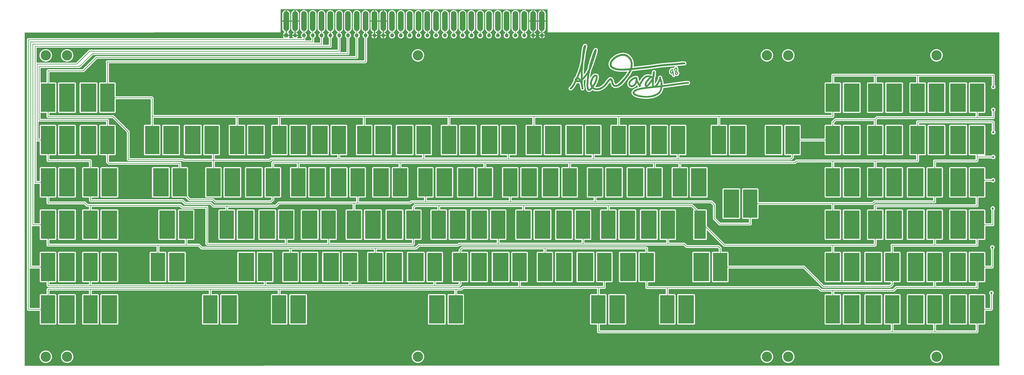
<source format=gbr>
%TF.GenerationSoftware,KiCad,Pcbnew,(6.99.0-3429-gce3fe46751)*%
%TF.CreationDate,2022-10-17T19:34:56+02:00*%
%TF.ProjectId,BEAMal_Rev1,4245414d-616c-45f5-9265-76312e6b6963,rev?*%
%TF.SameCoordinates,PXe1237f8PYe7db780*%
%TF.FileFunction,Copper,L1,Top*%
%TF.FilePolarity,Positive*%
%FSLAX46Y46*%
G04 Gerber Fmt 4.6, Leading zero omitted, Abs format (unit mm)*
G04 Created by KiCad (PCBNEW (6.99.0-3429-gce3fe46751)) date 2022-10-17 19:34:56*
%MOMM*%
%LPD*%
G01*
G04 APERTURE LIST*
%TA.AperFunction,SMDPad,CuDef*%
%ADD10R,7.000000X12.700000*%
%TD*%
%TA.AperFunction,SMDPad,CuDef*%
%ADD11R,6.400000X12.700000*%
%TD*%
%TA.AperFunction,ComponentPad*%
%ADD12C,4.600000*%
%TD*%
%TA.AperFunction,SMDPad,CuDef*%
%ADD13C,1.000000*%
%TD*%
%TA.AperFunction,ComponentPad*%
%ADD14O,2.500000X8.970000*%
%TD*%
%TA.AperFunction,SMDPad,CuDef*%
%ADD15R,5.100000X12.700000*%
%TD*%
%TA.AperFunction,ComponentPad*%
%ADD16R,1.700000X1.700000*%
%TD*%
%TA.AperFunction,ComponentPad*%
%ADD17O,1.700000X1.700000*%
%TD*%
%TA.AperFunction,Conductor*%
%ADD18C,0.250000*%
%TD*%
G04 APERTURE END LIST*
%TO.C,G\u002A\u002A\u002A*%
G36*
X129240080Y101924091D02*
G01*
X129252154Y101983714D01*
X129315297Y102171726D01*
X129409530Y102347611D01*
X129530863Y102506241D01*
X129675307Y102642486D01*
X129838872Y102751216D01*
X129856290Y102760464D01*
X129996502Y102826976D01*
X130117402Y102869445D01*
X130225720Y102889097D01*
X130328184Y102887160D01*
X130430492Y102865172D01*
X130529271Y102823026D01*
X130606841Y102765291D01*
X130660861Y102696968D01*
X130688992Y102623058D01*
X130688891Y102548562D01*
X130658220Y102478481D01*
X130627690Y102443832D01*
X130580278Y102399893D01*
X130619914Y102372131D01*
X130653594Y102342282D01*
X130678564Y102302800D01*
X130696508Y102247681D01*
X130709111Y102170919D01*
X130718057Y102066510D01*
X130721234Y102010928D01*
X130740433Y101683850D01*
X130762842Y101389343D01*
X130788945Y101123797D01*
X130819231Y100883601D01*
X130854185Y100665144D01*
X130894294Y100464813D01*
X130940044Y100278999D01*
X130967617Y100182253D01*
X130996305Y100082314D01*
X131013454Y100009234D01*
X131019635Y99955665D01*
X131015417Y99914263D01*
X131001373Y99877679D01*
X130992527Y99861722D01*
X130935293Y99795598D01*
X130863810Y99760777D01*
X130784268Y99758577D01*
X130702855Y99790320D01*
X130691662Y99797547D01*
X130661142Y99820953D01*
X130637186Y99848410D01*
X130615755Y99887433D01*
X130592809Y99945536D01*
X130564307Y100030233D01*
X130560913Y100040709D01*
X130505158Y100234953D01*
X130453867Y100456991D01*
X130408810Y100698430D01*
X130376146Y100917067D01*
X130345605Y101147635D01*
X130276886Y101051670D01*
X130182403Y100943146D01*
X130075952Y100861565D01*
X129962150Y100808605D01*
X129845615Y100785942D01*
X129730965Y100795253D01*
X129649683Y100823893D01*
X129557310Y100885257D01*
X129467286Y100975622D01*
X129384680Y101087806D01*
X129314558Y101214627D01*
X129261989Y101348903D01*
X129250287Y101389995D01*
X129229710Y101507628D01*
X129221180Y101645303D01*
X129222707Y101708443D01*
X129648804Y101708443D01*
X129653110Y101567020D01*
X129684343Y101438363D01*
X129689855Y101424483D01*
X129719796Y101362909D01*
X129755807Y101303563D01*
X129791781Y101255099D01*
X129821616Y101226168D01*
X129832916Y101221714D01*
X129858371Y101233951D01*
X129893843Y101264136D01*
X129901096Y101271607D01*
X129973282Y101361718D01*
X130040891Y101474372D01*
X130105061Y101612315D01*
X130166930Y101778292D01*
X130227636Y101975046D01*
X130288319Y102205324D01*
X130288326Y102205353D01*
X130308650Y102276548D01*
X130330192Y102321958D01*
X130358442Y102351829D01*
X130371691Y102360994D01*
X130425054Y102394782D01*
X130352321Y102427580D01*
X130264200Y102451651D01*
X130213045Y102449580D01*
X130139379Y102426468D01*
X130052813Y102382092D01*
X129963896Y102322883D01*
X129883178Y102255267D01*
X129865428Y102237714D01*
X129779737Y102127269D01*
X129713889Y101996772D01*
X129669654Y101854429D01*
X129648804Y101708443D01*
X129222707Y101708443D01*
X129224651Y101788847D01*
X129240080Y101924091D01*
G37*
G36*
X131516484Y101141903D02*
G01*
X131569393Y101313377D01*
X131620209Y101448291D01*
X131671584Y101575500D01*
X131555215Y101681554D01*
X131411888Y101832042D01*
X131294595Y101996873D01*
X131206975Y102170236D01*
X131160621Y102311445D01*
X131134549Y102486680D01*
X131137569Y102609972D01*
X131571412Y102609972D01*
X131575634Y102473644D01*
X131604212Y102344622D01*
X131630052Y102281311D01*
X131659531Y102230514D01*
X131701091Y102170612D01*
X131748729Y102108900D01*
X131796441Y102052670D01*
X131838224Y102009213D01*
X131868075Y101985824D01*
X131875042Y101983714D01*
X131888305Y101999273D01*
X131910635Y102040628D01*
X131937845Y102099794D01*
X131946072Y102119195D01*
X132009037Y102298373D01*
X132043238Y102468458D01*
X132050458Y102639942D01*
X132046349Y102709428D01*
X132037335Y102823200D01*
X132032448Y102907211D01*
X132031647Y102967744D01*
X132034892Y103011084D01*
X132042145Y103043515D01*
X132044202Y103049607D01*
X132050306Y103073557D01*
X132041185Y103085657D01*
X132009152Y103089933D01*
X131966269Y103090428D01*
X131859428Y103078728D01*
X131773189Y103041227D01*
X131699453Y102974320D01*
X131696016Y102970218D01*
X131632489Y102867518D01*
X131590659Y102744350D01*
X131571412Y102609972D01*
X131137569Y102609972D01*
X131139022Y102669276D01*
X131172321Y102851113D01*
X131232729Y103024074D01*
X131318528Y103180037D01*
X131355018Y103230101D01*
X131454073Y103339499D01*
X131560098Y103421117D01*
X131678997Y103477548D01*
X131816675Y103511384D01*
X131979039Y103525216D01*
X132028841Y103525857D01*
X132128926Y103523147D01*
X132200545Y103513329D01*
X132251226Y103493873D01*
X132288500Y103462250D01*
X132310931Y103431059D01*
X132336863Y103356829D01*
X132331558Y103275566D01*
X132301618Y103207037D01*
X132289241Y103181316D01*
X132297554Y103162321D01*
X132332157Y103140014D01*
X132341981Y103134672D01*
X132383683Y103106164D01*
X132414802Y103067955D01*
X132437806Y103013772D01*
X132455163Y102937336D01*
X132469340Y102832372D01*
X132472492Y102802748D01*
X132479978Y102554169D01*
X132451829Y102307997D01*
X132388682Y102067652D01*
X132293237Y101840625D01*
X132238819Y101732824D01*
X132324474Y101679408D01*
X132387226Y101640783D01*
X132462772Y101594992D01*
X132521022Y101560129D01*
X132651137Y101465207D01*
X132755944Y101351832D01*
X132832130Y101224676D01*
X132876384Y101088411D01*
X132882463Y101050380D01*
X132883251Y100958363D01*
X132867908Y100849984D01*
X132839394Y100739741D01*
X132800667Y100642131D01*
X132798107Y100637040D01*
X132740566Y100550207D01*
X132658802Y100460845D01*
X132562892Y100378267D01*
X132462911Y100311785D01*
X132424986Y100292228D01*
X132303650Y100249541D01*
X132173197Y100227713D01*
X132045012Y100227483D01*
X131930483Y100249587D01*
X131905621Y100258568D01*
X131765040Y100334234D01*
X131645781Y100439109D01*
X131548514Y100572565D01*
X131525845Y100613928D01*
X131495286Y100678786D01*
X131478501Y100734037D01*
X131471802Y100796208D01*
X131471195Y100858857D01*
X131471265Y100859606D01*
X131904113Y100859606D01*
X131912053Y100810916D01*
X131953351Y100737884D01*
X132016909Y100687495D01*
X132095022Y100661930D01*
X132179985Y100663369D01*
X132264093Y100693993D01*
X132283227Y100705881D01*
X132359183Y100765866D01*
X132408097Y100827562D01*
X132438138Y100901197D01*
X132450400Y100971119D01*
X132442679Y101032659D01*
X132411965Y101090108D01*
X132355247Y101147760D01*
X132269515Y101209908D01*
X132185553Y101261357D01*
X132040406Y101346185D01*
X131992301Y101220296D01*
X131941253Y101072198D01*
X131911828Y100951816D01*
X131904113Y100859606D01*
X131471265Y100859606D01*
X131483316Y100988673D01*
X131516484Y101141903D01*
G37*
G36*
X122523454Y95551459D02*
G01*
X122582169Y95606696D01*
X122868500Y95902893D01*
X123139405Y96230091D01*
X123393302Y96585746D01*
X123628608Y96967318D01*
X123843741Y97372264D01*
X124037119Y97798044D01*
X124186194Y98182786D01*
X124244938Y98358301D01*
X124288253Y98516868D01*
X124319329Y98672683D01*
X124341357Y98839942D01*
X124347034Y98898390D01*
X124358991Y99012690D01*
X124373070Y99098801D01*
X124392087Y99164812D01*
X124418857Y99218814D01*
X124456195Y99268896D01*
X124488150Y99303894D01*
X124577815Y99373088D01*
X124680372Y99410280D01*
X124790489Y99414844D01*
X124902833Y99386155D01*
X124958356Y99359041D01*
X125038296Y99296750D01*
X125099410Y99210236D01*
X125144640Y99095046D01*
X125153046Y99064259D01*
X125165205Y99019139D01*
X125186159Y98944211D01*
X125214474Y98844482D01*
X125248718Y98724959D01*
X125287457Y98590648D01*
X125329259Y98446556D01*
X125360746Y98338545D01*
X125451474Y98023804D01*
X125530594Y97739652D01*
X125598786Y97482536D01*
X125656730Y97248903D01*
X125705107Y97035201D01*
X125744597Y96837877D01*
X125775879Y96653379D01*
X125799634Y96478153D01*
X125816543Y96308647D01*
X125827285Y96141307D01*
X125832540Y95972583D01*
X125833343Y95870087D01*
X125833998Y95761063D01*
X125836229Y95683798D01*
X125840435Y95633788D01*
X125847017Y95606524D01*
X125856374Y95597501D01*
X125857523Y95597428D01*
X125884197Y95599592D01*
X125942825Y95605758D01*
X126029356Y95615439D01*
X126139737Y95628145D01*
X126269916Y95643388D01*
X126415841Y95660682D01*
X126573459Y95679536D01*
X126738719Y95699464D01*
X126907568Y95719976D01*
X127075955Y95740585D01*
X127239825Y95760803D01*
X127395129Y95780140D01*
X127537813Y95798110D01*
X127663826Y95814224D01*
X127747414Y95825121D01*
X127846495Y95838472D01*
X127977338Y95856553D01*
X128135814Y95878776D01*
X128317792Y95904547D01*
X128519141Y95933277D01*
X128735731Y95964373D01*
X128963432Y95997246D01*
X129198113Y96031304D01*
X129435643Y96065956D01*
X129643343Y96096412D01*
X130184076Y96175663D01*
X130690875Y96249426D01*
X131165634Y96317963D01*
X131610246Y96381532D01*
X132026606Y96440392D01*
X132416606Y96494803D01*
X132782142Y96545023D01*
X133125107Y96591312D01*
X133447394Y96633930D01*
X133750897Y96673135D01*
X134037511Y96709187D01*
X134309129Y96742344D01*
X134567645Y96772867D01*
X134677986Y96785558D01*
X134810140Y96801207D01*
X134968394Y96820879D01*
X135142949Y96843298D01*
X135324007Y96867189D01*
X135501771Y96891278D01*
X135657700Y96913045D01*
X135892108Y96945944D01*
X136095376Y96973486D01*
X136272181Y96996126D01*
X136427199Y97014321D01*
X136565109Y97028527D01*
X136690587Y97039200D01*
X136808310Y97046796D01*
X136922955Y97051771D01*
X137039199Y97054581D01*
X137118200Y97055465D01*
X137471986Y97057928D01*
X137556370Y96999327D01*
X137637765Y96922520D01*
X137692719Y96828031D01*
X137720665Y96723028D01*
X137721039Y96614683D01*
X137693272Y96510164D01*
X137636801Y96416641D01*
X137605040Y96382973D01*
X137563804Y96349493D01*
X137517184Y96323626D01*
X137459481Y96304063D01*
X137385000Y96289496D01*
X137288042Y96278613D01*
X137162911Y96270105D01*
X137100057Y96266901D01*
X136975862Y96260605D01*
X136861915Y96253820D01*
X136752933Y96245984D01*
X136643632Y96236536D01*
X136528728Y96224916D01*
X136402938Y96210563D01*
X136260978Y96192915D01*
X136097565Y96171413D01*
X135907416Y96145495D01*
X135748414Y96123426D01*
X135571507Y96099141D01*
X135380290Y96073583D01*
X135184258Y96047975D01*
X134992906Y96023538D01*
X134815729Y96001495D01*
X134662222Y95983070D01*
X134623557Y95978585D01*
X134423965Y95955340D01*
X134218383Y95930726D01*
X134004981Y95904490D01*
X133781928Y95876380D01*
X133547393Y95846140D01*
X133299546Y95813518D01*
X133036555Y95778261D01*
X132756591Y95740114D01*
X132457821Y95698825D01*
X132138417Y95654139D01*
X131796546Y95605803D01*
X131430378Y95553563D01*
X131038082Y95497167D01*
X130617828Y95436360D01*
X130167785Y95370889D01*
X129686123Y95300501D01*
X129171009Y95224941D01*
X128999271Y95199697D01*
X128470759Y95123613D01*
X127956319Y95053027D01*
X127442019Y94986107D01*
X126913928Y94921021D01*
X126577200Y94881218D01*
X126418557Y94862652D01*
X126270136Y94845106D01*
X126136050Y94829078D01*
X126020408Y94815068D01*
X125927322Y94803575D01*
X125860903Y94795097D01*
X125825261Y94790135D01*
X125821340Y94789440D01*
X125793511Y94774320D01*
X125776899Y94737689D01*
X125770357Y94703950D01*
X125696618Y94282296D01*
X125608524Y93892352D01*
X125505342Y93532197D01*
X125386337Y93199909D01*
X125250775Y92893565D01*
X125097923Y92611243D01*
X124927045Y92351022D01*
X124815795Y92204990D01*
X124719166Y92089921D01*
X124621013Y91984475D01*
X124513606Y91881137D01*
X124389214Y91772390D01*
X124271607Y91675912D01*
X123890514Y91391394D01*
X123488711Y91133619D01*
X123065540Y90902354D01*
X122620339Y90697369D01*
X122152448Y90518434D01*
X121661207Y90365318D01*
X121145956Y90237790D01*
X120606035Y90135621D01*
X120040783Y90058578D01*
X119501486Y90009949D01*
X119395250Y90004377D01*
X119259170Y90000068D01*
X119099666Y89997016D01*
X118923159Y89995213D01*
X118736067Y89994654D01*
X118544811Y89995333D01*
X118355810Y89997244D01*
X118175485Y90000380D01*
X118010255Y90004736D01*
X117866541Y90010305D01*
X117841414Y90011540D01*
X117526902Y90031276D01*
X117199995Y90059106D01*
X116856268Y90095544D01*
X116491296Y90141103D01*
X116100654Y90196298D01*
X115679916Y90261640D01*
X115664272Y90264169D01*
X115310729Y90326041D01*
X114987515Y90392851D01*
X114688813Y90466351D01*
X114408804Y90548294D01*
X114141673Y90640433D01*
X113881600Y90744522D01*
X113622770Y90862312D01*
X113532486Y90906558D01*
X113269674Y91048958D01*
X113042491Y91196469D01*
X112850584Y91349508D01*
X112693603Y91508490D01*
X112571195Y91673831D01*
X112483008Y91845947D01*
X112428690Y92025254D01*
X112407890Y92212168D01*
X112407629Y92236181D01*
X112408740Y92248860D01*
X113205914Y92248860D01*
X113214539Y92179542D01*
X113242891Y92112094D01*
X113294682Y92040398D01*
X113373628Y91958340D01*
X113393895Y91939320D01*
X113535020Y91824999D01*
X113708400Y91712101D01*
X113910001Y91602266D01*
X114135793Y91497132D01*
X114381745Y91398340D01*
X114643824Y91307529D01*
X114918000Y91226339D01*
X115200240Y91156410D01*
X115437486Y91108142D01*
X115989420Y91013760D01*
X116528037Y90934838D01*
X117049020Y90871884D01*
X117548055Y90825403D01*
X118020824Y90795901D01*
X118140772Y90791007D01*
X118281879Y90786363D01*
X118410175Y90783258D01*
X118532733Y90781744D01*
X118656627Y90781872D01*
X118788928Y90783693D01*
X118936710Y90787257D01*
X119107047Y90792616D01*
X119292843Y90799290D01*
X119544517Y90813051D01*
X119814862Y90835628D01*
X120092659Y90865686D01*
X120366688Y90901893D01*
X120625730Y90942917D01*
X120834986Y90982482D01*
X121330014Y91099049D01*
X121797623Y91238243D01*
X122239288Y91400736D01*
X122656483Y91587202D01*
X123050681Y91798315D01*
X123423356Y92034749D01*
X123775981Y92297176D01*
X123857897Y92364190D01*
X124052561Y92544301D01*
X124227400Y92744681D01*
X124383716Y92967653D01*
X124522813Y93215541D01*
X124645992Y93490671D01*
X124754554Y93795365D01*
X124849804Y94131949D01*
X124851056Y94136928D01*
X124877522Y94246232D01*
X124902268Y94355648D01*
X124924084Y94459019D01*
X124941761Y94550185D01*
X124954090Y94622990D01*
X124959861Y94671274D01*
X124959197Y94687601D01*
X124940424Y94689225D01*
X124889882Y94687364D01*
X124811884Y94682342D01*
X124710747Y94674485D01*
X124590785Y94664120D01*
X124456313Y94651570D01*
X124372843Y94643366D01*
X124207236Y94626859D01*
X124015518Y94607859D01*
X123807696Y94587353D01*
X123593779Y94566325D01*
X123383774Y94545759D01*
X123187688Y94526640D01*
X123111914Y94519282D01*
X122677969Y94476728D01*
X122248167Y94433664D01*
X121825637Y94390432D01*
X121413509Y94347374D01*
X121014913Y94304833D01*
X120632980Y94263151D01*
X120270839Y94222671D01*
X119931620Y94183735D01*
X119618453Y94146686D01*
X119334467Y94111866D01*
X119082794Y94079618D01*
X119029772Y94072596D01*
X118944169Y94061354D01*
X118829679Y94046577D01*
X118693427Y94029171D01*
X118542537Y94010040D01*
X118384136Y93990091D01*
X118225347Y93970229D01*
X118177057Y93964218D01*
X117771355Y93912636D01*
X117398931Y93862721D01*
X117056852Y93813854D01*
X116742181Y93765416D01*
X116451985Y93716788D01*
X116183328Y93667350D01*
X115933276Y93616484D01*
X115698894Y93563569D01*
X115477246Y93507988D01*
X115265399Y93449120D01*
X115060417Y93386347D01*
X114859365Y93319049D01*
X114659309Y93246607D01*
X114517074Y93192029D01*
X114234449Y93076099D01*
X113987344Y92963719D01*
X113775210Y92854494D01*
X113597495Y92748028D01*
X113453650Y92643924D01*
X113343125Y92541788D01*
X113265369Y92441223D01*
X113219833Y92341834D01*
X113205914Y92248860D01*
X112408740Y92248860D01*
X112425373Y92438733D01*
X112478392Y92633859D01*
X112566362Y92821167D01*
X112688959Y93000265D01*
X112845860Y93170760D01*
X113036741Y93332260D01*
X113261279Y93484374D01*
X113519151Y93626708D01*
X113577843Y93655480D01*
X113834000Y93771903D01*
X114118991Y93889363D01*
X114425575Y94005001D01*
X114728220Y94109893D01*
X114916066Y94170375D01*
X115105107Y94227126D01*
X115298074Y94280660D01*
X115497700Y94331486D01*
X115706716Y94380117D01*
X115927855Y94427064D01*
X116163849Y94472838D01*
X116417431Y94517952D01*
X116691332Y94562917D01*
X116988284Y94608245D01*
X117311021Y94654446D01*
X117662274Y94702033D01*
X118044775Y94751517D01*
X118376629Y94793001D01*
X118639700Y94825455D01*
X118518509Y94839291D01*
X118426862Y94858538D01*
X118879813Y94858538D01*
X118889517Y94857120D01*
X118927447Y94861630D01*
X118929986Y94861963D01*
X118973038Y94867494D01*
X119043924Y94876465D01*
X119134468Y94887848D01*
X119236494Y94900613D01*
X119292843Y94907638D01*
X119393407Y94919906D01*
X119518018Y94934702D01*
X119661580Y94951455D01*
X119818996Y94969593D01*
X119985170Y94988544D01*
X120155004Y95007737D01*
X120323402Y95026601D01*
X120485268Y95044564D01*
X120635505Y95061055D01*
X120769017Y95075502D01*
X120880706Y95087335D01*
X120965477Y95095980D01*
X121010054Y95100180D01*
X121078922Y95107383D01*
X121134107Y95115393D01*
X121165233Y95122659D01*
X121167379Y95123706D01*
X121174293Y95148943D01*
X121166520Y95206343D01*
X121155597Y95252904D01*
X121148714Y95283316D01*
X121142936Y95318737D01*
X121138171Y95362419D01*
X121134325Y95417614D01*
X121131304Y95487573D01*
X121129016Y95575548D01*
X121127366Y95684791D01*
X121126262Y95818554D01*
X121125609Y95980088D01*
X121125315Y96172645D01*
X121125272Y96308637D01*
X121125058Y96488795D01*
X121124446Y96657107D01*
X121123475Y96810255D01*
X121122187Y96944922D01*
X121120622Y97057790D01*
X121118822Y97145541D01*
X121116828Y97204859D01*
X121114679Y97232426D01*
X121113860Y97233922D01*
X121100436Y97215374D01*
X121070304Y97171840D01*
X121026982Y97108462D01*
X120973988Y97030382D01*
X120925210Y96958143D01*
X120699480Y96635831D01*
X120445073Y96296238D01*
X120163797Y95941766D01*
X120128911Y95899060D01*
X119957475Y95694313D01*
X119801481Y95518146D01*
X119657867Y95367925D01*
X119523570Y95241017D01*
X119395527Y95134790D01*
X119270675Y95046610D01*
X119145951Y94973844D01*
X119018294Y94913859D01*
X118952838Y94887997D01*
X118900273Y94868094D01*
X118879813Y94858538D01*
X118426862Y94858538D01*
X118349467Y94874792D01*
X118199455Y94939383D01*
X118070945Y95031076D01*
X117966407Y95147881D01*
X117888312Y95287808D01*
X117858495Y95370643D01*
X117830769Y95494468D01*
X117813123Y95640218D01*
X117806516Y95794697D01*
X117807191Y95813492D01*
X118597882Y95813492D01*
X118598772Y95723049D01*
X118612212Y95664614D01*
X118638360Y95637111D01*
X118654129Y95634534D01*
X118694222Y95643335D01*
X118748103Y95664528D01*
X118770098Y95675355D01*
X118863695Y95735393D01*
X118973244Y95824367D01*
X119096664Y95939726D01*
X119231876Y96078916D01*
X119376799Y96239386D01*
X119529355Y96418584D01*
X119687463Y96613958D01*
X119849043Y96822954D01*
X120012016Y97043022D01*
X120174302Y97271609D01*
X120333820Y97506162D01*
X120488492Y97744130D01*
X120594202Y97913722D01*
X120673397Y98046031D01*
X120754664Y98187041D01*
X120835961Y98332744D01*
X120915249Y98479135D01*
X120990484Y98622205D01*
X121059625Y98757948D01*
X121120632Y98882357D01*
X121171462Y98991425D01*
X121210075Y99081144D01*
X121234429Y99147509D01*
X121242490Y99186228D01*
X121236363Y99193442D01*
X121221741Y99170532D01*
X121217799Y99161883D01*
X121195655Y99121108D01*
X121162724Y99079222D01*
X121115368Y99033193D01*
X121049950Y98979987D01*
X120962833Y98916569D01*
X120850380Y98839905D01*
X120761344Y98781119D01*
X120630740Y98693758D01*
X120520120Y98614769D01*
X120418902Y98535819D01*
X120316505Y98448574D01*
X120202348Y98344699D01*
X120175936Y98320035D01*
X119871148Y98022420D01*
X119597993Y97730532D01*
X119356868Y97444976D01*
X119148171Y97166357D01*
X118972299Y96895278D01*
X118829649Y96632344D01*
X118720618Y96378160D01*
X118645605Y96133330D01*
X118609382Y95937019D01*
X118597882Y95813492D01*
X117807191Y95813492D01*
X117811907Y95944707D01*
X117814601Y95973893D01*
X117859765Y96257514D01*
X117937192Y96543870D01*
X118047356Y96833896D01*
X118190725Y97128530D01*
X118367773Y97428710D01*
X118578971Y97735373D01*
X118824789Y98049455D01*
X118908748Y98149235D01*
X119050617Y98310048D01*
X119208899Y98480688D01*
X119374741Y98652061D01*
X119539290Y98815076D01*
X119693695Y98960636D01*
X119735293Y98998270D01*
X119804769Y99062064D01*
X119862053Y99117798D01*
X119902783Y99160972D01*
X119922595Y99187085D01*
X119923345Y99192289D01*
X119890895Y99207088D01*
X119828333Y99220617D01*
X119741829Y99232219D01*
X119637550Y99241237D01*
X119521666Y99247012D01*
X119400345Y99248888D01*
X119392629Y99248860D01*
X119200715Y99241549D01*
X119030894Y99219673D01*
X118870902Y99180348D01*
X118708479Y99120689D01*
X118563315Y99053802D01*
X118393546Y98960571D01*
X118226854Y98849612D01*
X118061923Y98719320D01*
X117897435Y98568094D01*
X117732072Y98394332D01*
X117564516Y98196431D01*
X117393451Y97972788D01*
X117217558Y97721801D01*
X117035520Y97441867D01*
X116846021Y97131385D01*
X116647741Y96788750D01*
X116534577Y96586214D01*
X116408571Y96352978D01*
X116302764Y96145318D01*
X116215729Y95959671D01*
X116146040Y95792472D01*
X116092271Y95640160D01*
X116052997Y95499171D01*
X116026792Y95365942D01*
X116017314Y95293585D01*
X116003585Y95181807D01*
X115988418Y95098332D01*
X115969301Y95035193D01*
X115943721Y94984422D01*
X115909165Y94938053D01*
X115902899Y94930810D01*
X115816386Y94857908D01*
X115715114Y94814088D01*
X115606463Y94799695D01*
X115497815Y94815076D01*
X115396549Y94860576D01*
X115340324Y94904427D01*
X115303186Y94948539D01*
X115262880Y95009844D01*
X115239254Y95053143D01*
X115200426Y95126615D01*
X115153999Y95207390D01*
X115126064Y95252714D01*
X115098609Y95298216D01*
X115056633Y95371231D01*
X115002621Y95467218D01*
X114939056Y95581635D01*
X114868421Y95709941D01*
X114793201Y95847594D01*
X114715878Y95990052D01*
X114638937Y96132774D01*
X114564862Y96271218D01*
X114496135Y96400842D01*
X114447943Y96492707D01*
X114402827Y96577275D01*
X114363293Y96647737D01*
X114332340Y96699032D01*
X114312967Y96726102D01*
X114308121Y96728564D01*
X114298164Y96703940D01*
X114281655Y96656402D01*
X114267663Y96613428D01*
X114194240Y96421638D01*
X114094072Y96219486D01*
X113972064Y96014356D01*
X113833122Y95813632D01*
X113682152Y95624697D01*
X113524059Y95454935D01*
X113453871Y95388547D01*
X113221478Y95197332D01*
X112984409Y95039962D01*
X112743776Y94916783D01*
X112500691Y94828141D01*
X112256266Y94774380D01*
X112011614Y94755846D01*
X111767847Y94772884D01*
X111586757Y94809089D01*
X111401878Y94872226D01*
X111221686Y94963382D01*
X111052165Y95077811D01*
X110899304Y95210768D01*
X110769089Y95357508D01*
X110667507Y95513286D01*
X110646805Y95554097D01*
X110579277Y95735242D01*
X110538482Y95935764D01*
X110523687Y96151327D01*
X110526657Y96215505D01*
X111322311Y96215505D01*
X111323536Y96100308D01*
X111334661Y96004461D01*
X111344820Y95964655D01*
X111399551Y95855142D01*
X111485242Y95756017D01*
X111597162Y95671120D01*
X111730581Y95604288D01*
X111829095Y95571675D01*
X111916976Y95552307D01*
X111998796Y95545479D01*
X112089391Y95550775D01*
X112169646Y95562064D01*
X112333744Y95605152D01*
X112502188Y95679744D01*
X112671046Y95782013D01*
X112836388Y95908132D01*
X112994283Y96054275D01*
X113140801Y96216617D01*
X113272012Y96391331D01*
X113383984Y96574590D01*
X113472787Y96762568D01*
X113510599Y96867428D01*
X113603747Y97200578D01*
X113678137Y97553561D01*
X113731528Y97913902D01*
X113761350Y98262784D01*
X113774075Y98506068D01*
X113657678Y98495199D01*
X113498522Y98467408D01*
X113321248Y98413283D01*
X113130128Y98335042D01*
X112929434Y98234902D01*
X112723439Y98115083D01*
X112516414Y97977802D01*
X112312633Y97825278D01*
X112217129Y97747222D01*
X111980144Y97531334D01*
X111779266Y97312723D01*
X111614411Y97091271D01*
X111485495Y96866860D01*
X111392431Y96639375D01*
X111373364Y96577143D01*
X111347691Y96463927D01*
X111330518Y96340046D01*
X111322311Y96215505D01*
X110526657Y96215505D01*
X110534159Y96377596D01*
X110569166Y96610235D01*
X110627973Y96844910D01*
X110709848Y97077286D01*
X110814058Y97303025D01*
X110939869Y97517795D01*
X110991664Y97593494D01*
X111167149Y97819046D01*
X111366222Y98038765D01*
X111584704Y98249747D01*
X111818417Y98449086D01*
X112063183Y98633877D01*
X112314824Y98801214D01*
X112569162Y98948193D01*
X112822017Y99071908D01*
X113069212Y99169454D01*
X113306569Y99237925D01*
X113378272Y99252940D01*
X113528876Y99278120D01*
X113651574Y99290848D01*
X113752452Y99291357D01*
X113837600Y99279886D01*
X113868696Y99271973D01*
X113939262Y99255002D01*
X113990389Y99252746D01*
X114027034Y99261202D01*
X114135002Y99280737D01*
X114246861Y99269504D01*
X114351748Y99229835D01*
X114427683Y99175144D01*
X114479189Y99117385D01*
X114515207Y99052838D01*
X114538812Y98972977D01*
X114553080Y98869277D01*
X114557026Y98816600D01*
X114576683Y98580259D01*
X114606256Y98359025D01*
X114647615Y98146134D01*
X114702634Y97934820D01*
X114773185Y97718320D01*
X114861139Y97489869D01*
X114968368Y97242701D01*
X115028679Y97112357D01*
X115067192Y97032780D01*
X115116435Y96934348D01*
X115172811Y96823931D01*
X115232720Y96708396D01*
X115292565Y96594610D01*
X115348746Y96489442D01*
X115397665Y96399759D01*
X115435723Y96332428D01*
X115448960Y96310256D01*
X115458587Y96297835D01*
X115469147Y96295577D01*
X115483214Y96307205D01*
X115503362Y96336440D01*
X115532165Y96387005D01*
X115572197Y96462621D01*
X115624618Y96564256D01*
X115857931Y97005600D01*
X116088875Y97416048D01*
X116316955Y97794857D01*
X116541675Y98141280D01*
X116762539Y98454573D01*
X116979052Y98733992D01*
X117190717Y98978790D01*
X117323366Y99116905D01*
X117571420Y99345972D01*
X117821158Y99540500D01*
X118075641Y99702211D01*
X118337928Y99832827D01*
X118611079Y99934068D01*
X118898152Y100007657D01*
X118911414Y100010339D01*
X119066887Y100033633D01*
X119245191Y100047457D01*
X119434107Y100051731D01*
X119621416Y100046373D01*
X119794899Y100031301D01*
X119891142Y100016864D01*
X120016675Y99990600D01*
X120160741Y99954844D01*
X120312045Y99912855D01*
X120459293Y99867894D01*
X120591192Y99823218D01*
X120678731Y99789599D01*
X120748772Y99762951D01*
X120811621Y99743243D01*
X120855369Y99734131D01*
X120860160Y99733899D01*
X120962984Y99717365D01*
X121060913Y99672323D01*
X121145427Y99604955D01*
X121208006Y99521446D01*
X121232157Y99463925D01*
X121257058Y99380214D01*
X121267431Y99443714D01*
X121272227Y99478385D01*
X121280442Y99543648D01*
X121291420Y99634037D01*
X121304505Y99744087D01*
X121319040Y99868333D01*
X121333884Y99997071D01*
X121361686Y100233337D01*
X121389826Y100460006D01*
X121417760Y100673272D01*
X121444945Y100869330D01*
X121470836Y101044373D01*
X121494890Y101194594D01*
X121516563Y101316188D01*
X121534776Y101403099D01*
X121582732Y101569628D01*
X121640585Y101702471D01*
X121709752Y101803223D01*
X121791645Y101873478D01*
X121887681Y101914831D01*
X121999273Y101928875D01*
X122001247Y101928887D01*
X122123089Y101914422D01*
X122224939Y101869720D01*
X122307326Y101794469D01*
X122355183Y101720643D01*
X122365777Y101699003D01*
X122374157Y101676215D01*
X122380546Y101648049D01*
X122385168Y101610276D01*
X122388247Y101558665D01*
X122390007Y101488988D01*
X122390671Y101397015D01*
X122390463Y101278516D01*
X122389607Y101129263D01*
X122389248Y101076571D01*
X122387940Y100930876D01*
X122386135Y100792374D01*
X122383945Y100666457D01*
X122381484Y100558521D01*
X122378865Y100473960D01*
X122376201Y100418169D01*
X122375165Y100405286D01*
X122345981Y100185128D01*
X122301994Y99944563D01*
X122245811Y99695023D01*
X122180036Y99447941D01*
X122107273Y99214747D01*
X122097280Y99185597D01*
X122071481Y99109572D01*
X122051855Y99045502D01*
X122037011Y98985488D01*
X122025558Y98921635D01*
X122016104Y98846044D01*
X122007257Y98750819D01*
X121997626Y98628061D01*
X121996575Y98614097D01*
X121980778Y98395242D01*
X121967248Y98187979D01*
X121955720Y97985942D01*
X121945930Y97782768D01*
X121937614Y97572092D01*
X121930509Y97347550D01*
X121924349Y97102778D01*
X121918872Y96831410D01*
X121916194Y96676928D01*
X121912369Y96416585D01*
X121910181Y96189985D01*
X121909765Y95994617D01*
X121911253Y95827969D01*
X121914780Y95687530D01*
X121920480Y95570789D01*
X121928487Y95475233D01*
X121938934Y95398353D01*
X121951956Y95337636D01*
X121967687Y95290570D01*
X121986260Y95254646D01*
X121992548Y95245471D01*
X122029893Y95223486D01*
X122088033Y95230902D01*
X122166713Y95267563D01*
X122265680Y95333313D01*
X122296224Y95357616D01*
X123456629Y95357616D01*
X123473923Y95357547D01*
X123522837Y95360949D01*
X123598918Y95367368D01*
X123697713Y95376349D01*
X123814769Y95387437D01*
X123945634Y95400177D01*
X124085854Y95414115D01*
X124230976Y95428796D01*
X124376548Y95443765D01*
X124518117Y95458568D01*
X124651230Y95472749D01*
X124771434Y95485855D01*
X124874277Y95497430D01*
X124955304Y95507020D01*
X125010064Y95514170D01*
X125034103Y95518425D01*
X125034770Y95518770D01*
X125039349Y95541727D01*
X125041810Y95594892D01*
X125042344Y95672261D01*
X125041140Y95767831D01*
X125038388Y95875596D01*
X125034278Y95989553D01*
X125029000Y96103698D01*
X125022744Y96212026D01*
X125015700Y96308534D01*
X125008057Y96387218D01*
X125007043Y96395714D01*
X124987749Y96529894D01*
X124960404Y96688112D01*
X124927190Y96859597D01*
X124890287Y97033573D01*
X124851878Y97199269D01*
X124815996Y97339143D01*
X124773950Y97493357D01*
X124737614Y97402643D01*
X124703001Y97322972D01*
X124653564Y97218429D01*
X124592712Y97095511D01*
X124523855Y96960716D01*
X124450403Y96820543D01*
X124375767Y96681490D01*
X124303357Y96550055D01*
X124236582Y96432736D01*
X124178853Y96336032D01*
X124172584Y96325943D01*
X124081800Y96185420D01*
X123979401Y96035023D01*
X123871172Y95882700D01*
X123762897Y95736401D01*
X123660360Y95604074D01*
X123569347Y95493669D01*
X123554612Y95476712D01*
X123509405Y95424356D01*
X123475233Y95383169D01*
X123457765Y95360043D01*
X123456629Y95357616D01*
X122296224Y95357616D01*
X122384678Y95427997D01*
X122523454Y95551459D01*
G37*
G36*
X86393812Y98041905D02*
G01*
X86401108Y98157926D01*
X86414914Y98264522D01*
X86434767Y98350511D01*
X86441324Y98369316D01*
X86515058Y98518195D01*
X86616331Y98652504D01*
X86747782Y98775079D01*
X86912047Y98888754D01*
X86939623Y98905180D01*
X87054414Y98972313D01*
X87098101Y99073048D01*
X88005486Y99073048D01*
X88021091Y99065672D01*
X88060493Y99052383D01*
X88082593Y99045654D01*
X88239540Y98984278D01*
X88402594Y98893009D01*
X88566083Y98776272D01*
X88724336Y98638496D01*
X88871679Y98484108D01*
X88985969Y98340563D01*
X89027226Y98287069D01*
X89062353Y98247468D01*
X89084703Y98229140D01*
X89086745Y98228671D01*
X89090971Y98241093D01*
X89094889Y98279390D01*
X89098527Y98344760D01*
X89101914Y98438404D01*
X89105076Y98561519D01*
X89108042Y98715305D01*
X89110839Y98900959D01*
X89113495Y99119681D01*
X89116038Y99372670D01*
X89117728Y99566178D01*
X89119903Y99801606D01*
X89122533Y100040204D01*
X89125539Y100277333D01*
X89128845Y100508352D01*
X89132375Y100728623D01*
X89136052Y100933505D01*
X89139800Y101118360D01*
X89143543Y101278547D01*
X89147203Y101409427D01*
X89148993Y101462820D01*
X89153775Y101602243D01*
X89157682Y101730372D01*
X89160612Y101842602D01*
X89162462Y101934328D01*
X89163130Y102000946D01*
X89162515Y102037851D01*
X89161847Y102043392D01*
X89153682Y102036594D01*
X89137233Y102001214D01*
X89115052Y101943302D01*
X89094601Y101883928D01*
X89017762Y101657536D01*
X88928080Y101404161D01*
X88827861Y101129793D01*
X88719409Y100840423D01*
X88605029Y100542041D01*
X88487023Y100240637D01*
X88367698Y99942201D01*
X88249357Y99652725D01*
X88134305Y99378197D01*
X88097677Y99292426D01*
X88063173Y99211703D01*
X88034547Y99144093D01*
X88014485Y99095988D01*
X88005673Y99073776D01*
X88005486Y99073048D01*
X87098101Y99073048D01*
X87258305Y99442448D01*
X87657474Y100400024D01*
X88029691Y101369107D01*
X88373593Y102345550D01*
X88687820Y103325206D01*
X88971008Y104303930D01*
X89221798Y105277574D01*
X89337850Y105775571D01*
X89360201Y105877164D01*
X89379375Y105970073D01*
X89396159Y106059824D01*
X89411342Y106151947D01*
X89425712Y106251969D01*
X89440058Y106365417D01*
X89455168Y106497819D01*
X89471829Y106654703D01*
X89490831Y106841596D01*
X89493090Y106864143D01*
X89513271Y107062202D01*
X89536489Y107284024D01*
X89561560Y107518678D01*
X89587301Y107755231D01*
X89612527Y107982752D01*
X89636054Y108190309D01*
X89646356Y108279286D01*
X89670393Y108485238D01*
X89690804Y108660435D01*
X89708173Y108810162D01*
X89723082Y108939702D01*
X89736116Y109054341D01*
X89747857Y109159365D01*
X89758889Y109260057D01*
X89769797Y109361703D01*
X89781162Y109469588D01*
X89793569Y109588997D01*
X89807601Y109725214D01*
X89823842Y109883524D01*
X89828635Y109930285D01*
X89870184Y110323849D01*
X89910630Y110682589D01*
X89950176Y111007943D01*
X89989025Y111301351D01*
X90027382Y111564251D01*
X90065450Y111798081D01*
X90103432Y112004281D01*
X90141532Y112184287D01*
X90156921Y112249569D01*
X90191814Y112381873D01*
X90235626Y112531036D01*
X90285569Y112688862D01*
X90338855Y112847152D01*
X90392695Y112997713D01*
X90444302Y113132347D01*
X90490888Y113242857D01*
X90505572Y113274491D01*
X90596396Y113438389D01*
X90694860Y113567075D01*
X90801383Y113660898D01*
X90916381Y113720205D01*
X91040273Y113745345D01*
X91071629Y113746333D01*
X91181236Y113732452D01*
X91285014Y113694067D01*
X91372569Y113636070D01*
X91422241Y113581343D01*
X91479020Y113482795D01*
X91517287Y113375905D01*
X91537047Y113256928D01*
X91538305Y113122123D01*
X91521069Y112967745D01*
X91485343Y112790052D01*
X91431133Y112585299D01*
X91423788Y112560100D01*
X91366662Y112353708D01*
X91306785Y112114782D01*
X91244835Y111846913D01*
X91181494Y111553690D01*
X91117441Y111238702D01*
X91053354Y110905539D01*
X90989916Y110557791D01*
X90927804Y110199047D01*
X90867698Y109832897D01*
X90810280Y109462931D01*
X90756227Y109092738D01*
X90726506Y108878000D01*
X90685570Y108579226D01*
X90647483Y108309137D01*
X90611046Y108060358D01*
X90575062Y107825516D01*
X90538332Y107597235D01*
X90499658Y107368141D01*
X90457840Y107130859D01*
X90411682Y106878016D01*
X90359985Y106602236D01*
X90337352Y106483143D01*
X90312044Y106349300D01*
X90290961Y106233992D01*
X90273357Y106131185D01*
X90258489Y106034845D01*
X90245610Y105938939D01*
X90233976Y105837432D01*
X90222841Y105724291D01*
X90211462Y105593482D01*
X90199092Y105438973D01*
X90184987Y105254728D01*
X90183900Y105240357D01*
X90131836Y104518649D01*
X90087031Y103824618D01*
X90049141Y103150460D01*
X90017823Y102488371D01*
X89992731Y101830547D01*
X89973524Y101169186D01*
X89959856Y100496482D01*
X89953310Y100006143D01*
X89942422Y98981071D01*
X90036993Y99071786D01*
X90145959Y99181764D01*
X90271652Y99318049D01*
X90410885Y99476611D01*
X90560476Y99653423D01*
X90717240Y99844456D01*
X90877991Y100045680D01*
X91039546Y100253068D01*
X91198719Y100462591D01*
X91352328Y100670219D01*
X91497186Y100871925D01*
X91630110Y101063679D01*
X91729255Y101212643D01*
X91792232Y101312117D01*
X91863177Y101428855D01*
X91940058Y101559105D01*
X92020840Y101699118D01*
X92103487Y101845141D01*
X92185966Y101993424D01*
X92266243Y102140216D01*
X92342282Y102281766D01*
X92412049Y102414322D01*
X92473510Y102534134D01*
X92524630Y102637451D01*
X92563375Y102720522D01*
X92587710Y102779596D01*
X92595629Y102809986D01*
X92599536Y102837247D01*
X92610621Y102895500D01*
X92627932Y102980376D01*
X92650514Y103087504D01*
X92677413Y103212515D01*
X92707677Y103351037D01*
X92740351Y103498702D01*
X92774482Y103651139D01*
X92809115Y103803978D01*
X92843299Y103952849D01*
X92870616Y104070143D01*
X93125119Y105106777D01*
X93395012Y106112548D01*
X93680965Y107089756D01*
X93983646Y108040701D01*
X94254013Y108828485D01*
X94362348Y109133256D01*
X94459707Y109406188D01*
X94547016Y109649719D01*
X94625200Y109866286D01*
X94695187Y110058330D01*
X94757901Y110228287D01*
X94814268Y110378597D01*
X94865215Y110511699D01*
X94911667Y110630029D01*
X94954550Y110736028D01*
X94994791Y110832133D01*
X95033314Y110920783D01*
X95071046Y111004417D01*
X95108913Y111085473D01*
X95119161Y111106983D01*
X95226080Y111316686D01*
X95330311Y111493269D01*
X95431402Y111636157D01*
X95528904Y111744773D01*
X95622365Y111818541D01*
X95704141Y111855067D01*
X95819029Y111869690D01*
X95934052Y111855179D01*
X96040740Y111814432D01*
X96130620Y111750349D01*
X96179533Y111692354D01*
X96211327Y111638892D01*
X96233959Y111585034D01*
X96247676Y111525297D01*
X96252726Y111454199D01*
X96249357Y111366258D01*
X96237816Y111255992D01*
X96218352Y111117918D01*
X96208387Y111053575D01*
X96181160Y110881428D01*
X96156139Y110726061D01*
X96132495Y110584353D01*
X96109402Y110453183D01*
X96086030Y110329431D01*
X96061552Y110209976D01*
X96035142Y110091697D01*
X96005970Y109971474D01*
X95973210Y109846185D01*
X95936034Y109712710D01*
X95893614Y109567929D01*
X95845122Y109408720D01*
X95789731Y109231962D01*
X95726613Y109034536D01*
X95654941Y108813320D01*
X95573886Y108565193D01*
X95482622Y108287035D01*
X95441328Y108161357D01*
X95368516Y107939794D01*
X95291519Y107705490D01*
X95212386Y107464684D01*
X95133167Y107223614D01*
X95055912Y106988518D01*
X94982671Y106765633D01*
X94915494Y106561197D01*
X94856430Y106381449D01*
X94827250Y106292643D01*
X94634731Y105716087D01*
X94447224Y105173664D01*
X94264081Y104663665D01*
X94084656Y104184382D01*
X93908303Y103734105D01*
X93734376Y103311125D01*
X93562228Y102913734D01*
X93482357Y102736643D01*
X93450834Y102666972D01*
X93425065Y102607008D01*
X93403480Y102551075D01*
X93384513Y102493499D01*
X93366594Y102428605D01*
X93348157Y102350718D01*
X93327632Y102254162D01*
X93303452Y102133263D01*
X93274314Y101983714D01*
X93158969Y101364555D01*
X93048275Y100722326D01*
X92943419Y100065353D01*
X92845587Y99401964D01*
X92755963Y98740484D01*
X92675734Y98089242D01*
X92606085Y97456563D01*
X92556124Y96940000D01*
X92543193Y96771886D01*
X92532558Y96584000D01*
X92524277Y96382464D01*
X92518407Y96173402D01*
X92515007Y95962939D01*
X92514135Y95757198D01*
X92515848Y95562303D01*
X92520204Y95384378D01*
X92527261Y95229548D01*
X92537078Y95103935D01*
X92538631Y95089428D01*
X92563479Y94886026D01*
X92591501Y94691023D01*
X92621818Y94508940D01*
X92653548Y94344296D01*
X92685809Y94201609D01*
X92717721Y94085400D01*
X92748403Y94000186D01*
X92752994Y93990037D01*
X92782660Y93941564D01*
X92818317Y93918124D01*
X92866210Y93919100D01*
X92932586Y93943876D01*
X92979683Y93967663D01*
X93054866Y94016243D01*
X93146951Y94089449D01*
X93251296Y94182711D01*
X93363259Y94291457D01*
X93478196Y94411117D01*
X93591467Y94537118D01*
X93698428Y94664891D01*
X93736004Y94712381D01*
X93744086Y94728983D01*
X93743501Y94752388D01*
X93732271Y94788330D01*
X93708415Y94842545D01*
X93669954Y94920765D01*
X93651436Y94957310D01*
X93511197Y95269065D01*
X93405557Y95586421D01*
X93333903Y95912174D01*
X93295624Y96249118D01*
X93291467Y96513643D01*
X94116836Y96513643D01*
X94119358Y96353245D01*
X94128493Y96214263D01*
X94145953Y96082162D01*
X94173449Y95942404D01*
X94194838Y95851428D01*
X94219224Y95760691D01*
X94246380Y95673482D01*
X94273954Y95595885D01*
X94299591Y95533983D01*
X94320940Y95493860D01*
X94335647Y95481600D01*
X94337407Y95482822D01*
X94351777Y95502593D01*
X94382146Y95546818D01*
X94424550Y95609649D01*
X94475027Y95685240D01*
X94495012Y95715357D01*
X94557683Y95812086D01*
X94633377Y95932294D01*
X94717186Y96067920D01*
X94804198Y96210897D01*
X94889504Y96353163D01*
X94968193Y96486655D01*
X95030808Y96595285D01*
X95075675Y96677722D01*
X95131415Y96785406D01*
X95194176Y96910422D01*
X95260105Y97044856D01*
X95325349Y97180791D01*
X95386057Y97310314D01*
X95438374Y97425507D01*
X95467932Y97493357D01*
X95603932Y97839399D01*
X95714234Y98175793D01*
X95797650Y98498519D01*
X95851166Y98790571D01*
X95864921Y98893799D01*
X95878550Y99008058D01*
X95891211Y99124929D01*
X95902061Y99235991D01*
X95910259Y99332825D01*
X95914962Y99407012D01*
X95915756Y99436403D01*
X95915771Y99492592D01*
X95703246Y99503981D01*
X95604634Y99508565D01*
X95533168Y99507903D01*
X95479769Y99498901D01*
X95435360Y99478464D01*
X95390865Y99443496D01*
X95337207Y99390904D01*
X95319995Y99373306D01*
X95222608Y99262948D01*
X95117321Y99124763D01*
X95008255Y98965162D01*
X94899533Y98790553D01*
X94795275Y98607348D01*
X94699604Y98421954D01*
X94674192Y98368987D01*
X94635580Y98282847D01*
X94587772Y98169647D01*
X94533551Y98036580D01*
X94475700Y97890838D01*
X94417003Y97739612D01*
X94360245Y97590094D01*
X94308208Y97449476D01*
X94263676Y97324950D01*
X94229434Y97223708D01*
X94222702Y97202543D01*
X94175467Y97037318D01*
X94143742Y96888408D01*
X94125178Y96740540D01*
X94117430Y96578442D01*
X94116836Y96513643D01*
X93291467Y96513643D01*
X93290109Y96600050D01*
X93290356Y96608077D01*
X93297001Y96750024D01*
X93308387Y96884195D01*
X93325697Y97015134D01*
X93350111Y97147387D01*
X93382811Y97285500D01*
X93424980Y97434018D01*
X93477798Y97597486D01*
X93542447Y97780449D01*
X93620110Y97987454D01*
X93706815Y98210000D01*
X93849521Y98551163D01*
X93997905Y98866615D01*
X94151081Y99155136D01*
X94308163Y99415503D01*
X94468264Y99646495D01*
X94630499Y99846891D01*
X94793982Y100015468D01*
X94957825Y100151006D01*
X95121144Y100252283D01*
X95220834Y100296985D01*
X95261966Y100311534D01*
X95301931Y100322017D01*
X95347499Y100329024D01*
X95405442Y100333147D01*
X95482530Y100334975D01*
X95585532Y100335100D01*
X95653001Y100334676D01*
X95766475Y100332938D01*
X95874853Y100329689D01*
X95969847Y100325295D01*
X96043164Y100320122D01*
X96079359Y100315882D01*
X96245021Y100272388D01*
X96390449Y100200829D01*
X96513152Y100103554D01*
X96610639Y99982908D01*
X96680419Y99841238D01*
X96713961Y99717916D01*
X96726713Y99611890D01*
X96731896Y99476766D01*
X96729943Y99318840D01*
X96721287Y99144407D01*
X96706362Y98959763D01*
X96685600Y98771201D01*
X96659434Y98585019D01*
X96628298Y98407510D01*
X96621447Y98373286D01*
X96540833Y98040606D01*
X96432134Y97690022D01*
X96296843Y97324653D01*
X96136451Y96947613D01*
X95952451Y96562019D01*
X95746336Y96170989D01*
X95519598Y95777638D01*
X95273730Y95385083D01*
X95010223Y94996440D01*
X94992025Y94970690D01*
X94928871Y94880435D01*
X94885124Y94814650D01*
X94858328Y94768847D01*
X94846027Y94738534D01*
X94845764Y94719224D01*
X94850127Y94711337D01*
X94889034Y94673746D01*
X94951779Y94624086D01*
X95030404Y94567769D01*
X95116950Y94510205D01*
X95203458Y94456807D01*
X95281968Y94412985D01*
X95308173Y94399910D01*
X95534364Y94310485D01*
X95782485Y94246374D01*
X96048433Y94207610D01*
X96328109Y94194228D01*
X96617412Y94206261D01*
X96912241Y94243742D01*
X97208494Y94306706D01*
X97464197Y94382237D01*
X97663078Y94457400D01*
X97879537Y94554108D01*
X98105754Y94667990D01*
X98333906Y94794679D01*
X98556170Y94929808D01*
X98764726Y95069006D01*
X98951749Y95207908D01*
X98972843Y95224725D01*
X99324464Y95527994D01*
X99657111Y95857581D01*
X99972212Y96214285D01*
X100039755Y96297271D01*
X100125150Y96404571D01*
X100224672Y96531331D01*
X100334592Y96672695D01*
X100451182Y96823808D01*
X100570714Y96979814D01*
X100689462Y97135858D01*
X100803697Y97287085D01*
X100909691Y97428639D01*
X101003717Y97555665D01*
X101037794Y97602214D01*
X101165881Y97776320D01*
X101276762Y97923380D01*
X101373181Y98046656D01*
X101457883Y98149409D01*
X101533615Y98234900D01*
X101603121Y98306393D01*
X101669146Y98367148D01*
X101710901Y98401948D01*
X101894242Y98531894D01*
X102077379Y98626777D01*
X102263145Y98687693D01*
X102454375Y98715735D01*
X102528905Y98718000D01*
X102701573Y98700993D01*
X102861071Y98650631D01*
X103005945Y98567899D01*
X103134741Y98453785D01*
X103246006Y98309274D01*
X103315866Y98184035D01*
X103348141Y98113679D01*
X103380415Y98034892D01*
X103413932Y97943831D01*
X103449935Y97836653D01*
X103489668Y97709513D01*
X103534374Y97558569D01*
X103585296Y97379977D01*
X103642037Y97175857D01*
X103709343Y96936954D01*
X103771035Y96730392D01*
X103828442Y96552897D01*
X103882892Y96401195D01*
X103935714Y96272012D01*
X103988239Y96162073D01*
X104041794Y96068106D01*
X104097708Y95986835D01*
X104151021Y95921982D01*
X104261573Y95820858D01*
X104389262Y95747100D01*
X104535170Y95700642D01*
X104700377Y95681416D01*
X104885967Y95689358D01*
X105093020Y95724401D01*
X105322619Y95786479D01*
X105482693Y95840656D01*
X105550966Y95866155D01*
X105603754Y95889351D01*
X105649002Y95915719D01*
X105694654Y95950732D01*
X105748654Y95999864D01*
X105818945Y96068589D01*
X105831376Y96080918D01*
X105908258Y96154126D01*
X106004562Y96241155D01*
X106110894Y96333773D01*
X106217859Y96423751D01*
X106284322Y96477757D01*
X106373984Y96549544D01*
X106451759Y96612484D01*
X106521135Y96669845D01*
X106585600Y96724896D01*
X106648644Y96780905D01*
X106713756Y96841140D01*
X106784424Y96908868D01*
X106864137Y96987359D01*
X106956384Y97079880D01*
X107064654Y97189700D01*
X107192435Y97320086D01*
X107289533Y97419382D01*
X107629480Y97770388D01*
X107943827Y98102000D01*
X108235297Y98417506D01*
X108506611Y98720195D01*
X108760491Y99013356D01*
X108999659Y99300278D01*
X109226837Y99584250D01*
X109444747Y99868560D01*
X109656112Y100156498D01*
X109863652Y100451352D01*
X110070090Y100756411D01*
X110143824Y100868085D01*
X110216427Y100979459D01*
X110288900Y101091955D01*
X110356550Y101198189D01*
X110414681Y101290780D01*
X110458601Y101362344D01*
X110466718Y101375928D01*
X110498770Y101432146D01*
X110540831Y101509091D01*
X110590372Y101601825D01*
X110644861Y101705408D01*
X110701770Y101814902D01*
X110758568Y101925368D01*
X110812725Y102031867D01*
X110861711Y102129460D01*
X110902995Y102213210D01*
X110934049Y102278175D01*
X110952341Y102319419D01*
X110956200Y102331430D01*
X110941393Y102340282D01*
X110915379Y102338094D01*
X110885921Y102334359D01*
X110824184Y102328723D01*
X110734108Y102321452D01*
X110619636Y102312811D01*
X110484709Y102303065D01*
X110333267Y102292480D01*
X110169253Y102281321D01*
X109996607Y102269855D01*
X109819272Y102258345D01*
X109641188Y102247058D01*
X109466297Y102236259D01*
X109298541Y102226214D01*
X109141860Y102217188D01*
X109023986Y102210711D01*
X108864096Y102203468D01*
X108679332Y102197329D01*
X108475185Y102192314D01*
X108257146Y102188444D01*
X108030704Y102185738D01*
X107801350Y102184217D01*
X107574573Y102183902D01*
X107355865Y102184811D01*
X107150715Y102186965D01*
X106964613Y102190385D01*
X106803051Y102195091D01*
X106671517Y102201102D01*
X106656343Y102202016D01*
X106165477Y102241173D01*
X105706688Y102295500D01*
X105279005Y102365184D01*
X104881457Y102450410D01*
X104513074Y102551366D01*
X104172883Y102668239D01*
X104116343Y102690276D01*
X103985744Y102745137D01*
X103835163Y102813320D01*
X103674836Y102889801D01*
X103514995Y102969557D01*
X103365876Y103047564D01*
X103237713Y103118800D01*
X103209200Y103135524D01*
X102954910Y103303435D01*
X102734248Y103484779D01*
X102547053Y103679754D01*
X102393168Y103888558D01*
X102272433Y104111389D01*
X102184690Y104348445D01*
X102159632Y104443717D01*
X102109137Y104737493D01*
X102094731Y105034863D01*
X102094932Y105037653D01*
X102957606Y105037653D01*
X102966068Y104851844D01*
X102996101Y104672327D01*
X103046227Y104506645D01*
X103114967Y104362338D01*
X103151857Y104306000D01*
X103254770Y104186865D01*
X103391762Y104064904D01*
X103560861Y103941409D01*
X103760096Y103817676D01*
X103987495Y103694999D01*
X104241085Y103574673D01*
X104315914Y103541839D01*
X104537061Y103453505D01*
X104769554Y103374949D01*
X105016294Y103305663D01*
X105280184Y103245139D01*
X105564127Y103192870D01*
X105871024Y103148349D01*
X106203778Y103111069D01*
X106565291Y103080522D01*
X106958466Y103056201D01*
X107146200Y103047166D01*
X107230303Y103044882D01*
X107345531Y103043886D01*
X107486753Y103044082D01*
X107648836Y103045374D01*
X107826646Y103047669D01*
X108015050Y103050869D01*
X108208916Y103054880D01*
X108403109Y103059607D01*
X108592499Y103064953D01*
X108771950Y103070824D01*
X108936332Y103077124D01*
X109060271Y103082740D01*
X109215792Y103090829D01*
X109385465Y103100360D01*
X109565799Y103111083D01*
X109753305Y103122749D01*
X109944493Y103135105D01*
X110135874Y103147902D01*
X110323956Y103160888D01*
X110505251Y103173814D01*
X110676269Y103186429D01*
X110833519Y103198481D01*
X110973512Y103209721D01*
X111092758Y103219898D01*
X111187767Y103228761D01*
X111255049Y103236060D01*
X111291114Y103241544D01*
X111296170Y103243295D01*
X111304070Y103263763D01*
X111318290Y103313144D01*
X111337236Y103384938D01*
X111359316Y103472647D01*
X111382934Y103569770D01*
X111406497Y103669808D01*
X111428412Y103766262D01*
X111447084Y103852632D01*
X111454449Y103888714D01*
X111513752Y104252705D01*
X111548711Y104621519D01*
X111559294Y104988479D01*
X111545473Y105346904D01*
X111507215Y105690115D01*
X111463770Y105927535D01*
X111377809Y106245210D01*
X111259026Y106562530D01*
X111110495Y106874743D01*
X110935286Y107177096D01*
X110736474Y107464839D01*
X110517130Y107733217D01*
X110280326Y107977480D01*
X110029135Y108192876D01*
X109970491Y108237213D01*
X109716885Y108407388D01*
X109457966Y108546667D01*
X109189856Y108656256D01*
X108908673Y108737361D01*
X108610540Y108791185D01*
X108291577Y108818933D01*
X108082737Y108823571D01*
X107747892Y108811014D01*
X107411399Y108772821D01*
X107070380Y108708208D01*
X106721956Y108616391D01*
X106363248Y108496586D01*
X105991377Y108348010D01*
X105603465Y108169880D01*
X105507285Y108122457D01*
X105203243Y107960214D01*
X104921729Y107787227D01*
X104655357Y107598081D01*
X104396741Y107387366D01*
X104138495Y107149667D01*
X104022165Y107034209D01*
X103768588Y106761871D01*
X103550283Y106494256D01*
X103366687Y106230393D01*
X103217235Y105969309D01*
X103101365Y105710030D01*
X103018512Y105451586D01*
X102972193Y105222214D01*
X102957606Y105037653D01*
X102094932Y105037653D01*
X102116402Y105335773D01*
X102174138Y105640164D01*
X102267927Y105947981D01*
X102397757Y106259167D01*
X102563615Y106573665D01*
X102646771Y106711118D01*
X102823100Y106969200D01*
X103029473Y107231811D01*
X103260936Y107493893D01*
X103512538Y107750391D01*
X103779325Y107996247D01*
X104056344Y108226404D01*
X104330434Y108430077D01*
X104656273Y108642079D01*
X105008400Y108842053D01*
X105380098Y109027224D01*
X105764648Y109194819D01*
X106155334Y109342063D01*
X106545438Y109466182D01*
X106928241Y109564402D01*
X107213099Y109620519D01*
X107531072Y109663054D01*
X107858564Y109685869D01*
X108187848Y109689176D01*
X108511193Y109673186D01*
X108820871Y109638108D01*
X109109151Y109584153D01*
X109180110Y109566941D01*
X109456650Y109481870D01*
X109739665Y109367599D01*
X110021215Y109228225D01*
X110293359Y109067847D01*
X110548156Y108890562D01*
X110656843Y108804878D01*
X110941007Y108549277D01*
X111208147Y108264585D01*
X111455293Y107955166D01*
X111679473Y107625383D01*
X111877717Y107279599D01*
X112047054Y106922179D01*
X112182208Y106564484D01*
X112251824Y106339168D01*
X112307326Y106124406D01*
X112350161Y105911402D01*
X112381777Y105691362D01*
X112403620Y105455492D01*
X112417137Y105194996D01*
X112419459Y105122428D01*
X112421331Y104767076D01*
X112405164Y104431587D01*
X112369826Y104103717D01*
X112314184Y103771223D01*
X112278637Y103600515D01*
X112259733Y103511532D01*
X112245045Y103435891D01*
X112235770Y103380284D01*
X112233102Y103351407D01*
X112233732Y103348991D01*
X112254429Y103348200D01*
X112308805Y103351831D01*
X112394558Y103359630D01*
X112509383Y103371339D01*
X112650978Y103386702D01*
X112817040Y103405462D01*
X113005265Y103427363D01*
X113213351Y103452146D01*
X113438993Y103479557D01*
X113679890Y103509338D01*
X113741129Y103516986D01*
X114021794Y103552052D01*
X114278249Y103583938D01*
X114514138Y103613043D01*
X114733107Y103639763D01*
X114938801Y103664497D01*
X115134864Y103687641D01*
X115324941Y103709593D01*
X115512678Y103730750D01*
X115701719Y103751509D01*
X115895709Y103772269D01*
X116098293Y103793426D01*
X116313117Y103815378D01*
X116543825Y103838522D01*
X116794062Y103863256D01*
X117067473Y103889977D01*
X117367703Y103919082D01*
X117698397Y103950969D01*
X117895843Y103969958D01*
X118223244Y104002309D01*
X118551356Y104036425D01*
X118873063Y104071507D01*
X119181247Y104106757D01*
X119468792Y104141376D01*
X119728581Y104174566D01*
X119773629Y104180567D01*
X119865218Y104192967D01*
X119957752Y104205752D01*
X120054205Y104219372D01*
X120157551Y104234274D01*
X120270764Y104250909D01*
X120396819Y104269725D01*
X120538688Y104291170D01*
X120699347Y104315694D01*
X120881768Y104343745D01*
X121088926Y104375773D01*
X121323795Y104412226D01*
X121589349Y104453553D01*
X121805629Y104487266D01*
X122153734Y104541362D01*
X122469964Y104590050D01*
X122758238Y104633871D01*
X123022474Y104673367D01*
X123266591Y104709080D01*
X123494509Y104741550D01*
X123710146Y104771320D01*
X123917422Y104798931D01*
X124120256Y104824925D01*
X124322566Y104849842D01*
X124528271Y104874225D01*
X124741292Y104898615D01*
X124953414Y104922221D01*
X125113576Y104939837D01*
X125269191Y104956956D01*
X125414912Y104972990D01*
X125545392Y104987351D01*
X125655282Y104999449D01*
X125739236Y105008697D01*
X125787986Y105014073D01*
X126001179Y105036658D01*
X126246141Y105060842D01*
X126523305Y105086659D01*
X126833105Y105114146D01*
X127175975Y105143337D01*
X127552349Y105174268D01*
X127962663Y105206975D01*
X128407349Y105241492D01*
X128886841Y105277857D01*
X129401575Y105316103D01*
X129951984Y105356268D01*
X130115057Y105368043D01*
X130440452Y105391639D01*
X130733377Y105413258D01*
X130997571Y105433258D01*
X131236774Y105451997D01*
X131454726Y105469833D01*
X131655166Y105487122D01*
X131841836Y105504224D01*
X132018474Y105521495D01*
X132188821Y105539293D01*
X132356617Y105557976D01*
X132525601Y105577902D01*
X132699513Y105599428D01*
X132882093Y105622911D01*
X133077081Y105648711D01*
X133144914Y105657810D01*
X133394968Y105690168D01*
X133647891Y105720477D01*
X133900536Y105748504D01*
X134149754Y105774018D01*
X134392397Y105796787D01*
X134625317Y105816579D01*
X134845364Y105833162D01*
X135049390Y105846305D01*
X135234248Y105855774D01*
X135396787Y105861339D01*
X135533861Y105862767D01*
X135642320Y105859827D01*
X135719015Y105852286D01*
X135736842Y105848743D01*
X135853433Y105803889D01*
X135947063Y105731148D01*
X136016699Y105631328D01*
X136018106Y105628528D01*
X136057256Y105514134D01*
X136064660Y105398995D01*
X136042872Y105288801D01*
X135994445Y105189243D01*
X135921931Y105106013D01*
X135827885Y105044800D01*
X135743544Y105016499D01*
X135697580Y105009900D01*
X135623050Y105003123D01*
X135527663Y104996695D01*
X135419131Y104991147D01*
X135320486Y104987461D01*
X135175458Y104982468D01*
X135035708Y104976406D01*
X134897508Y104968926D01*
X134757130Y104959676D01*
X134610845Y104948307D01*
X134454926Y104934466D01*
X134285643Y104917804D01*
X134099268Y104897970D01*
X133892073Y104874613D01*
X133660331Y104847382D01*
X133400311Y104815927D01*
X133108287Y104779896D01*
X133090486Y104777683D01*
X132844074Y104747099D01*
X132625295Y104720164D01*
X132429603Y104696447D01*
X132252451Y104675517D01*
X132089294Y104656944D01*
X131935585Y104640296D01*
X131786778Y104625143D01*
X131638329Y104611055D01*
X131485689Y104597600D01*
X131324314Y104584347D01*
X131149657Y104570867D01*
X130957172Y104556728D01*
X130742314Y104541499D01*
X130500535Y104524749D01*
X130227291Y104506049D01*
X130214843Y104505200D01*
X129941021Y104486195D01*
X129646848Y104465184D01*
X129337459Y104442566D01*
X129017991Y104418743D01*
X128693578Y104394113D01*
X128369359Y104369077D01*
X128050467Y104344035D01*
X127742039Y104319386D01*
X127449211Y104295531D01*
X127177120Y104272869D01*
X126930900Y104251801D01*
X126715687Y104232726D01*
X126713271Y104232507D01*
X126287409Y104192921D01*
X125877817Y104152762D01*
X125479972Y104111446D01*
X125089353Y104068392D01*
X124701437Y104023017D01*
X124311703Y103974737D01*
X123915629Y103922969D01*
X123508693Y103867132D01*
X123086372Y103806642D01*
X122644145Y103740917D01*
X122177491Y103669373D01*
X121681886Y103591428D01*
X121442772Y103553236D01*
X121081705Y103495848D01*
X120750129Y103444389D01*
X120441878Y103398066D01*
X120150784Y103356086D01*
X119870682Y103317655D01*
X119595405Y103281979D01*
X119318787Y103248267D01*
X119034659Y103215724D01*
X118736858Y103183556D01*
X118419215Y103150972D01*
X118075563Y103117177D01*
X117986557Y103108608D01*
X117651569Y103076431D01*
X117349334Y103047280D01*
X117076476Y103020797D01*
X116829621Y102996628D01*
X116605393Y102974416D01*
X116400417Y102953804D01*
X116211319Y102934437D01*
X116034723Y102915958D01*
X115867254Y102898011D01*
X115705536Y102880240D01*
X115546196Y102862289D01*
X115385857Y102843801D01*
X115221144Y102824420D01*
X115048684Y102803791D01*
X114865099Y102781556D01*
X114720843Y102763951D01*
X114394971Y102724102D01*
X114102602Y102688398D01*
X113841227Y102656536D01*
X113608337Y102628216D01*
X113401423Y102603137D01*
X113217975Y102580997D01*
X113055485Y102561496D01*
X112911444Y102544332D01*
X112783341Y102529204D01*
X112668668Y102515813D01*
X112564917Y102503855D01*
X112469577Y102493031D01*
X112380139Y102483039D01*
X112371343Y102482065D01*
X112250816Y102468279D01*
X112142529Y102455029D01*
X112051634Y102443016D01*
X111983279Y102432940D01*
X111942613Y102425503D01*
X111933525Y102422485D01*
X111923043Y102401955D01*
X111902077Y102354037D01*
X111873335Y102285143D01*
X111839524Y102201688D01*
X111826619Y102169279D01*
X111770517Y102035761D01*
X111699279Y101878740D01*
X111616672Y101705688D01*
X111526462Y101524077D01*
X111432414Y101341377D01*
X111338296Y101165061D01*
X111247873Y101002600D01*
X111179791Y100886071D01*
X110941609Y100503263D01*
X110679647Y100107516D01*
X110399708Y99706902D01*
X110107596Y99309493D01*
X109809113Y98923362D01*
X109510063Y98556580D01*
X109475911Y98516021D01*
X109411388Y98436951D01*
X109334557Y98338582D01*
X109253569Y98231583D01*
X109176574Y98126622D01*
X109150182Y98089664D01*
X108868119Y97700958D01*
X108594643Y97344546D01*
X108327573Y97018071D01*
X108064726Y96719177D01*
X107803920Y96445506D01*
X107542975Y96194703D01*
X107279708Y95964410D01*
X107011936Y95752270D01*
X106930102Y95691597D01*
X106654040Y95503389D01*
X106372722Y95337163D01*
X106089061Y95193801D01*
X105805975Y95074181D01*
X105526379Y94979186D01*
X105253189Y94909696D01*
X104989320Y94866591D01*
X104737688Y94850752D01*
X104501209Y94863059D01*
X104304634Y94898703D01*
X104083706Y94971421D01*
X103881606Y95073929D01*
X103697285Y95207041D01*
X103529694Y95371571D01*
X103377784Y95568331D01*
X103315063Y95666281D01*
X103239513Y95801073D01*
X103167805Y95950622D01*
X103098443Y96118919D01*
X103029930Y96309953D01*
X102960770Y96527714D01*
X102889469Y96776191D01*
X102864727Y96867428D01*
X102816325Y97044889D01*
X102768296Y97214728D01*
X102722050Y97372342D01*
X102678992Y97513130D01*
X102640531Y97632490D01*
X102608073Y97725819D01*
X102583178Y97788178D01*
X102555528Y97843425D01*
X102531985Y97872284D01*
X102504827Y97882671D01*
X102490218Y97883428D01*
X102412683Y97867322D01*
X102323242Y97820709D01*
X102224938Y97746143D01*
X102120812Y97646182D01*
X102013906Y97523382D01*
X101930129Y97412801D01*
X101864312Y97321838D01*
X101780295Y97207448D01*
X101682063Y97074918D01*
X101573596Y96929538D01*
X101458878Y96776596D01*
X101341892Y96621381D01*
X101226620Y96469181D01*
X101117045Y96325284D01*
X101017150Y96194981D01*
X100930917Y96083558D01*
X100884096Y96023785D01*
X100619683Y95698716D01*
X100362862Y95404417D01*
X100109889Y95137185D01*
X99857021Y94893322D01*
X99600516Y94669125D01*
X99336630Y94460895D01*
X99208700Y94367284D01*
X99111618Y94300648D01*
X98993115Y94223561D01*
X98861505Y94141064D01*
X98725103Y94058193D01*
X98592223Y93979988D01*
X98471180Y93911487D01*
X98370289Y93857729D01*
X98355986Y93850541D01*
X98134506Y93749634D01*
X97888153Y93653418D01*
X97628326Y93565667D01*
X97366426Y93490156D01*
X97113853Y93430660D01*
X97049700Y93418013D01*
X96910612Y93397428D01*
X96745432Y93382031D01*
X96564014Y93372037D01*
X96376209Y93367662D01*
X96191870Y93369123D01*
X96020849Y93376636D01*
X95872998Y93390416D01*
X95861343Y93391947D01*
X95540506Y93449169D01*
X95245027Y93531103D01*
X94972963Y93638555D01*
X94722372Y93772332D01*
X94491313Y93933240D01*
X94421881Y93990000D01*
X94303702Y94090254D01*
X94149884Y93913634D01*
X93949168Y93695526D01*
X93756506Y93511697D01*
X93570772Y93361322D01*
X93390843Y93243575D01*
X93215594Y93157630D01*
X93046145Y93103189D01*
X92953592Y93087931D01*
X92844148Y93079760D01*
X92731869Y93078912D01*
X92630811Y93085622D01*
X92572876Y93095268D01*
X92425506Y93148367D01*
X92292172Y93234744D01*
X92173081Y93354131D01*
X92068440Y93506258D01*
X91978454Y93690857D01*
X91903331Y93907659D01*
X91878818Y93998062D01*
X91819155Y94268586D01*
X91769016Y94567291D01*
X91728967Y94887195D01*
X91699571Y95221316D01*
X91681396Y95562671D01*
X91675006Y95904280D01*
X91680967Y96239159D01*
X91686874Y96368500D01*
X91704860Y96654901D01*
X91729255Y96971544D01*
X91759459Y97313067D01*
X91794874Y97674109D01*
X91834899Y98049308D01*
X91878936Y98433304D01*
X91926386Y98820735D01*
X91976649Y99206239D01*
X92029127Y99584457D01*
X92083220Y99950025D01*
X92097336Y100041446D01*
X92111910Y100137633D01*
X92123659Y100220343D01*
X92131760Y100283345D01*
X92135389Y100320403D01*
X92135111Y100327565D01*
X92122692Y100317576D01*
X92097982Y100285533D01*
X92083850Y100264887D01*
X92007114Y100153544D01*
X91909947Y100019932D01*
X91796121Y99868813D01*
X91669410Y99704953D01*
X91533585Y99533116D01*
X91392418Y99358066D01*
X91249684Y99184567D01*
X91109152Y99017383D01*
X90974598Y98861279D01*
X90952362Y98835928D01*
X90874326Y98749218D01*
X90782076Y98650004D01*
X90679762Y98542455D01*
X90571534Y98430738D01*
X90461541Y98319023D01*
X90353933Y98211478D01*
X90252860Y98112272D01*
X90162471Y98025574D01*
X90086916Y97955552D01*
X90030345Y97906374D01*
X90014807Y97894108D01*
X89946772Y97842836D01*
X89946772Y97630975D01*
X89948992Y97451325D01*
X89955405Y97241996D01*
X89965637Y97009306D01*
X89979316Y96759574D01*
X89996070Y96499118D01*
X90015525Y96234257D01*
X90037310Y95971309D01*
X90057611Y95751643D01*
X90078989Y95550836D01*
X90103342Y95361821D01*
X90132280Y95174815D01*
X90167414Y94980036D01*
X90210354Y94767703D01*
X90248772Y94590500D01*
X90279227Y94450184D01*
X90301348Y94339295D01*
X90315666Y94252073D01*
X90322713Y94182758D01*
X90323019Y94125592D01*
X90317115Y94074814D01*
X90305530Y94024665D01*
X90302043Y94012354D01*
X90252011Y93896224D01*
X90178384Y93807197D01*
X90083178Y93746666D01*
X89968405Y93716025D01*
X89870409Y93713517D01*
X89792333Y93722875D01*
X89731473Y93743223D01*
X89671857Y93778808D01*
X89602092Y93842429D01*
X89544496Y93924141D01*
X89505942Y94012041D01*
X89493200Y94088122D01*
X89489383Y94123414D01*
X89478686Y94188139D01*
X89462242Y94276340D01*
X89441183Y94382060D01*
X89416642Y94499343D01*
X89403342Y94560810D01*
X89371451Y94709211D01*
X89335710Y94879925D01*
X89298859Y95059580D01*
X89263638Y95234808D01*
X89232786Y95392237D01*
X89229962Y95406928D01*
X89178216Y95670097D01*
X89129680Y95902172D01*
X89083079Y96108066D01*
X89037136Y96292691D01*
X88990577Y96460962D01*
X88942126Y96617790D01*
X88890506Y96768090D01*
X88844843Y96890107D01*
X88808819Y96981695D01*
X88781062Y97043926D01*
X88756821Y97081313D01*
X88731349Y97098371D01*
X88699896Y97099612D01*
X88657712Y97089550D01*
X88640366Y97084441D01*
X88504650Y97050122D01*
X88343728Y97019399D01*
X88168638Y96994087D01*
X87990417Y96976006D01*
X87974139Y96974761D01*
X87708011Y96966052D01*
X87466597Y96981524D01*
X87247387Y97021362D01*
X87207188Y97031937D01*
X87143801Y97048731D01*
X87096023Y97059931D01*
X87072681Y97063501D01*
X87071751Y97063170D01*
X87062821Y97046291D01*
X87039534Y97001289D01*
X87004042Y96932353D01*
X86958500Y96843671D01*
X86905060Y96739432D01*
X86845876Y96623825D01*
X86840557Y96613428D01*
X86695913Y96336186D01*
X86547764Y96062682D01*
X86398252Y95796430D01*
X86249519Y95540945D01*
X86103706Y95299741D01*
X85962953Y95076331D01*
X85829403Y94874230D01*
X85705197Y94696953D01*
X85592476Y94548012D01*
X85550784Y94496799D01*
X85442852Y94374024D01*
X85325790Y94252251D01*
X85204005Y94135195D01*
X85081901Y94026574D01*
X84963883Y93930104D01*
X84854358Y93849502D01*
X84757729Y93788485D01*
X84678402Y93750768D01*
X84659421Y93744762D01*
X84546792Y93731421D01*
X84439839Y93749742D01*
X84342882Y93795123D01*
X84260238Y93862968D01*
X84196226Y93948676D01*
X84155165Y94047647D01*
X84141373Y94155284D01*
X84159169Y94266986D01*
X84161706Y94274828D01*
X84206231Y94365739D01*
X84278247Y94449270D01*
X84379275Y94528603D01*
X84589974Y94691073D01*
X84787096Y94881772D01*
X84878955Y94986522D01*
X84989007Y95127477D01*
X85111300Y95298897D01*
X85244043Y95497784D01*
X85385443Y95721143D01*
X85533707Y95965976D01*
X85687043Y96229286D01*
X85843658Y96508076D01*
X86001759Y96799350D01*
X86159554Y97100111D01*
X86254658Y97286487D01*
X86443312Y97660188D01*
X86415618Y97749129D01*
X86400603Y97826324D01*
X86400080Y97833777D01*
X87452090Y97833777D01*
X87452503Y97831649D01*
X87485603Y97817225D01*
X87547950Y97806488D01*
X87632668Y97799686D01*
X87732882Y97797067D01*
X87841716Y97798878D01*
X87952295Y97805369D01*
X88014557Y97811379D01*
X88124094Y97824315D01*
X88202177Y97835257D01*
X88253513Y97845207D01*
X88282812Y97855170D01*
X88294780Y97866147D01*
X88295772Y97871285D01*
X88283465Y97891464D01*
X88250159Y97930465D01*
X88201276Y97982237D01*
X88155164Y98028229D01*
X88030875Y98135692D01*
X87908845Y98214981D01*
X87792942Y98263853D01*
X87724378Y98278063D01*
X87651700Y98286242D01*
X87547416Y98063631D01*
X87509942Y97981592D01*
X87479854Y97911760D01*
X87459715Y97860400D01*
X87452090Y97833777D01*
X86400080Y97833777D01*
X86393489Y97927643D01*
X86393812Y98041905D01*
G37*
%TD*%
D10*
%TO.P,SW_52,REF*%
%TO.N,unconnected-(SW_52-PadREF)*%
X109994999Y32819999D03*
D11*
%TO.P,SW_52,ROW*%
%TO.N,ROW_4*%
X101494999Y32819999D03*
%TD*%
D10*
%TO.P,SW_57,REF*%
%TO.N,unconnected-(SW_57-PadREF)*%
X-23104999Y13769999D03*
D11*
%TO.P,SW_57,ROW*%
%TO.N,ROW_2*%
X-14604999Y13769999D03*
%TD*%
D12*
%TO.P,H5,1*%
%TO.N,N/C*%
X182325000Y109020000D03*
%TD*%
D10*
%TO.P,SW_15,REF*%
%TO.N,unconnected-(SW_15-PadREF)*%
X-56854999Y70919999D03*
D11*
%TO.P,SW_15,ROW*%
%TO.N,ROW_8*%
X-65354999Y70919999D03*
%TD*%
D10*
%TO.P,SW_75,REF*%
%TO.N,unconnected-(SW_75-PadREF)*%
X258644999Y89969999D03*
D11*
%TO.P,SW_75,ROW*%
%TO.N,ROW_7*%
X267144999Y89969999D03*
%TD*%
D12*
%TO.P,H10,1*%
%TO.N,N/C*%
X172725000Y109020000D03*
%TD*%
D13*
%TO.P,ROW_2_TP2,1,1*%
%TO.N,ROW_2*%
X274025000Y22620000D03*
%TD*%
D10*
%TO.P,SW_50,REF*%
%TO.N,unconnected-(SW_50-PadREF)*%
X71894999Y32819999D03*
D11*
%TO.P,SW_50,ROW*%
%TO.N,ROW_4*%
X63394999Y32819999D03*
%TD*%
D10*
%TO.P,SW_23,REF*%
%TO.N,unconnected-(SW_23-PadREF)*%
X86194999Y70919999D03*
D11*
%TO.P,SW_23,ROW*%
%TO.N,ROW_7*%
X94694999Y70919999D03*
%TD*%
D10*
%TO.P,SW_09,REF*%
%TO.N,unconnected-(SW_09-PadREF)*%
X-141754999Y13769999D03*
D11*
%TO.P,SW_09,ROW*%
%TO.N,ROW_2*%
X-150254999Y13769999D03*
%TD*%
D10*
%TO.P,SW_37,REF*%
%TO.N,unconnected-(SW_37-PadREF)*%
X75607499Y51869999D03*
D11*
%TO.P,SW_37,ROW*%
%TO.N,ROW_6*%
X84107499Y51869999D03*
%TD*%
D10*
%TO.P,SW_46,REF*%
%TO.N,unconnected-(SW_46-PadREF)*%
X-4304999Y32819999D03*
D11*
%TO.P,SW_46,ROW*%
%TO.N,ROW_5*%
X-12804999Y32819999D03*
%TD*%
D12*
%TO.P,H3,1*%
%TO.N,N/C*%
X-141675000Y109020000D03*
%TD*%
%TO.P,H7,1*%
%TO.N,N/C*%
X-151275000Y-26580000D03*
%TD*%
D10*
%TO.P,SW_76,REF*%
%TO.N,unconnected-(SW_76-PadREF)*%
X210844999Y70919999D03*
D11*
%TO.P,SW_76,ROW*%
%TO.N,ROW_7*%
X202344999Y70919999D03*
%TD*%
D10*
%TO.P,SW_14,REF*%
%TO.N,unconnected-(SW_14-PadREF)*%
X-85254999Y70919999D03*
D11*
%TO.P,SW_14,ROW*%
%TO.N,ROW_7*%
X-76754999Y70919999D03*
%TD*%
D10*
%TO.P,SW_45,REF*%
%TO.N,unconnected-(SW_45-PadREF)*%
X-32704999Y32819999D03*
D11*
%TO.P,SW_45,ROW*%
%TO.N,ROW_4*%
X-24204999Y32819999D03*
%TD*%
D10*
%TO.P,SW_73,REF*%
%TO.N,unconnected-(SW_73-PadREF)*%
X229894999Y89969999D03*
D11*
%TO.P,SW_73,ROW*%
%TO.N,ROW_8*%
X221394999Y89969999D03*
%TD*%
D10*
%TO.P,SW_35,REF*%
%TO.N,unconnected-(SW_35-PadREF)*%
X37507499Y51869999D03*
D11*
%TO.P,SW_35,ROW*%
%TO.N,ROW_6*%
X46007499Y51869999D03*
%TD*%
D10*
%TO.P,SW_53,REF*%
%TO.N,unconnected-(SW_53-PadREF)*%
X119694999Y32819999D03*
D11*
%TO.P,SW_53,ROW*%
%TO.N,ROW_3*%
X128194999Y32819999D03*
%TD*%
D10*
%TO.P,SW_07,REF*%
%TO.N,unconnected-(SW_07-PadREF)*%
X-141754999Y32819999D03*
D11*
%TO.P,SW_07,ROW*%
%TO.N,ROW_3*%
X-150254999Y32819999D03*
%TD*%
D14*
%TO.P,J2,1,GND*%
%TO.N,GND*%
X-43214999Y124419999D03*
%TO.P,J2,2,GND*%
X-39254999Y124419999D03*
%TO.P,J2,3,ROW_1*%
%TO.N,ROW_1*%
X-35294999Y124419999D03*
%TO.P,J2,4,ROW_2*%
%TO.N,ROW_2*%
X-31334999Y124419999D03*
%TO.P,J2,5,ROW_3*%
%TO.N,ROW_3*%
X-27374999Y124419999D03*
%TO.P,J2,6,ROW_4*%
%TO.N,ROW_4*%
X-23414999Y124419999D03*
%TO.P,J2,7,ROW_5*%
%TO.N,ROW_5*%
X-19454999Y124419999D03*
%TO.P,J2,8,ROW_6*%
%TO.N,ROW_6*%
X-15494999Y124419999D03*
%TO.P,J2,9,ROW_7*%
%TO.N,ROW_7*%
X-11534999Y124419999D03*
%TO.P,J2,10,ROW_8*%
%TO.N,ROW_8*%
X-7574999Y124419999D03*
%TO.P,J2,11,GND*%
%TO.N,GND*%
X-3614999Y124419999D03*
%TO.P,J2,12,GND*%
X344999Y124419999D03*
%TO.P,J2,13,COL_1*%
%TO.N,COL_1*%
X4304999Y124419999D03*
%TO.P,J2,14,COL_2*%
%TO.N,COL_2*%
X8264999Y124419999D03*
%TO.P,J2,15,COL_3*%
%TO.N,COL_3*%
X12224999Y124419999D03*
%TO.P,J2,16,COL_4*%
%TO.N,COL_4*%
X16184999Y124419999D03*
%TO.P,J2,17,COL_5*%
%TO.N,COL_5*%
X20144999Y124419999D03*
%TO.P,J2,18,COL_6*%
%TO.N,COL_6*%
X24104999Y124419999D03*
%TO.P,J2,19,COL_7*%
%TO.N,COL_7*%
X28064999Y124419999D03*
%TO.P,J2,20,COL_8*%
%TO.N,COL_8*%
X32024999Y124419999D03*
%TO.P,J2,21,COL_9*%
%TO.N,COL_9*%
X35984999Y124419999D03*
%TO.P,J2,22,COL_A*%
%TO.N,COL_A*%
X39944999Y124419999D03*
%TO.P,J2,23,COL_B*%
%TO.N,COL_B*%
X43904999Y124419999D03*
%TO.P,J2,24,COL_C*%
%TO.N,COL_C*%
X47864999Y124419999D03*
%TO.P,J2,25,COL_D*%
%TO.N,COL_D*%
X51824999Y124419999D03*
%TO.P,J2,26,COL_E*%
%TO.N,COL_E*%
X55784999Y124419999D03*
%TO.P,J2,27,COL_F*%
%TO.N,COL_F*%
X59744999Y124419999D03*
%TO.P,J2,28,COL_G*%
%TO.N,COL_G*%
X63704999Y124419999D03*
%TO.P,J2,29,GND*%
%TO.N,GND*%
X67664999Y124419999D03*
%TO.P,J2,30,GND*%
X71624999Y124419999D03*
%TD*%
D10*
%TO.P,SW_94,REF*%
%TO.N,unconnected-(SW_94-PadREF)*%
X239594999Y-5279999D03*
D11*
%TO.P,SW_94,ROW*%
%TO.N,ROW_1*%
X248094999Y-5279999D03*
%TD*%
D10*
%TO.P,SW_38,REF*%
%TO.N,unconnected-(SW_38-PadREF)*%
X104007499Y51869999D03*
D11*
%TO.P,SW_38,ROW*%
%TO.N,ROW_5*%
X95507499Y51869999D03*
%TD*%
D10*
%TO.P,SW_77,REF*%
%TO.N,unconnected-(SW_77-PadREF)*%
X229894999Y70919999D03*
D11*
%TO.P,SW_77,ROW*%
%TO.N,ROW_7*%
X221394999Y70919999D03*
%TD*%
D10*
%TO.P,SW_05,REF*%
%TO.N,unconnected-(SW_05-PadREF)*%
X-141754999Y51869999D03*
D11*
%TO.P,SW_05,ROW*%
%TO.N,ROW_4*%
X-150254999Y51869999D03*
%TD*%
D10*
%TO.P,SW_61,REF*%
%TO.N,unconnected-(SW_61-PadREF)*%
X53094999Y13769999D03*
D11*
%TO.P,SW_61,ROW*%
%TO.N,ROW_1*%
X61594999Y13769999D03*
%TD*%
D10*
%TO.P,SW_79,REF*%
%TO.N,unconnected-(SW_79-PadREF)*%
X258644999Y70919999D03*
D11*
%TO.P,SW_79,ROW*%
%TO.N,ROW_5*%
X267144999Y70919999D03*
%TD*%
D10*
%TO.P,SW_11,REF*%
%TO.N,unconnected-(SW_11-PadREF)*%
X-141754999Y-5279999D03*
D11*
%TO.P,SW_11,ROW*%
%TO.N,ROW_1*%
X-150254999Y-5279999D03*
%TD*%
D10*
%TO.P,SW_86,REF*%
%TO.N,unconnected-(SW_86-PadREF)*%
X239594999Y32819999D03*
D11*
%TO.P,SW_86,ROW*%
%TO.N,ROW_3*%
X248094999Y32819999D03*
%TD*%
D10*
%TO.P,SW_82,REF*%
%TO.N,unconnected-(SW_82-PadREF)*%
X239594999Y51869999D03*
D11*
%TO.P,SW_82,ROW*%
%TO.N,ROW_5*%
X248094999Y51869999D03*
%TD*%
D10*
%TO.P,SW_91,REF*%
%TO.N,unconnected-(SW_91-PadREF)*%
X258644999Y13769999D03*
D11*
%TO.P,SW_91,ROW*%
%TO.N,ROW_2*%
X267144999Y13769999D03*
%TD*%
D10*
%TO.P,SW_55,REF*%
%TO.N,unconnected-(SW_55-PadREF)*%
X-61204999Y13769999D03*
D11*
%TO.P,SW_55,ROW*%
%TO.N,ROW_2*%
X-52704999Y13769999D03*
%TD*%
D12*
%TO.P,H1,1*%
%TO.N,N/C*%
X15925000Y109020000D03*
%TD*%
D15*
%TO.P,SW_71,ROW*%
%TO.N,ROW_4*%
X142669999Y32819999D03*
%TD*%
D10*
%TO.P,SW_20,REF*%
%TO.N,unconnected-(SW_20-PadREF)*%
X38394999Y70919999D03*
D11*
%TO.P,SW_20,ROW*%
%TO.N,ROW_8*%
X29894999Y70919999D03*
%TD*%
D10*
%TO.P,SW_13,REF*%
%TO.N,unconnected-(SW_13-PadREF)*%
X-94954999Y70919999D03*
D11*
%TO.P,SW_13,ROW*%
%TO.N,ROW_8*%
X-103454999Y70919999D03*
%TD*%
D10*
%TO.P,SW_41,REF*%
%TO.N,unconnected-(SW_41-PadREF)*%
X156757499Y42344999D03*
D11*
%TO.P,SW_41,ROW*%
%TO.N,ROW_5*%
X165257499Y42344999D03*
%TD*%
D10*
%TO.P,SW_24,REF*%
%TO.N,unconnected-(SW_24-PadREF)*%
X114594999Y70919999D03*
D11*
%TO.P,SW_24,ROW*%
%TO.N,ROW_8*%
X106094999Y70919999D03*
%TD*%
D10*
%TO.P,SW_56,REF*%
%TO.N,unconnected-(SW_56-PadREF)*%
X-32804999Y13769999D03*
D11*
%TO.P,SW_56,ROW*%
%TO.N,ROW_3*%
X-41304999Y13769999D03*
%TD*%
D10*
%TO.P,SW_34,REF*%
%TO.N,unconnected-(SW_34-PadREF)*%
X27807499Y51869999D03*
D11*
%TO.P,SW_34,ROW*%
%TO.N,ROW_5*%
X19307499Y51869999D03*
%TD*%
D10*
%TO.P,SW_27,REF*%
%TO.N,unconnected-(SW_27-PadREF)*%
X175744999Y70919999D03*
D11*
%TO.P,SW_27,ROW*%
%TO.N,ROW_7*%
X184244999Y70919999D03*
%TD*%
D10*
%TO.P,SW_25,REF*%
%TO.N,unconnected-(SW_25-PadREF)*%
X124294999Y70919999D03*
D11*
%TO.P,SW_25,ROW*%
%TO.N,ROW_7*%
X132794999Y70919999D03*
%TD*%
D10*
%TO.P,SW_87,REF*%
%TO.N,unconnected-(SW_87-PadREF)*%
X258644999Y32819999D03*
D11*
%TO.P,SW_87,ROW*%
%TO.N,ROW_3*%
X267144999Y32819999D03*
%TD*%
D10*
%TO.P,SW_54,REF*%
%TO.N,unconnected-(SW_54-PadREF)*%
X-92354999Y13769999D03*
D11*
%TO.P,SW_54,ROW*%
%TO.N,ROW_3*%
X-100854999Y13769999D03*
%TD*%
D10*
%TO.P,SW_69,REF*%
%TO.N,unconnected-(SW_69-PadREF)*%
X105494999Y-5279999D03*
D11*
%TO.P,SW_69,ROW*%
%TO.N,ROW_1*%
X96994999Y-5279999D03*
%TD*%
D10*
%TO.P,SW_33,REF*%
%TO.N,unconnected-(SW_33-PadREF)*%
X-592499Y51869999D03*
D11*
%TO.P,SW_33,ROW*%
%TO.N,ROW_6*%
X7907499Y51869999D03*
%TD*%
D10*
%TO.P,SW_58,REF*%
%TO.N,unconnected-(SW_58-PadREF)*%
X5294999Y13769999D03*
D11*
%TO.P,SW_58,ROW*%
%TO.N,ROW_3*%
X-3204999Y13769999D03*
%TD*%
D12*
%TO.P,H12,1*%
%TO.N,N/C*%
X-151275000Y109020000D03*
%TD*%
D10*
%TO.P,SW_19,REF*%
%TO.N,unconnected-(SW_19-PadREF)*%
X9994999Y70919999D03*
D11*
%TO.P,SW_19,ROW*%
%TO.N,ROW_7*%
X18494999Y70919999D03*
%TD*%
D10*
%TO.P,SW_03,REF*%
%TO.N,unconnected-(SW_03-PadREF)*%
X-141754999Y70919999D03*
D11*
%TO.P,SW_03,ROW*%
%TO.N,ROW_5*%
X-150254999Y70919999D03*
%TD*%
D10*
%TO.P,SW_70,REF*%
%TO.N,unconnected-(SW_70-PadREF)*%
X136451249Y-5279999D03*
D11*
%TO.P,SW_70,ROW*%
%TO.N,ROW_2*%
X127951249Y-5279999D03*
%TD*%
D10*
%TO.P,SW_47,REF*%
%TO.N,unconnected-(SW_47-PadREF)*%
X5394999Y32819999D03*
D11*
%TO.P,SW_47,ROW*%
%TO.N,ROW_4*%
X13894999Y32819999D03*
%TD*%
D12*
%TO.P,H6,1*%
%TO.N,N/C*%
X182325000Y-26580000D03*
%TD*%
D10*
%TO.P,SW_85,REF*%
%TO.N,unconnected-(SW_85-PadREF)*%
X229894999Y32819999D03*
D11*
%TO.P,SW_85,ROW*%
%TO.N,ROW_4*%
X221394999Y32819999D03*
%TD*%
D10*
%TO.P,SW_10,REF*%
%TO.N,unconnected-(SW_10-PadREF)*%
X-122704999Y13769999D03*
D11*
%TO.P,SW_10,ROW*%
%TO.N,ROW_2*%
X-131204999Y13769999D03*
%TD*%
D10*
%TO.P,SW_44,REF*%
%TO.N,unconnected-(SW_44-PadREF)*%
X-51754999Y32819999D03*
D11*
%TO.P,SW_44,ROW*%
%TO.N,ROW_4*%
X-43254999Y32819999D03*
%TD*%
D10*
%TO.P,SW_04,REF*%
%TO.N,unconnected-(SW_04-PadREF)*%
X-132054999Y70919999D03*
D11*
%TO.P,SW_04,ROW*%
%TO.N,ROW_6*%
X-123554999Y70919999D03*
%TD*%
D10*
%TO.P,SW_01,REF*%
%TO.N,unconnected-(SW_01-PadREF)*%
X-141754999Y89969999D03*
D11*
%TO.P,SW_01,ROW*%
%TO.N,ROW_7*%
X-150254999Y89969999D03*
%TD*%
D10*
%TO.P,SW_63,REF*%
%TO.N,unconnected-(SW_63-PadREF)*%
X91194999Y13769999D03*
D11*
%TO.P,SW_63,ROW*%
%TO.N,ROW_1*%
X99694999Y13769999D03*
%TD*%
D10*
%TO.P,SW_92,REF*%
%TO.N,unconnected-(SW_92-PadREF)*%
X210844999Y-5279999D03*
D11*
%TO.P,SW_92,ROW*%
%TO.N,ROW_2*%
X202344999Y-5279999D03*
%TD*%
D10*
%TO.P,SW_31,REF*%
%TO.N,unconnected-(SW_31-PadREF)*%
X-29342499Y51869999D03*
D11*
%TO.P,SW_31,ROW*%
%TO.N,ROW_6*%
X-37842499Y51869999D03*
%TD*%
D10*
%TO.P,SW_08,REF*%
%TO.N,unconnected-(SW_08-PadREF)*%
X-122704999Y32819999D03*
D11*
%TO.P,SW_08,ROW*%
%TO.N,ROW_4*%
X-131204999Y32819999D03*
%TD*%
D10*
%TO.P,SW_64,REF*%
%TO.N,unconnected-(SW_64-PadREF)*%
X110244999Y13769999D03*
D11*
%TO.P,SW_64,ROW*%
%TO.N,ROW_2*%
X118744999Y13769999D03*
%TD*%
D10*
%TO.P,SW_42,REF*%
%TO.N,unconnected-(SW_42-PadREF)*%
X-96704999Y32819999D03*
D11*
%TO.P,SW_42,ROW*%
%TO.N,ROW_3*%
X-88204999Y32819999D03*
%TD*%
D12*
%TO.P,H9,1*%
%TO.N,N/C*%
X248925000Y-26580000D03*
%TD*%
D10*
%TO.P,SW_83,REF*%
%TO.N,unconnected-(SW_83-PadREF)*%
X258644999Y51869999D03*
D11*
%TO.P,SW_83,ROW*%
%TO.N,ROW_4*%
X267144999Y51869999D03*
%TD*%
D10*
%TO.P,SW_18,REF*%
%TO.N,unconnected-(SW_18-PadREF)*%
X294999Y70919999D03*
D11*
%TO.P,SW_18,ROW*%
%TO.N,ROW_8*%
X-8204999Y70919999D03*
%TD*%
D10*
%TO.P,SW_06,REF*%
%TO.N,unconnected-(SW_06-PadREF)*%
X-122704999Y51869999D03*
D11*
%TO.P,SW_06,ROW*%
%TO.N,ROW_5*%
X-131204999Y51869999D03*
%TD*%
D10*
%TO.P,SW_30,REF*%
%TO.N,unconnected-(SW_30-PadREF)*%
X-57742499Y51869999D03*
D11*
%TO.P,SW_30,ROW*%
%TO.N,ROW_6*%
X-49242499Y51869999D03*
%TD*%
D12*
%TO.P,H11,1*%
%TO.N,N/C*%
X-141675000Y-26580000D03*
%TD*%
D13*
%TO.P,ROW_8_TP8,1,1*%
%TO.N,ROW_8*%
X274425000Y94820000D03*
%TD*%
D12*
%TO.P,H8,1*%
%TO.N,N/C*%
X248925000Y109020000D03*
%TD*%
D10*
%TO.P,SW_72,REF*%
%TO.N,unconnected-(SW_72-PadREF)*%
X210844999Y89969999D03*
D11*
%TO.P,SW_72,ROW*%
%TO.N,ROW_8*%
X202344999Y89969999D03*
%TD*%
D10*
%TO.P,SW_60,REF*%
%TO.N,unconnected-(SW_60-PadREF)*%
X43394999Y13769999D03*
D11*
%TO.P,SW_60,ROW*%
%TO.N,ROW_2*%
X34894999Y13769999D03*
%TD*%
D10*
%TO.P,SW_84,REF*%
%TO.N,unconnected-(SW_84-PadREF)*%
X210844999Y32819999D03*
D11*
%TO.P,SW_84,ROW*%
%TO.N,ROW_5*%
X202344999Y32819999D03*
%TD*%
D10*
%TO.P,SW_28,REF*%
%TO.N,unconnected-(SW_28-PadREF)*%
X-99542499Y51869999D03*
D11*
%TO.P,SW_28,ROW*%
%TO.N,ROW_6*%
X-91042499Y51869999D03*
%TD*%
D10*
%TO.P,SW_26,REF*%
%TO.N,unconnected-(SW_26-PadREF)*%
X159644999Y70919999D03*
D11*
%TO.P,SW_26,ROW*%
%TO.N,ROW_8*%
X151144999Y70919999D03*
%TD*%
D10*
%TO.P,SW_90,REF*%
%TO.N,unconnected-(SW_90-PadREF)*%
X239594999Y13769999D03*
D11*
%TO.P,SW_90,ROW*%
%TO.N,ROW_2*%
X248094999Y13769999D03*
%TD*%
D10*
%TO.P,SW_51,REF*%
%TO.N,unconnected-(SW_51-PadREF)*%
X81594999Y32819999D03*
D11*
%TO.P,SW_51,ROW*%
%TO.N,ROW_3*%
X90094999Y32819999D03*
%TD*%
D10*
%TO.P,SW_74,REF*%
%TO.N,unconnected-(SW_74-PadREF)*%
X248944999Y89969999D03*
D11*
%TO.P,SW_74,ROW*%
%TO.N,ROW_8*%
X240444999Y89969999D03*
%TD*%
D10*
%TO.P,SW_93,REF*%
%TO.N,unconnected-(SW_93-PadREF)*%
X220544999Y-5279999D03*
D11*
%TO.P,SW_93,ROW*%
%TO.N,ROW_1*%
X229044999Y-5279999D03*
%TD*%
D10*
%TO.P,SW_40,REF*%
%TO.N,unconnected-(SW_40-PadREF)*%
X142107499Y51869999D03*
D11*
%TO.P,SW_40,ROW*%
%TO.N,ROW_6*%
X133607499Y51869999D03*
%TD*%
D10*
%TO.P,SW_39,REF*%
%TO.N,unconnected-(SW_39-PadREF)*%
X113707499Y51869999D03*
D11*
%TO.P,SW_39,ROW*%
%TO.N,ROW_6*%
X122207499Y51869999D03*
%TD*%
D13*
%TO.P,ROW_4_TP4,1,1*%
%TO.N,ROW_4*%
X274325000Y52820000D03*
%TD*%
D10*
%TO.P,SW_59,REF*%
%TO.N,unconnected-(SW_59-PadREF)*%
X14994999Y13769999D03*
D11*
%TO.P,SW_59,ROW*%
%TO.N,ROW_2*%
X23494999Y13769999D03*
%TD*%
D10*
%TO.P,SW_65,REF*%
%TO.N,unconnected-(SW_65-PadREF)*%
X143244999Y13769999D03*
D11*
%TO.P,SW_65,ROW*%
%TO.N,ROW_3*%
X151744999Y13769999D03*
%TD*%
D10*
%TO.P,SW_48,REF*%
%TO.N,unconnected-(SW_48-PadREF)*%
X33794999Y32819999D03*
D11*
%TO.P,SW_48,ROW*%
%TO.N,ROW_4*%
X25294999Y32819999D03*
%TD*%
D10*
%TO.P,SW_32,REF*%
%TO.N,unconnected-(SW_32-PadREF)*%
X-19642499Y51869999D03*
D11*
%TO.P,SW_32,ROW*%
%TO.N,ROW_5*%
X-11142499Y51869999D03*
%TD*%
D10*
%TO.P,SW_95,REF*%
%TO.N,unconnected-(SW_95-PadREF)*%
X258644999Y-5279999D03*
D11*
%TO.P,SW_95,ROW*%
%TO.N,ROW_1*%
X267144999Y-5279999D03*
%TD*%
D13*
%TO.P,ROW_6_TP6,1,1*%
%TO.N,ROW_6*%
X274425000Y74420000D03*
%TD*%
D12*
%TO.P,H4,1*%
%TO.N,N/C*%
X172725000Y-26580000D03*
%TD*%
D13*
%TO.P,ROW_7_TP7,1,1*%
%TO.N,ROW_7*%
X274425000Y84520000D03*
%TD*%
D10*
%TO.P,SW_80,REF*%
%TO.N,unconnected-(SW_80-PadREF)*%
X210844999Y51869999D03*
D11*
%TO.P,SW_80,ROW*%
%TO.N,ROW_6*%
X202344999Y51869999D03*
%TD*%
D10*
%TO.P,SW_62,REF*%
%TO.N,unconnected-(SW_62-PadREF)*%
X81494999Y13769999D03*
D11*
%TO.P,SW_62,ROW*%
%TO.N,ROW_2*%
X72994999Y13769999D03*
%TD*%
D10*
%TO.P,SW_89,REF*%
%TO.N,unconnected-(SW_89-PadREF)*%
X220544999Y13769999D03*
D11*
%TO.P,SW_89,ROW*%
%TO.N,ROW_3*%
X229044999Y13769999D03*
%TD*%
D10*
%TO.P,SW_16,REF*%
%TO.N,unconnected-(SW_16-PadREF)*%
X-37804999Y70919999D03*
D11*
%TO.P,SW_16,ROW*%
%TO.N,ROW_8*%
X-46304999Y70919999D03*
%TD*%
D13*
%TO.P,ROW_3_TP3,1,1*%
%TO.N,ROW_3*%
X274225000Y40120000D03*
%TD*%
D10*
%TO.P,SW_88,REF*%
%TO.N,unconnected-(SW_88-PadREF)*%
X210844999Y13769999D03*
D11*
%TO.P,SW_88,ROW*%
%TO.N,ROW_4*%
X202344999Y13769999D03*
%TD*%
D10*
%TO.P,SW_21,REF*%
%TO.N,unconnected-(SW_21-PadREF)*%
X48094999Y70919999D03*
D11*
%TO.P,SW_21,ROW*%
%TO.N,ROW_7*%
X56594999Y70919999D03*
%TD*%
D10*
%TO.P,SW_17,REF*%
%TO.N,unconnected-(SW_17-PadREF)*%
X-28104999Y70919999D03*
D11*
%TO.P,SW_17,ROW*%
%TO.N,ROW_7*%
X-19604999Y70919999D03*
%TD*%
D13*
%TO.P,ROW_1_TP1,1,1*%
%TO.N,ROW_1*%
X273625000Y2120000D03*
%TD*%
D10*
%TO.P,SW_29,REF*%
%TO.N,unconnected-(SW_29-PadREF)*%
X-67442499Y51869999D03*
D11*
%TO.P,SW_29,ROW*%
%TO.N,ROW_7*%
X-75942499Y51869999D03*
%TD*%
D12*
%TO.P,H2,1*%
%TO.N,N/C*%
X15925000Y-26580000D03*
%TD*%
D10*
%TO.P,SW_12,REF*%
%TO.N,unconnected-(SW_12-PadREF)*%
X-122704999Y-5279999D03*
D11*
%TO.P,SW_12,ROW*%
%TO.N,ROW_1*%
X-131204999Y-5279999D03*
%TD*%
D13*
%TO.P,ROW_5_TP5,1,1*%
%TO.N,ROW_5*%
X274425000Y63320000D03*
%TD*%
D10*
%TO.P,SW_36,REF*%
%TO.N,unconnected-(SW_36-PadREF)*%
X65907499Y51869999D03*
D11*
%TO.P,SW_36,ROW*%
%TO.N,ROW_5*%
X57407499Y51869999D03*
%TD*%
D10*
%TO.P,SW_68,REF*%
%TO.N,unconnected-(SW_68-PadREF)*%
X24444999Y-5279999D03*
D11*
%TO.P,SW_68,ROW*%
%TO.N,ROW_1*%
X32944999Y-5279999D03*
%TD*%
D10*
%TO.P,SW_66,REF*%
%TO.N,unconnected-(SW_66-PadREF)*%
X-68861249Y-5279999D03*
D11*
%TO.P,SW_66,ROW*%
%TO.N,ROW_1*%
X-77361249Y-5279999D03*
%TD*%
D16*
%TO.P,J1,1,GND*%
%TO.N,GND*%
X-43194999Y118019999D03*
D17*
%TO.P,J1,2,GND*%
X-39234999Y118019999D03*
%TO.P,J1,3,ROW_1*%
%TO.N,ROW_1*%
X-35274999Y118019999D03*
%TO.P,J1,4,ROW_2*%
%TO.N,ROW_2*%
X-31314999Y118019999D03*
%TO.P,J1,5,ROW_3*%
%TO.N,ROW_3*%
X-27354999Y118019999D03*
%TO.P,J1,6,ROW_4*%
%TO.N,ROW_4*%
X-23394999Y118019999D03*
%TO.P,J1,7,ROW_5*%
%TO.N,ROW_5*%
X-19434999Y118019999D03*
%TO.P,J1,8,ROW_6*%
%TO.N,ROW_6*%
X-15474999Y118019999D03*
%TO.P,J1,9,ROW_7*%
%TO.N,ROW_7*%
X-11514999Y118019999D03*
%TO.P,J1,10,ROW_8*%
%TO.N,ROW_8*%
X-7554999Y118019999D03*
%TO.P,J1,11,GND*%
%TO.N,GND*%
X-3594999Y118019999D03*
%TO.P,J1,12,GND*%
X364999Y118019999D03*
%TO.P,J1,13,COL_1*%
%TO.N,COL_1*%
X4324999Y118019999D03*
%TO.P,J1,14,COL_2*%
%TO.N,COL_2*%
X8284999Y118019999D03*
%TO.P,J1,15,COL_3*%
%TO.N,COL_3*%
X12244999Y118019999D03*
%TO.P,J1,16,COL_4*%
%TO.N,COL_4*%
X16204999Y118019999D03*
%TO.P,J1,17,COL_5*%
%TO.N,COL_5*%
X20164999Y118019999D03*
%TO.P,J1,18,COL_6*%
%TO.N,COL_6*%
X24124999Y118019999D03*
%TO.P,J1,19,COL_7*%
%TO.N,COL_7*%
X28084999Y118019999D03*
%TO.P,J1,20,COL_8*%
%TO.N,COL_8*%
X32044999Y118019999D03*
%TO.P,J1,21,COL_9*%
%TO.N,COL_9*%
X36004999Y118019999D03*
%TO.P,J1,22,COL_A*%
%TO.N,COL_A*%
X39964999Y118019999D03*
%TO.P,J1,23,COL_B*%
%TO.N,COL_B*%
X43924999Y118019999D03*
%TO.P,J1,24,COL_C*%
%TO.N,COL_C*%
X47884999Y118019999D03*
%TO.P,J1,25,COL_D*%
%TO.N,COL_D*%
X51844999Y118019999D03*
%TO.P,J1,26,COL_E*%
%TO.N,COL_E*%
X55804999Y118019999D03*
%TO.P,J1,27,COL_F*%
%TO.N,COL_F*%
X59764999Y118019999D03*
%TO.P,J1,28,COL_G*%
%TO.N,COL_G*%
X63724999Y118019999D03*
%TO.P,J1,29,GND*%
%TO.N,GND*%
X67684999Y118019999D03*
%TO.P,J1,30,GND*%
X71644999Y118019999D03*
%TD*%
D10*
%TO.P,SW_67,REF*%
%TO.N,unconnected-(SW_67-PadREF)*%
X-37904999Y-5279999D03*
D11*
%TO.P,SW_67,ROW*%
%TO.N,ROW_1*%
X-46404999Y-5279999D03*
%TD*%
D10*
%TO.P,SW_22,REF*%
%TO.N,unconnected-(SW_22-PadREF)*%
X76494999Y70919999D03*
D11*
%TO.P,SW_22,ROW*%
%TO.N,ROW_8*%
X67994999Y70919999D03*
%TD*%
D10*
%TO.P,SW_81,REF*%
%TO.N,unconnected-(SW_81-PadREF)*%
X229894999Y51869999D03*
D11*
%TO.P,SW_81,ROW*%
%TO.N,ROW_6*%
X221394999Y51869999D03*
%TD*%
D10*
%TO.P,SW_43,REF*%
%TO.N,unconnected-(SW_43-PadREF)*%
X-61454999Y32819999D03*
D11*
%TO.P,SW_43,ROW*%
%TO.N,ROW_5*%
X-69954999Y32819999D03*
%TD*%
D10*
%TO.P,SW_02,REF*%
%TO.N,unconnected-(SW_02-PadREF)*%
X-132054999Y89969999D03*
D11*
%TO.P,SW_02,ROW*%
%TO.N,ROW_8*%
X-123554999Y89969999D03*
%TD*%
D10*
%TO.P,SW_49,REF*%
%TO.N,unconnected-(SW_49-PadREF)*%
X43494999Y32819999D03*
D11*
%TO.P,SW_49,ROW*%
%TO.N,ROW_3*%
X51994999Y32819999D03*
%TD*%
D10*
%TO.P,SW_78,REF*%
%TO.N,unconnected-(SW_78-PadREF)*%
X248944999Y70919999D03*
D11*
%TO.P,SW_78,ROW*%
%TO.N,ROW_6*%
X240444999Y70919999D03*
%TD*%
D18*
%TO.N,GND*%
X67665000Y124420000D02*
X67665000Y118040000D01*
X-43195000Y118020000D02*
X-39235000Y118020000D01*
X71645000Y118020000D02*
X71645000Y124400000D01*
X-43215000Y124420000D02*
X-43215000Y118040000D01*
X-3595000Y118020000D02*
X365000Y118020000D01*
X-39235000Y118020000D02*
X-39235000Y124400000D01*
X365000Y118020000D02*
X365000Y124400000D01*
X-3615000Y124420000D02*
X-3615000Y118040000D01*
X67685000Y118020000D02*
X71645000Y118020000D01*
%TO.N,COL_1*%
X4305000Y124420000D02*
X4305000Y118040000D01*
%TO.N,COL_2*%
X8265000Y124420000D02*
X8265000Y118040000D01*
%TO.N,COL_3*%
X12225000Y124420000D02*
X12225000Y118040000D01*
%TO.N,COL_4*%
X16185000Y124420000D02*
X16185000Y118040000D01*
%TO.N,COL_5*%
X20145000Y124420000D02*
X20145000Y118040000D01*
%TO.N,COL_6*%
X24105000Y124420000D02*
X24105000Y118040000D01*
%TO.N,COL_7*%
X28065000Y124420000D02*
X28065000Y118040000D01*
%TO.N,COL_8*%
X32025000Y124420000D02*
X32025000Y118040000D01*
%TO.N,COL_9*%
X35985000Y124420000D02*
X35985000Y118040000D01*
%TO.N,COL_A*%
X39945000Y124420000D02*
X39945000Y118040000D01*
%TO.N,COL_B*%
X43905000Y124420000D02*
X43905000Y118040000D01*
%TO.N,COL_C*%
X47865000Y124420000D02*
X47865000Y118040000D01*
%TO.N,COL_G*%
X63705000Y124420000D02*
X63705000Y118040000D01*
%TO.N,COL_F*%
X59745000Y124420000D02*
X59745000Y118040000D01*
%TO.N,COL_E*%
X55785000Y124420000D02*
X55785000Y118040000D01*
%TO.N,COL_D*%
X51825000Y124420000D02*
X51825000Y118040000D01*
%TO.N,ROW_8*%
X-7575000Y124420000D02*
X-7575000Y108420000D01*
X-103455000Y70920000D02*
X-103455000Y81560000D01*
X-46235000Y81580000D02*
X-8135000Y81580000D01*
X-7575000Y108420000D02*
X-7575000Y106320000D01*
X106095000Y70920000D02*
X106095000Y81450000D01*
X-8205000Y70920000D02*
X-8205000Y81510000D01*
X-123555000Y106000000D02*
X-123675000Y106120000D01*
X202345000Y81640000D02*
X202345000Y89970000D01*
X202285000Y81580000D02*
X202345000Y81640000D01*
X240445000Y100100000D02*
X274405000Y100100000D01*
X-7575000Y107220000D02*
X-7575000Y107120000D01*
X240445000Y89970000D02*
X240445000Y98200000D01*
X67995000Y81370000D02*
X67785000Y81580000D01*
X67995000Y70920000D02*
X67995000Y81370000D01*
X221525000Y100120000D02*
X240425000Y100120000D01*
X-7775000Y106120000D02*
X-123675000Y106120000D01*
X202345000Y100100000D02*
X202325000Y100120000D01*
X240425000Y100120000D02*
X240445000Y100100000D01*
X-65355000Y70920000D02*
X-65355000Y81540000D01*
X151145000Y81520000D02*
X151085000Y81580000D01*
X151085000Y81580000D02*
X202285000Y81580000D01*
X-103725000Y89970000D02*
X-103455000Y89700000D01*
X274425000Y94820000D02*
X274425000Y100120000D01*
X-7575000Y108420000D02*
X-7575000Y107220000D01*
X151145000Y70920000D02*
X151145000Y81520000D01*
X67785000Y81580000D02*
X105965000Y81580000D01*
X-7575000Y106320000D02*
X-7775000Y106120000D01*
X-8205000Y81510000D02*
X-8135000Y81580000D01*
X-65315000Y81580000D02*
X-46235000Y81580000D01*
X29895000Y81490000D02*
X29985000Y81580000D01*
X202325000Y100120000D02*
X221525000Y100120000D01*
X221395000Y99990000D02*
X221525000Y100120000D01*
X106095000Y81450000D02*
X105965000Y81580000D01*
X221395000Y89970000D02*
X221395000Y99990000D01*
X-123555000Y89970000D02*
X-103725000Y89970000D01*
X240445000Y98200000D02*
X240425000Y98220000D01*
X29985000Y81580000D02*
X67785000Y81580000D01*
X-103455000Y89700000D02*
X-103455000Y70920000D01*
X-103455000Y81560000D02*
X-103435000Y81580000D01*
X29895000Y70920000D02*
X29895000Y81490000D01*
X-65355000Y81540000D02*
X-65315000Y81580000D01*
X-8135000Y81580000D02*
X29985000Y81580000D01*
X274405000Y100100000D02*
X274425000Y100120000D01*
X-46305000Y81510000D02*
X-46235000Y81580000D01*
X-46305000Y70920000D02*
X-46305000Y81510000D01*
X-103435000Y81580000D02*
X-65315000Y81580000D01*
X240445000Y89970000D02*
X240445000Y100100000D01*
X-123555000Y89970000D02*
X-123555000Y106000000D01*
X105965000Y81580000D02*
X151085000Y81580000D01*
X202345000Y89970000D02*
X202345000Y100100000D01*
%TO.N,ROW_7*%
X-150255000Y89970000D02*
X-150255000Y81500000D01*
X18495000Y70920000D02*
X18495000Y62450000D01*
X-150255000Y89970000D02*
X-150255000Y102100000D01*
X-150255000Y81500000D02*
X-150175000Y81420000D01*
X202445000Y79040000D02*
X202345000Y79040000D01*
X-150275000Y102120000D02*
X-134475000Y102120000D01*
X132795000Y62450000D02*
X132825000Y62420000D01*
X-50675000Y61820000D02*
X-50075000Y62420000D01*
X-89375000Y61820000D02*
X-89675000Y62120000D01*
X132795000Y70920000D02*
X132795000Y62450000D01*
X203525000Y80120000D02*
X202445000Y79040000D01*
X-11535000Y124420000D02*
X-11535000Y108160000D01*
X266925000Y81020000D02*
X274425000Y81020000D01*
X184245000Y70920000D02*
X202345000Y70920000D01*
X-50675000Y61820000D02*
X-89375000Y61820000D01*
X221265000Y80120000D02*
X221395000Y79990000D01*
X222165000Y81020000D02*
X266925000Y81020000D01*
X-114175000Y62120000D02*
X-114175000Y74620000D01*
X56525000Y62420000D02*
X94825000Y62420000D01*
X202345000Y70920000D02*
X202345000Y79040000D01*
X-11535000Y108160000D02*
X-11575000Y108120000D01*
X266925000Y81020000D02*
X267125000Y81020000D01*
X94695000Y62550000D02*
X94825000Y62420000D01*
X274425000Y81020000D02*
X274425000Y84520000D01*
X-50075000Y62420000D02*
X-19575000Y62420000D01*
X-19605000Y70920000D02*
X-19605000Y62450000D01*
X-150175000Y81420000D02*
X-121175000Y81420000D01*
X-89675000Y62120000D02*
X-114175000Y62120000D01*
X-150255000Y102100000D02*
X-150275000Y102120000D01*
X184245000Y63240000D02*
X184245000Y70920000D01*
X-121075000Y81520000D02*
X-114175000Y74620000D01*
X-19605000Y62450000D02*
X-19575000Y62420000D01*
X267145000Y81040000D02*
X267145000Y89970000D01*
X94825000Y62420000D02*
X132825000Y62420000D01*
X-19575000Y62420000D02*
X56525000Y62420000D01*
X56595000Y70920000D02*
X56595000Y62490000D01*
X-128475000Y108120000D02*
X-11575000Y108120000D01*
X203525000Y80120000D02*
X221265000Y80120000D01*
X267125000Y81020000D02*
X267145000Y81040000D01*
X-134475000Y102120000D02*
X-128475000Y108120000D01*
X221265000Y80120000D02*
X222165000Y81020000D01*
X-75942500Y51870000D02*
X-75942500Y70107500D01*
X94695000Y70920000D02*
X94695000Y62550000D01*
X132825000Y62420000D02*
X183425000Y62420000D01*
X221395000Y70920000D02*
X221395000Y79990000D01*
X18495000Y62450000D02*
X18525000Y62420000D01*
X183425000Y62420000D02*
X184245000Y63240000D01*
X-121175000Y81420000D02*
X-121075000Y81520000D01*
X56595000Y62490000D02*
X56525000Y62420000D01*
%TO.N,ROW_6*%
X202345000Y51870000D02*
X202345000Y61500000D01*
X-49242500Y60752500D02*
X-49242500Y51870000D01*
X84025000Y60820000D02*
X45925000Y60820000D01*
X-91042500Y60487500D02*
X-122942500Y60487500D01*
X-136175000Y104020000D02*
X-130375000Y109820000D01*
X221395000Y61450000D02*
X221325000Y61520000D01*
X-15495000Y109900000D02*
X-15495000Y124420000D01*
X84107500Y51870000D02*
X84107500Y60737500D01*
X240445000Y79140000D02*
X274205000Y79140000D01*
X-122942500Y60487500D02*
X-123555000Y61100000D01*
X-154275000Y79920000D02*
X-154275000Y104020000D01*
X202325000Y61520000D02*
X221325000Y61520000D01*
X221325000Y61520000D02*
X240365000Y61520000D01*
X-86642500Y44087500D02*
X-76142500Y44087500D01*
X-50310000Y43120000D02*
X-75175000Y43120000D01*
X-154275000Y104020000D02*
X-136175000Y104020000D01*
X274205000Y79140000D02*
X274425000Y78920000D01*
X-123555000Y70920000D02*
X-123555000Y79840000D01*
X133425000Y60820000D02*
X122325000Y60820000D01*
X122207500Y51870000D02*
X122207500Y60702500D01*
X274425000Y78920000D02*
X274425000Y74420000D01*
X-123555000Y79840000D02*
X-154195000Y79840000D01*
X122325000Y60820000D02*
X84025000Y60820000D01*
X-86642500Y44087500D02*
X-91042500Y48487500D01*
X-91042500Y51870000D02*
X-91042500Y60487500D01*
X221395000Y51870000D02*
X221395000Y61450000D01*
X-130375000Y109820000D02*
X-15575000Y109820000D01*
X-49175000Y60820000D02*
X-49242500Y60752500D01*
X84107500Y60737500D02*
X84025000Y60820000D01*
X240445000Y70920000D02*
X240445000Y79140000D01*
X-15575000Y109820000D02*
X-15495000Y109900000D01*
X46007500Y60737500D02*
X45925000Y60820000D01*
X7907500Y51870000D02*
X7907500Y60102500D01*
X45925000Y60820000D02*
X7825000Y60820000D01*
X-75175000Y43120000D02*
X-76142500Y44087500D01*
X240365000Y61520000D02*
X240445000Y61600000D01*
X-49242500Y44187500D02*
X-50310000Y43120000D01*
X202345000Y61500000D02*
X202325000Y61520000D01*
X7907500Y60737500D02*
X7825000Y60820000D01*
X-37842500Y51870000D02*
X-37842500Y60752500D01*
X-123555000Y70920000D02*
X-123555000Y61100000D01*
X7825000Y60820000D02*
X-37775000Y60820000D01*
X185325000Y60820000D02*
X133425000Y60820000D01*
X7925000Y60120000D02*
X7907500Y60102500D01*
X133607500Y60637500D02*
X133425000Y60820000D01*
X46007500Y51870000D02*
X46007500Y60737500D01*
X122207500Y60702500D02*
X122325000Y60820000D01*
X-49242500Y51870000D02*
X-49242500Y44187500D01*
X-154195000Y79840000D02*
X-154275000Y79920000D01*
X202325000Y61520000D02*
X186025000Y61520000D01*
X240445000Y70920000D02*
X240445000Y61600000D01*
X7907500Y51870000D02*
X7907500Y60737500D01*
X-37842500Y60752500D02*
X-37775000Y60820000D01*
X-37775000Y60820000D02*
X-49175000Y60820000D01*
X186025000Y61520000D02*
X185325000Y60820000D01*
X133607500Y51870000D02*
X133607500Y60637500D01*
%TO.N,ROW_5*%
X165257500Y42345000D02*
X186250000Y42345000D01*
X-88625000Y42470000D02*
X-89775000Y43620000D01*
X-12805000Y32820000D02*
X-12805000Y42590000D01*
X-12775000Y42620000D02*
X-11775000Y42620000D01*
X267165000Y63320000D02*
X267145000Y63340000D01*
X57407500Y43237500D02*
X57525000Y43120000D01*
X-19455000Y111040000D02*
X-19455000Y112240000D01*
X165257500Y33152500D02*
X165225000Y33120000D01*
X-19475000Y112120000D02*
X-19455000Y112100000D01*
X-131205000Y61550000D02*
X-131205000Y51870000D01*
X95425000Y43120000D02*
X57525000Y43120000D01*
X186250000Y42345000D02*
X220150000Y42345000D01*
X165257500Y33152500D02*
X165257500Y42345000D01*
X165225000Y33120000D02*
X151525000Y33120000D01*
X95507500Y43202500D02*
X95425000Y43120000D01*
X186250000Y42345000D02*
X202300000Y42345000D01*
X-150255000Y70920000D02*
X-150255000Y61640000D01*
X-19455000Y112100000D02*
X-19455000Y112240000D01*
X-11142500Y51870000D02*
X-11142500Y42687500D01*
X12425000Y42620000D02*
X-11775000Y42620000D01*
X12925000Y43120000D02*
X12425000Y42620000D01*
X267145000Y61740000D02*
X266955000Y61550000D01*
X248095000Y51870000D02*
X248095000Y61550000D01*
X19307500Y51870000D02*
X19307500Y43202500D01*
X151525000Y33120000D02*
X149125000Y35520000D01*
X-88625000Y42470000D02*
X-77225000Y42470000D01*
X19307500Y43202500D02*
X19225000Y43120000D01*
X248125000Y43120000D02*
X248095000Y43150000D01*
X19225000Y43120000D02*
X12925000Y43120000D01*
X149125000Y41820000D02*
X147825000Y43120000D01*
X-131205000Y43790000D02*
X-131035000Y43620000D01*
X-46475000Y42620000D02*
X-12775000Y42620000D01*
X267145000Y70920000D02*
X267145000Y63340000D01*
X-11775000Y42620000D02*
X-11210000Y42620000D01*
X-19575000Y110920000D02*
X-19455000Y111040000D01*
X202345000Y32820000D02*
X202345000Y42300000D01*
X-137355000Y105140000D02*
X-131575000Y110920000D01*
X-155075000Y70920000D02*
X-155175000Y71020000D01*
X-75975000Y41220000D02*
X-77225000Y42470000D01*
X-69955000Y32820000D02*
X-69955000Y41040000D01*
X-150255000Y61640000D02*
X-131295000Y61640000D01*
X-155175000Y71020000D02*
X-155175000Y105120000D01*
X147825000Y43120000D02*
X95425000Y43120000D01*
X248095000Y43150000D02*
X248095000Y51870000D01*
X-131295000Y61640000D02*
X-131205000Y61550000D01*
X-47875000Y41220000D02*
X-69775000Y41220000D01*
X274425000Y63320000D02*
X267165000Y63320000D01*
X-46475000Y42620000D02*
X-47875000Y41220000D01*
X-150255000Y70920000D02*
X-155075000Y70920000D01*
X57407500Y51870000D02*
X57407500Y43237500D01*
X-69775000Y41220000D02*
X-69825000Y41170000D01*
X220925000Y43120000D02*
X248125000Y43120000D01*
X248095000Y61550000D02*
X266955000Y61550000D01*
X-19455000Y112240000D02*
X-19455000Y124420000D01*
X-89775000Y43620000D02*
X-131035000Y43620000D01*
X149125000Y35520000D02*
X149125000Y41820000D01*
X-155155000Y105140000D02*
X-137355000Y105140000D01*
X-11142500Y42687500D02*
X-11210000Y42620000D01*
X95507500Y51870000D02*
X95507500Y43202500D01*
X-12805000Y42590000D02*
X-12775000Y42620000D01*
X-69825000Y41170000D02*
X-69955000Y41040000D01*
X267145000Y70920000D02*
X267145000Y61740000D01*
X202300000Y42345000D02*
X202345000Y42300000D01*
X-69775000Y41220000D02*
X-75975000Y41220000D01*
X-155175000Y105120000D02*
X-155155000Y105140000D01*
X57525000Y43120000D02*
X19225000Y43120000D01*
X-131575000Y110920000D02*
X-19575000Y110920000D01*
X220150000Y42345000D02*
X220925000Y43120000D01*
X-131205000Y51870000D02*
X-131205000Y43790000D01*
%TO.N,ROW_4*%
X-23455000Y113120000D02*
X-23415000Y113080000D01*
X153525000Y23620000D02*
X202325000Y23620000D01*
X-24205000Y32820000D02*
X-24205000Y23990000D01*
X-132635000Y41520000D02*
X-133755000Y42640000D01*
X63395000Y32820000D02*
X63395000Y41450000D01*
X-156025000Y51870000D02*
X-156075000Y51920000D01*
X13725000Y24020000D02*
X-43175000Y24020000D01*
X-131075000Y41520000D02*
X-90775000Y41520000D01*
X-131205000Y41390000D02*
X-131075000Y41520000D01*
X221395000Y32820000D02*
X221395000Y41350000D01*
X-150255000Y51870000D02*
X-156025000Y51870000D01*
X13725000Y24020000D02*
X13895000Y24190000D01*
X267095000Y41350000D02*
X267125000Y41320000D01*
X-43255000Y24100000D02*
X-43175000Y24020000D01*
X267145000Y41340000D02*
X267145000Y51870000D01*
X-150255000Y42640000D02*
X-133755000Y42640000D01*
X267125000Y41320000D02*
X267145000Y41340000D01*
X202345000Y23600000D02*
X202325000Y23620000D01*
X-78775000Y24020000D02*
X-78875000Y24120000D01*
X202345000Y13770000D02*
X202345000Y23600000D01*
X139075000Y41470000D02*
X101575000Y41470000D01*
X274325000Y52820000D02*
X268095000Y52820000D01*
X101495000Y32820000D02*
X101495000Y41390000D01*
X144325000Y32820000D02*
X153525000Y23620000D01*
X221395000Y23750000D02*
X221395000Y32820000D01*
X63395000Y41450000D02*
X63375000Y41470000D01*
X101575000Y41470000D02*
X63375000Y41470000D01*
X221395000Y41350000D02*
X267095000Y41350000D01*
X-131075000Y41520000D02*
X-132635000Y41520000D01*
X-156075000Y51920000D02*
X-156075000Y113120000D01*
X-90775000Y41520000D02*
X-89975000Y40720000D01*
X-131205000Y32820000D02*
X-131205000Y41390000D01*
X142670000Y37875000D02*
X139075000Y41470000D01*
X101495000Y41390000D02*
X101575000Y41470000D01*
X13895000Y24190000D02*
X13895000Y32820000D01*
X202325000Y23620000D02*
X221265000Y23620000D01*
X-78875000Y40720000D02*
X-78875000Y24120000D01*
X14615000Y41470000D02*
X13895000Y40750000D01*
X-150255000Y51870000D02*
X-150255000Y42640000D01*
X25575000Y41470000D02*
X14615000Y41470000D01*
X-156075000Y113120000D02*
X-23455000Y113120000D01*
X63375000Y41470000D02*
X25575000Y41470000D01*
X25295000Y41190000D02*
X25575000Y41470000D01*
X-78875000Y40720000D02*
X-89975000Y40720000D01*
X25295000Y32820000D02*
X25295000Y41190000D01*
X-23415000Y124420000D02*
X-23415000Y113080000D01*
X13895000Y40750000D02*
X13895000Y32820000D01*
X-43175000Y24020000D02*
X-78775000Y24020000D01*
X-43255000Y32820000D02*
X-43255000Y24100000D01*
X221265000Y23620000D02*
X221395000Y23750000D01*
%TO.N,ROW_3*%
X-3175000Y22320000D02*
X-41275000Y22320000D01*
X151745000Y22200000D02*
X151745000Y13770000D01*
X16425000Y23620000D02*
X15125000Y22320000D01*
X274225000Y40120000D02*
X274225000Y32820000D01*
X267125000Y23620000D02*
X267145000Y23600000D01*
X136625000Y23020000D02*
X150925000Y23020000D01*
X34025000Y23620000D02*
X34525000Y24120000D01*
X189375000Y13770000D02*
X198025000Y5120000D01*
X-157075000Y114120000D02*
X-27475000Y114120000D01*
X248095000Y23750000D02*
X248225000Y23620000D01*
X-88195000Y23640000D02*
X-82495000Y23640000D01*
X-41275000Y22320000D02*
X-81175000Y22320000D01*
X229045000Y6040000D02*
X229045000Y13770000D01*
X-3205000Y13770000D02*
X-3205000Y22290000D01*
X34525000Y24120000D02*
X51925000Y24120000D01*
X-41305000Y22290000D02*
X-41275000Y22320000D01*
X-150255000Y23640000D02*
X-100855000Y23640000D01*
X90095000Y24190000D02*
X90025000Y24120000D01*
X229045000Y13770000D02*
X229045000Y23500000D01*
X-100855000Y13770000D02*
X-100855000Y23640000D01*
X-88205000Y32820000D02*
X-88205000Y23650000D01*
X-150255000Y32820000D02*
X-157075000Y32820000D01*
X-27375000Y124420000D02*
X-27375000Y114020000D01*
X228125000Y5120000D02*
X229045000Y6040000D01*
X-3205000Y22290000D02*
X-3175000Y22320000D01*
X151745000Y13770000D02*
X189375000Y13770000D01*
X51995000Y24190000D02*
X51925000Y24120000D01*
X267145000Y32820000D02*
X267145000Y23600000D01*
X267145000Y32820000D02*
X274225000Y32820000D01*
X248225000Y23620000D02*
X267125000Y23620000D01*
X-41305000Y13770000D02*
X-41305000Y22290000D01*
X128195000Y32820000D02*
X128195000Y24190000D01*
X228925000Y23620000D02*
X248225000Y23620000D01*
X150925000Y23020000D02*
X151745000Y22200000D01*
X16425000Y23620000D02*
X34025000Y23620000D01*
X90095000Y32820000D02*
X90095000Y24190000D01*
X-88205000Y23650000D02*
X-88195000Y23640000D01*
X-157075000Y32820000D02*
X-157075000Y114120000D01*
X135525000Y24120000D02*
X136625000Y23020000D01*
X-100855000Y23640000D02*
X-88195000Y23640000D01*
X-27475000Y114120000D02*
X-27375000Y114020000D01*
X51995000Y32820000D02*
X51995000Y24190000D01*
X-150255000Y32820000D02*
X-150255000Y23640000D01*
X90025000Y24120000D02*
X135525000Y24120000D01*
X51925000Y24120000D02*
X90025000Y24120000D01*
X15125000Y22320000D02*
X-3175000Y22320000D01*
X248095000Y32820000D02*
X248095000Y23750000D01*
X198025000Y5120000D02*
X228125000Y5120000D01*
X-81175000Y22320000D02*
X-82495000Y23640000D01*
%TO.N,ROW_1*%
X32925000Y3820000D02*
X-46475000Y3820000D01*
X-77361250Y3806250D02*
X-77361250Y-5280000D01*
X99665000Y4620000D02*
X99695000Y4590000D01*
X96995000Y4590000D02*
X97025000Y4620000D01*
X229025000Y-15380000D02*
X248025000Y-15380000D01*
X-46405000Y-5280000D02*
X-46405000Y3750000D01*
X99695000Y13770000D02*
X99695000Y4590000D01*
X-159075000Y116120000D02*
X-159055000Y116140000D01*
X248025000Y-15380000D02*
X267025000Y-15380000D01*
X248095000Y-5280000D02*
X248095000Y-15310000D01*
X-46475000Y3820000D02*
X-77375000Y3820000D01*
X35425000Y3820000D02*
X36225000Y4620000D01*
X96995000Y-5280000D02*
X96995000Y4590000D01*
X61595000Y13770000D02*
X61595000Y4690000D01*
X97125000Y-15380000D02*
X229025000Y-15380000D01*
X267025000Y-15380000D02*
X267145000Y-15260000D01*
X96995000Y-15250000D02*
X97125000Y-15380000D01*
X-46405000Y3750000D02*
X-46475000Y3820000D01*
X97025000Y4620000D02*
X99665000Y4620000D01*
X96995000Y-13750000D02*
X97125000Y-13880000D01*
X32945000Y-5280000D02*
X32945000Y3800000D01*
X-35295000Y124420000D02*
X-35295000Y116140000D01*
X273625000Y2120000D02*
X273625000Y-5080000D01*
X96995000Y-5280000D02*
X96995000Y-15250000D01*
X61525000Y4620000D02*
X97025000Y4620000D01*
X96995000Y-5280000D02*
X96995000Y-13750000D01*
X267145000Y-15260000D02*
X267145000Y-5280000D01*
X267145000Y-13860000D02*
X267125000Y-13880000D01*
X-131205000Y-5280000D02*
X-131205000Y3750000D01*
X-150255000Y-5280000D02*
X-150255000Y3040000D01*
X35425000Y3820000D02*
X32925000Y3820000D01*
X-159075000Y-5280000D02*
X-159075000Y116120000D01*
X229045000Y-15360000D02*
X229025000Y-15380000D01*
X-131205000Y3750000D02*
X-131275000Y3820000D01*
X-150175000Y3820000D02*
X-150255000Y3740000D01*
X-150255000Y-5280000D02*
X-150255000Y3740000D01*
X-150255000Y3040000D02*
X-150175000Y3120000D01*
X-131275000Y3820000D02*
X-150175000Y3820000D01*
X36225000Y4620000D02*
X61525000Y4620000D01*
X273425000Y-5280000D02*
X267145000Y-5280000D01*
X248095000Y-15310000D02*
X248025000Y-15380000D01*
X61595000Y4690000D02*
X61525000Y4620000D01*
X-77375000Y3820000D02*
X-131275000Y3820000D01*
X267145000Y-5280000D02*
X267145000Y-13860000D01*
X273625000Y-5080000D02*
X273425000Y-5280000D01*
X32945000Y3800000D02*
X32925000Y3820000D01*
X-150255000Y-5280000D02*
X-159075000Y-5280000D01*
X-159055000Y116140000D02*
X-35295000Y116140000D01*
X-77375000Y3820000D02*
X-77361250Y3806250D01*
X229045000Y-5280000D02*
X229045000Y-15360000D01*
%TO.N,ROW_2*%
X202525000Y3320000D02*
X197065000Y3320000D01*
X248095000Y13770000D02*
X248095000Y4690000D01*
X195845000Y4540000D02*
X127945000Y4540000D01*
X35825000Y22420000D02*
X73125000Y22420000D01*
X-158075000Y13820000D02*
X-158075000Y115120000D01*
X-52745000Y5390000D02*
X-14605000Y5390000D01*
X118745000Y4540000D02*
X118745000Y13770000D01*
X23495000Y5530000D02*
X23355000Y5390000D01*
X34895000Y13770000D02*
X34895000Y21490000D01*
X202345000Y3140000D02*
X202525000Y3320000D01*
X118425000Y22420000D02*
X118745000Y22100000D01*
X202345000Y-5280000D02*
X202345000Y3140000D01*
X230925000Y4620000D02*
X229625000Y3320000D01*
X-131205000Y5590000D02*
X-131405000Y5390000D01*
X23355000Y5390000D02*
X34255000Y5390000D01*
X267145000Y13770000D02*
X267145000Y4440000D01*
X-52705000Y5430000D02*
X-52745000Y5390000D01*
X266965000Y4620000D02*
X267145000Y4440000D01*
X73125000Y22420000D02*
X118425000Y22420000D01*
X230925000Y4620000D02*
X248025000Y4620000D01*
X248095000Y4690000D02*
X248025000Y4620000D01*
X72995000Y22290000D02*
X73125000Y22420000D01*
X274025000Y22620000D02*
X274025000Y13920000D01*
X-52705000Y13770000D02*
X-52705000Y5430000D01*
X-150255000Y13770000D02*
X-150255000Y5500000D01*
X-131405000Y5390000D02*
X-52745000Y5390000D01*
X197065000Y3320000D02*
X195845000Y4540000D01*
X-150255000Y13770000D02*
X-158025000Y13770000D01*
X248025000Y4620000D02*
X266965000Y4620000D01*
X273875000Y13770000D02*
X267145000Y13770000D01*
X-131205000Y13770000D02*
X-131205000Y5590000D01*
X72995000Y13770000D02*
X72995000Y22290000D01*
X34895000Y21490000D02*
X35825000Y22420000D01*
X118745000Y22100000D02*
X118745000Y13770000D01*
X-150255000Y5500000D02*
X-150145000Y5390000D01*
X229625000Y3320000D02*
X202525000Y3320000D01*
X-14605000Y5390000D02*
X23355000Y5390000D01*
X-31335000Y124420000D02*
X-31335000Y115080000D01*
X127951250Y4533750D02*
X127945000Y4540000D01*
X-14605000Y13770000D02*
X-14605000Y5390000D01*
X23495000Y13770000D02*
X23495000Y5530000D01*
X274025000Y13920000D02*
X273875000Y13770000D01*
X-150145000Y5390000D02*
X-131405000Y5390000D01*
X-158025000Y13770000D02*
X-158075000Y13820000D01*
X118745000Y4540000D02*
X127945000Y4540000D01*
X127951250Y-5280000D02*
X127951250Y4533750D01*
X-158075000Y115120000D02*
X-31375000Y115120000D01*
X34255000Y5390000D02*
X34895000Y6030000D01*
X-31375000Y115120000D02*
X-31335000Y115080000D01*
X34895000Y6030000D02*
X34895000Y13770000D01*
%TD*%
%TA.AperFunction,Conductor*%
%TO.N,GND*%
G36*
X74073605Y129694626D02*
G01*
X74141709Y129674567D01*
X74188157Y129620873D01*
X74199500Y129568626D01*
X74199500Y119425072D01*
X74199447Y119425072D01*
X74199462Y119424980D01*
X74197399Y119420000D01*
X74199500Y119414928D01*
X74205483Y119400483D01*
X74225000Y119392399D01*
X74230072Y119394500D01*
X74246452Y119394500D01*
X74247368Y119394451D01*
X74247710Y119394500D01*
X277073500Y119394500D01*
X277141621Y119374498D01*
X277188114Y119320842D01*
X277199500Y119268500D01*
X277199500Y-30428535D01*
X277179498Y-30496656D01*
X277125842Y-30543149D01*
X277073530Y-30554535D01*
X52005664Y-30605920D01*
X-160623471Y-30654465D01*
X-160691597Y-30634478D01*
X-160738102Y-30580833D01*
X-160749500Y-30528465D01*
X-160749500Y-26580000D01*
X-154088260Y-26580000D01*
X-154069238Y-26906600D01*
X-154012428Y-27228782D01*
X-153918600Y-27542192D01*
X-153789021Y-27842589D01*
X-153625444Y-28125912D01*
X-153430082Y-28388329D01*
X-153205576Y-28626291D01*
X-152954962Y-28836581D01*
X-152681630Y-29016355D01*
X-152389275Y-29163181D01*
X-152081852Y-29275074D01*
X-152078290Y-29275918D01*
X-152078284Y-29275920D01*
X-151953325Y-29305535D01*
X-151763517Y-29350520D01*
X-151438577Y-29388500D01*
X-151111423Y-29388500D01*
X-150786483Y-29350520D01*
X-150596675Y-29305535D01*
X-150471716Y-29275920D01*
X-150471710Y-29275918D01*
X-150468148Y-29275074D01*
X-150160725Y-29163181D01*
X-149868370Y-29016355D01*
X-149595038Y-28836581D01*
X-149344424Y-28626291D01*
X-149119918Y-28388329D01*
X-148924556Y-28125912D01*
X-148760979Y-27842589D01*
X-148631400Y-27542192D01*
X-148537572Y-27228782D01*
X-148480762Y-26906600D01*
X-148461740Y-26580000D01*
X-144488260Y-26580000D01*
X-144469238Y-26906600D01*
X-144412428Y-27228782D01*
X-144318600Y-27542192D01*
X-144189021Y-27842589D01*
X-144025444Y-28125912D01*
X-143830082Y-28388329D01*
X-143605576Y-28626291D01*
X-143354962Y-28836581D01*
X-143081630Y-29016355D01*
X-142789275Y-29163181D01*
X-142481852Y-29275074D01*
X-142478290Y-29275918D01*
X-142478284Y-29275920D01*
X-142353325Y-29305535D01*
X-142163517Y-29350520D01*
X-141838577Y-29388500D01*
X-141511423Y-29388500D01*
X-141186483Y-29350520D01*
X-140996675Y-29305535D01*
X-140871716Y-29275920D01*
X-140871710Y-29275918D01*
X-140868148Y-29275074D01*
X-140560725Y-29163181D01*
X-140268370Y-29016355D01*
X-139995038Y-28836581D01*
X-139744424Y-28626291D01*
X-139519918Y-28388329D01*
X-139324556Y-28125912D01*
X-139160979Y-27842589D01*
X-139031400Y-27542192D01*
X-138937572Y-27228782D01*
X-138880762Y-26906600D01*
X-138861740Y-26580000D01*
X13111740Y-26580000D01*
X13130762Y-26906600D01*
X13187572Y-27228782D01*
X13281400Y-27542192D01*
X13410979Y-27842589D01*
X13574556Y-28125912D01*
X13769918Y-28388329D01*
X13994424Y-28626291D01*
X14245038Y-28836581D01*
X14518370Y-29016355D01*
X14810725Y-29163181D01*
X15118148Y-29275074D01*
X15121710Y-29275918D01*
X15121716Y-29275920D01*
X15246675Y-29305535D01*
X15436483Y-29350520D01*
X15761423Y-29388500D01*
X16088577Y-29388500D01*
X16413517Y-29350520D01*
X16603325Y-29305535D01*
X16728284Y-29275920D01*
X16728290Y-29275918D01*
X16731852Y-29275074D01*
X17039275Y-29163181D01*
X17331630Y-29016355D01*
X17604962Y-28836581D01*
X17855576Y-28626291D01*
X18080082Y-28388329D01*
X18275444Y-28125912D01*
X18439021Y-27842589D01*
X18568600Y-27542192D01*
X18662428Y-27228782D01*
X18719238Y-26906600D01*
X18738260Y-26580000D01*
X169911740Y-26580000D01*
X169930762Y-26906600D01*
X169987572Y-27228782D01*
X170081400Y-27542192D01*
X170210979Y-27842589D01*
X170374556Y-28125912D01*
X170569918Y-28388329D01*
X170794424Y-28626291D01*
X171045038Y-28836581D01*
X171318370Y-29016355D01*
X171610725Y-29163181D01*
X171918148Y-29275074D01*
X171921710Y-29275918D01*
X171921716Y-29275920D01*
X172046675Y-29305535D01*
X172236483Y-29350520D01*
X172561423Y-29388500D01*
X172888577Y-29388500D01*
X173213517Y-29350520D01*
X173403325Y-29305535D01*
X173528284Y-29275920D01*
X173528290Y-29275918D01*
X173531852Y-29275074D01*
X173839275Y-29163181D01*
X174131630Y-29016355D01*
X174404962Y-28836581D01*
X174655576Y-28626291D01*
X174880082Y-28388329D01*
X175075444Y-28125912D01*
X175239021Y-27842589D01*
X175368600Y-27542192D01*
X175462428Y-27228782D01*
X175519238Y-26906600D01*
X175538260Y-26580000D01*
X179511740Y-26580000D01*
X179530762Y-26906600D01*
X179587572Y-27228782D01*
X179681400Y-27542192D01*
X179810979Y-27842589D01*
X179974556Y-28125912D01*
X180169918Y-28388329D01*
X180394424Y-28626291D01*
X180645038Y-28836581D01*
X180918370Y-29016355D01*
X181210725Y-29163181D01*
X181518148Y-29275074D01*
X181521710Y-29275918D01*
X181521716Y-29275920D01*
X181646675Y-29305535D01*
X181836483Y-29350520D01*
X182161423Y-29388500D01*
X182488577Y-29388500D01*
X182813517Y-29350520D01*
X183003325Y-29305535D01*
X183128284Y-29275920D01*
X183128290Y-29275918D01*
X183131852Y-29275074D01*
X183439275Y-29163181D01*
X183731630Y-29016355D01*
X184004962Y-28836581D01*
X184255576Y-28626291D01*
X184480082Y-28388329D01*
X184675444Y-28125912D01*
X184839021Y-27842589D01*
X184968600Y-27542192D01*
X185062428Y-27228782D01*
X185119238Y-26906600D01*
X185138260Y-26580000D01*
X246111740Y-26580000D01*
X246130762Y-26906600D01*
X246187572Y-27228782D01*
X246281400Y-27542192D01*
X246410979Y-27842589D01*
X246574556Y-28125912D01*
X246769918Y-28388329D01*
X246994424Y-28626291D01*
X247245038Y-28836581D01*
X247518370Y-29016355D01*
X247810725Y-29163181D01*
X248118148Y-29275074D01*
X248121710Y-29275918D01*
X248121716Y-29275920D01*
X248246675Y-29305535D01*
X248436483Y-29350520D01*
X248761423Y-29388500D01*
X249088577Y-29388500D01*
X249413517Y-29350520D01*
X249603325Y-29305535D01*
X249728284Y-29275920D01*
X249728290Y-29275918D01*
X249731852Y-29275074D01*
X250039275Y-29163181D01*
X250331630Y-29016355D01*
X250604962Y-28836581D01*
X250855576Y-28626291D01*
X251080082Y-28388329D01*
X251275444Y-28125912D01*
X251439021Y-27842589D01*
X251568600Y-27542192D01*
X251662428Y-27228782D01*
X251719238Y-26906600D01*
X251738260Y-26580000D01*
X251719238Y-26253400D01*
X251662428Y-25931218D01*
X251568600Y-25617808D01*
X251439021Y-25317411D01*
X251275444Y-25034088D01*
X251080082Y-24771671D01*
X250855576Y-24533709D01*
X250604962Y-24323419D01*
X250331630Y-24143645D01*
X250039275Y-23996819D01*
X249731852Y-23884926D01*
X249728290Y-23884082D01*
X249728284Y-23884080D01*
X249603325Y-23854465D01*
X249413517Y-23809480D01*
X249088577Y-23771500D01*
X248761423Y-23771500D01*
X248436483Y-23809480D01*
X248246675Y-23854465D01*
X248121716Y-23884080D01*
X248121710Y-23884082D01*
X248118148Y-23884926D01*
X247810725Y-23996819D01*
X247518370Y-24143645D01*
X247245038Y-24323419D01*
X246994424Y-24533709D01*
X246769918Y-24771671D01*
X246574556Y-25034088D01*
X246410979Y-25317411D01*
X246281400Y-25617808D01*
X246187572Y-25931218D01*
X246130762Y-26253400D01*
X246111740Y-26580000D01*
X185138260Y-26580000D01*
X185119238Y-26253400D01*
X185062428Y-25931218D01*
X184968600Y-25617808D01*
X184839021Y-25317411D01*
X184675444Y-25034088D01*
X184480082Y-24771671D01*
X184255576Y-24533709D01*
X184004962Y-24323419D01*
X183731630Y-24143645D01*
X183439275Y-23996819D01*
X183131852Y-23884926D01*
X183128290Y-23884082D01*
X183128284Y-23884080D01*
X183003325Y-23854465D01*
X182813517Y-23809480D01*
X182488577Y-23771500D01*
X182161423Y-23771500D01*
X181836483Y-23809480D01*
X181646675Y-23854465D01*
X181521716Y-23884080D01*
X181521710Y-23884082D01*
X181518148Y-23884926D01*
X181210725Y-23996819D01*
X180918370Y-24143645D01*
X180645038Y-24323419D01*
X180394424Y-24533709D01*
X180169918Y-24771671D01*
X179974556Y-25034088D01*
X179810979Y-25317411D01*
X179681400Y-25617808D01*
X179587572Y-25931218D01*
X179530762Y-26253400D01*
X179511740Y-26580000D01*
X175538260Y-26580000D01*
X175519238Y-26253400D01*
X175462428Y-25931218D01*
X175368600Y-25617808D01*
X175239021Y-25317411D01*
X175075444Y-25034088D01*
X174880082Y-24771671D01*
X174655576Y-24533709D01*
X174404962Y-24323419D01*
X174131630Y-24143645D01*
X173839275Y-23996819D01*
X173531852Y-23884926D01*
X173528290Y-23884082D01*
X173528284Y-23884080D01*
X173403325Y-23854465D01*
X173213517Y-23809480D01*
X172888577Y-23771500D01*
X172561423Y-23771500D01*
X172236483Y-23809480D01*
X172046675Y-23854465D01*
X171921716Y-23884080D01*
X171921710Y-23884082D01*
X171918148Y-23884926D01*
X171610725Y-23996819D01*
X171318370Y-24143645D01*
X171045038Y-24323419D01*
X170794424Y-24533709D01*
X170569918Y-24771671D01*
X170374556Y-25034088D01*
X170210979Y-25317411D01*
X170081400Y-25617808D01*
X169987572Y-25931218D01*
X169930762Y-26253400D01*
X169911740Y-26580000D01*
X18738260Y-26580000D01*
X18719238Y-26253400D01*
X18662428Y-25931218D01*
X18568600Y-25617808D01*
X18439021Y-25317411D01*
X18275444Y-25034088D01*
X18080082Y-24771671D01*
X17855576Y-24533709D01*
X17604962Y-24323419D01*
X17331630Y-24143645D01*
X17039275Y-23996819D01*
X16731852Y-23884926D01*
X16728290Y-23884082D01*
X16728284Y-23884080D01*
X16603325Y-23854465D01*
X16413517Y-23809480D01*
X16088577Y-23771500D01*
X15761423Y-23771500D01*
X15436483Y-23809480D01*
X15246675Y-23854465D01*
X15121716Y-23884080D01*
X15121710Y-23884082D01*
X15118148Y-23884926D01*
X14810725Y-23996819D01*
X14518370Y-24143645D01*
X14245038Y-24323419D01*
X13994424Y-24533709D01*
X13769918Y-24771671D01*
X13574556Y-25034088D01*
X13410979Y-25317411D01*
X13281400Y-25617808D01*
X13187572Y-25931218D01*
X13130762Y-26253400D01*
X13111740Y-26580000D01*
X-138861740Y-26580000D01*
X-138880762Y-26253400D01*
X-138937572Y-25931218D01*
X-139031400Y-25617808D01*
X-139160979Y-25317411D01*
X-139324556Y-25034088D01*
X-139519918Y-24771671D01*
X-139744424Y-24533709D01*
X-139995038Y-24323419D01*
X-140268370Y-24143645D01*
X-140560725Y-23996819D01*
X-140868148Y-23884926D01*
X-140871710Y-23884082D01*
X-140871716Y-23884080D01*
X-140996675Y-23854465D01*
X-141186483Y-23809480D01*
X-141511423Y-23771500D01*
X-141838577Y-23771500D01*
X-142163517Y-23809480D01*
X-142353325Y-23854465D01*
X-142478284Y-23884080D01*
X-142478290Y-23884082D01*
X-142481852Y-23884926D01*
X-142789275Y-23996819D01*
X-143081630Y-24143645D01*
X-143354962Y-24323419D01*
X-143605576Y-24533709D01*
X-143830082Y-24771671D01*
X-144025444Y-25034088D01*
X-144189021Y-25317411D01*
X-144318600Y-25617808D01*
X-144412428Y-25931218D01*
X-144469238Y-26253400D01*
X-144488260Y-26580000D01*
X-148461740Y-26580000D01*
X-148480762Y-26253400D01*
X-148537572Y-25931218D01*
X-148631400Y-25617808D01*
X-148760979Y-25317411D01*
X-148924556Y-25034088D01*
X-149119918Y-24771671D01*
X-149344424Y-24533709D01*
X-149595038Y-24323419D01*
X-149868370Y-24143645D01*
X-150160725Y-23996819D01*
X-150468148Y-23884926D01*
X-150471710Y-23884082D01*
X-150471716Y-23884080D01*
X-150596675Y-23854465D01*
X-150786483Y-23809480D01*
X-151111423Y-23771500D01*
X-151438577Y-23771500D01*
X-151763517Y-23809480D01*
X-151953325Y-23854465D01*
X-152078284Y-23884080D01*
X-152078290Y-23884082D01*
X-152081852Y-23884926D01*
X-152389275Y-23996819D01*
X-152681630Y-24143645D01*
X-152954962Y-24323419D01*
X-153205576Y-24533709D01*
X-153430082Y-24771671D01*
X-153625444Y-25034088D01*
X-153789021Y-25317411D01*
X-153918600Y-25617808D01*
X-154012428Y-25931218D01*
X-154069238Y-26253400D01*
X-154088260Y-26580000D01*
X-160749500Y-26580000D01*
X-160749500Y116140057D01*
X-159713220Y116140057D01*
X-159712474Y116132165D01*
X-159709059Y116096039D01*
X-159708500Y116084181D01*
X-159708500Y-5208207D01*
X-159710732Y-5231816D01*
X-159712275Y-5239906D01*
X-159708781Y-5295438D01*
X-159708749Y-5295951D01*
X-159708500Y-5303862D01*
X-159708500Y-5319856D01*
X-159706494Y-5335730D01*
X-159705752Y-5343590D01*
X-159702225Y-5399650D01*
X-159699775Y-5407191D01*
X-159699679Y-5407487D01*
X-159694506Y-5430631D01*
X-159694468Y-5430935D01*
X-159694467Y-5430940D01*
X-159693474Y-5438797D01*
X-159690558Y-5446162D01*
X-159690557Y-5446166D01*
X-159672801Y-5491011D01*
X-159670129Y-5498430D01*
X-159652764Y-5551875D01*
X-159648514Y-5558571D01*
X-159648514Y-5558572D01*
X-159648350Y-5558831D01*
X-159637585Y-5579958D01*
X-159637471Y-5580246D01*
X-159637468Y-5580251D01*
X-159634552Y-5587617D01*
X-159629896Y-5594025D01*
X-159629893Y-5594031D01*
X-159601542Y-5633052D01*
X-159597099Y-5639589D01*
X-159567000Y-5687018D01*
X-159561222Y-5692444D01*
X-159561221Y-5692445D01*
X-159560993Y-5692659D01*
X-159545312Y-5710446D01*
X-159540472Y-5717107D01*
X-159534363Y-5722161D01*
X-159534362Y-5722162D01*
X-159497204Y-5752903D01*
X-159491270Y-5758134D01*
X-159456102Y-5791158D01*
X-159456099Y-5791160D01*
X-159450321Y-5796586D01*
X-159443097Y-5800558D01*
X-159423494Y-5813881D01*
X-159423254Y-5814080D01*
X-159423247Y-5814084D01*
X-159417144Y-5819133D01*
X-159383658Y-5834890D01*
X-159366324Y-5843047D01*
X-159359292Y-5846629D01*
X-159310060Y-5873695D01*
X-159302385Y-5875665D01*
X-159302379Y-5875668D01*
X-159302081Y-5875744D01*
X-159279772Y-5883776D01*
X-159279497Y-5883906D01*
X-159279489Y-5883909D01*
X-159272318Y-5887283D01*
X-159217151Y-5897806D01*
X-159209442Y-5899529D01*
X-159175449Y-5908257D01*
X-159162707Y-5911529D01*
X-159162706Y-5911529D01*
X-159155030Y-5913500D01*
X-159146793Y-5913500D01*
X-159123184Y-5915732D01*
X-159122881Y-5915790D01*
X-159122877Y-5915790D01*
X-159115094Y-5917275D01*
X-159059049Y-5913749D01*
X-159051138Y-5913500D01*
X-154089500Y-5913500D01*
X-154021379Y-5933502D01*
X-153974886Y-5987158D01*
X-153963500Y-6039500D01*
X-153963500Y-11678638D01*
X-153956989Y-11739201D01*
X-153905889Y-11876204D01*
X-153818261Y-11993261D01*
X-153701204Y-12080889D01*
X-153564201Y-12131989D01*
X-153527295Y-12135957D01*
X-153506988Y-12138140D01*
X-153506985Y-12138140D01*
X-153503638Y-12138500D01*
X-147006362Y-12138500D01*
X-147003015Y-12138140D01*
X-147003012Y-12138140D01*
X-146982705Y-12135957D01*
X-146945799Y-12131989D01*
X-146808796Y-12080889D01*
X-146691739Y-11993261D01*
X-146604111Y-11876204D01*
X-146553011Y-11739201D01*
X-146546500Y-11678638D01*
X-145763500Y-11678638D01*
X-145756989Y-11739201D01*
X-145705889Y-11876204D01*
X-145618261Y-11993261D01*
X-145501204Y-12080889D01*
X-145364201Y-12131989D01*
X-145327295Y-12135957D01*
X-145306988Y-12138140D01*
X-145306985Y-12138140D01*
X-145303638Y-12138500D01*
X-138206362Y-12138500D01*
X-138203015Y-12138140D01*
X-138203012Y-12138140D01*
X-138182705Y-12135957D01*
X-138145799Y-12131989D01*
X-138008796Y-12080889D01*
X-137891739Y-11993261D01*
X-137804111Y-11876204D01*
X-137753011Y-11739201D01*
X-137746500Y-11678638D01*
X-137746500Y1118638D01*
X-137753011Y1179201D01*
X-137804111Y1316204D01*
X-137891739Y1433261D01*
X-138008796Y1520889D01*
X-138145799Y1571989D01*
X-138182705Y1575957D01*
X-138203012Y1578140D01*
X-138203015Y1578140D01*
X-138206362Y1578500D01*
X-145303638Y1578500D01*
X-145306985Y1578140D01*
X-145306988Y1578140D01*
X-145327295Y1575957D01*
X-145364201Y1571989D01*
X-145501204Y1520889D01*
X-145618261Y1433261D01*
X-145705889Y1316204D01*
X-145756989Y1179201D01*
X-145763500Y1118638D01*
X-145763500Y-11678638D01*
X-146546500Y-11678638D01*
X-146546500Y1118638D01*
X-146553011Y1179201D01*
X-146604111Y1316204D01*
X-146691739Y1433261D01*
X-146808796Y1520889D01*
X-146945799Y1571989D01*
X-146982705Y1575957D01*
X-147003012Y1578140D01*
X-147003015Y1578140D01*
X-147006362Y1578500D01*
X-149495500Y1578500D01*
X-149563621Y1598502D01*
X-149610114Y1652158D01*
X-149621500Y1704500D01*
X-149621500Y2777847D01*
X-149611137Y2827887D01*
X-149605273Y2841438D01*
X-149561819Y2941855D01*
X-149539905Y3080211D01*
X-149509492Y3144364D01*
X-149449224Y3181891D01*
X-149415456Y3186500D01*
X-131964500Y3186500D01*
X-131896379Y3166498D01*
X-131849886Y3112842D01*
X-131838500Y3060500D01*
X-131838500Y1704500D01*
X-131858502Y1636379D01*
X-131912158Y1589886D01*
X-131964500Y1578500D01*
X-134453638Y1578500D01*
X-134456985Y1578140D01*
X-134456988Y1578140D01*
X-134477295Y1575957D01*
X-134514201Y1571989D01*
X-134651204Y1520889D01*
X-134768261Y1433261D01*
X-134855889Y1316204D01*
X-134906989Y1179201D01*
X-134913500Y1118638D01*
X-134913500Y-11678638D01*
X-134906989Y-11739201D01*
X-134855889Y-11876204D01*
X-134768261Y-11993261D01*
X-134651204Y-12080889D01*
X-134514201Y-12131989D01*
X-134477295Y-12135957D01*
X-134456988Y-12138140D01*
X-134456985Y-12138140D01*
X-134453638Y-12138500D01*
X-127956362Y-12138500D01*
X-127953015Y-12138140D01*
X-127953012Y-12138140D01*
X-127932705Y-12135957D01*
X-127895799Y-12131989D01*
X-127758796Y-12080889D01*
X-127641739Y-11993261D01*
X-127554111Y-11876204D01*
X-127503011Y-11739201D01*
X-127496500Y-11678638D01*
X-126713500Y-11678638D01*
X-126706989Y-11739201D01*
X-126655889Y-11876204D01*
X-126568261Y-11993261D01*
X-126451204Y-12080889D01*
X-126314201Y-12131989D01*
X-126277295Y-12135957D01*
X-126256988Y-12138140D01*
X-126256985Y-12138140D01*
X-126253638Y-12138500D01*
X-119156362Y-12138500D01*
X-119153015Y-12138140D01*
X-119153012Y-12138140D01*
X-119132705Y-12135957D01*
X-119095799Y-12131989D01*
X-118958796Y-12080889D01*
X-118841739Y-11993261D01*
X-118754111Y-11876204D01*
X-118703011Y-11739201D01*
X-118696500Y-11678638D01*
X-118696500Y1118638D01*
X-118703011Y1179201D01*
X-118754111Y1316204D01*
X-118841739Y1433261D01*
X-118958796Y1520889D01*
X-119095799Y1571989D01*
X-119132705Y1575957D01*
X-119153012Y1578140D01*
X-119153015Y1578140D01*
X-119156362Y1578500D01*
X-126253638Y1578500D01*
X-126256985Y1578140D01*
X-126256988Y1578140D01*
X-126277295Y1575957D01*
X-126314201Y1571989D01*
X-126451204Y1520889D01*
X-126568261Y1433261D01*
X-126655889Y1316204D01*
X-126706989Y1179201D01*
X-126713500Y1118638D01*
X-126713500Y-11678638D01*
X-127496500Y-11678638D01*
X-127496500Y1118638D01*
X-127503011Y1179201D01*
X-127554111Y1316204D01*
X-127641739Y1433261D01*
X-127758796Y1520889D01*
X-127895799Y1571989D01*
X-127932705Y1575957D01*
X-127953012Y1578140D01*
X-127953015Y1578140D01*
X-127956362Y1578500D01*
X-130445500Y1578500D01*
X-130513621Y1598502D01*
X-130560114Y1652158D01*
X-130571500Y1704500D01*
X-130571500Y3060500D01*
X-130551498Y3128621D01*
X-130497842Y3175114D01*
X-130445500Y3186500D01*
X-78120750Y3186500D01*
X-78052629Y3166498D01*
X-78006136Y3112842D01*
X-77994750Y3060500D01*
X-77994750Y1704500D01*
X-78014752Y1636379D01*
X-78068408Y1589886D01*
X-78120750Y1578500D01*
X-80609888Y1578500D01*
X-80613235Y1578140D01*
X-80613238Y1578140D01*
X-80633545Y1575957D01*
X-80670451Y1571989D01*
X-80807454Y1520889D01*
X-80924511Y1433261D01*
X-81012139Y1316204D01*
X-81063239Y1179201D01*
X-81069750Y1118638D01*
X-81069750Y-11678638D01*
X-81063239Y-11739201D01*
X-81012139Y-11876204D01*
X-80924511Y-11993261D01*
X-80807454Y-12080889D01*
X-80670451Y-12131989D01*
X-80633545Y-12135957D01*
X-80613238Y-12138140D01*
X-80613235Y-12138140D01*
X-80609888Y-12138500D01*
X-74112612Y-12138500D01*
X-74109265Y-12138140D01*
X-74109262Y-12138140D01*
X-74088955Y-12135957D01*
X-74052049Y-12131989D01*
X-73915046Y-12080889D01*
X-73797989Y-11993261D01*
X-73710361Y-11876204D01*
X-73659261Y-11739201D01*
X-73652750Y-11678638D01*
X-72869750Y-11678638D01*
X-72863239Y-11739201D01*
X-72812139Y-11876204D01*
X-72724511Y-11993261D01*
X-72607454Y-12080889D01*
X-72470451Y-12131989D01*
X-72433545Y-12135957D01*
X-72413238Y-12138140D01*
X-72413235Y-12138140D01*
X-72409888Y-12138500D01*
X-65312612Y-12138500D01*
X-65309265Y-12138140D01*
X-65309262Y-12138140D01*
X-65288955Y-12135957D01*
X-65252049Y-12131989D01*
X-65115046Y-12080889D01*
X-64997989Y-11993261D01*
X-64910361Y-11876204D01*
X-64859261Y-11739201D01*
X-64852750Y-11678638D01*
X-64852750Y1118638D01*
X-64859261Y1179201D01*
X-64910361Y1316204D01*
X-64997989Y1433261D01*
X-65115046Y1520889D01*
X-65252049Y1571989D01*
X-65288955Y1575957D01*
X-65309262Y1578140D01*
X-65309265Y1578140D01*
X-65312612Y1578500D01*
X-72409888Y1578500D01*
X-72413235Y1578140D01*
X-72413238Y1578140D01*
X-72433545Y1575957D01*
X-72470451Y1571989D01*
X-72607454Y1520889D01*
X-72724511Y1433261D01*
X-72812139Y1316204D01*
X-72863239Y1179201D01*
X-72869750Y1118638D01*
X-72869750Y-11678638D01*
X-73652750Y-11678638D01*
X-73652750Y1118638D01*
X-73659261Y1179201D01*
X-73710361Y1316204D01*
X-73797989Y1433261D01*
X-73915046Y1520889D01*
X-74052049Y1571989D01*
X-74088955Y1575957D01*
X-74109262Y1578140D01*
X-74109265Y1578140D01*
X-74112612Y1578500D01*
X-76601750Y1578500D01*
X-76669871Y1598502D01*
X-76716364Y1652158D01*
X-76727750Y1704500D01*
X-76727750Y3060500D01*
X-76707748Y3128621D01*
X-76654092Y3175114D01*
X-76601750Y3186500D01*
X-47164500Y3186500D01*
X-47096379Y3166498D01*
X-47049886Y3112842D01*
X-47038500Y3060500D01*
X-47038500Y1704500D01*
X-47058502Y1636379D01*
X-47112158Y1589886D01*
X-47164500Y1578500D01*
X-49653638Y1578500D01*
X-49656985Y1578140D01*
X-49656988Y1578140D01*
X-49677295Y1575957D01*
X-49714201Y1571989D01*
X-49851204Y1520889D01*
X-49968261Y1433261D01*
X-50055889Y1316204D01*
X-50106989Y1179201D01*
X-50113500Y1118638D01*
X-50113500Y-11678638D01*
X-50106989Y-11739201D01*
X-50055889Y-11876204D01*
X-49968261Y-11993261D01*
X-49851204Y-12080889D01*
X-49714201Y-12131989D01*
X-49677295Y-12135957D01*
X-49656988Y-12138140D01*
X-49656985Y-12138140D01*
X-49653638Y-12138500D01*
X-43156362Y-12138500D01*
X-43153015Y-12138140D01*
X-43153012Y-12138140D01*
X-43132705Y-12135957D01*
X-43095799Y-12131989D01*
X-42958796Y-12080889D01*
X-42841739Y-11993261D01*
X-42754111Y-11876204D01*
X-42703011Y-11739201D01*
X-42696500Y-11678638D01*
X-41913500Y-11678638D01*
X-41906989Y-11739201D01*
X-41855889Y-11876204D01*
X-41768261Y-11993261D01*
X-41651204Y-12080889D01*
X-41514201Y-12131989D01*
X-41477295Y-12135957D01*
X-41456988Y-12138140D01*
X-41456985Y-12138140D01*
X-41453638Y-12138500D01*
X-34356362Y-12138500D01*
X-34353015Y-12138140D01*
X-34353012Y-12138140D01*
X-34332705Y-12135957D01*
X-34295799Y-12131989D01*
X-34158796Y-12080889D01*
X-34041739Y-11993261D01*
X-33954111Y-11876204D01*
X-33903011Y-11739201D01*
X-33896500Y-11678638D01*
X20436500Y-11678638D01*
X20443011Y-11739201D01*
X20494111Y-11876204D01*
X20581739Y-11993261D01*
X20698796Y-12080889D01*
X20835799Y-12131989D01*
X20872705Y-12135957D01*
X20893012Y-12138140D01*
X20893015Y-12138140D01*
X20896362Y-12138500D01*
X27993638Y-12138500D01*
X27996985Y-12138140D01*
X27996988Y-12138140D01*
X28017295Y-12135957D01*
X28054201Y-12131989D01*
X28191204Y-12080889D01*
X28308261Y-11993261D01*
X28395889Y-11876204D01*
X28446989Y-11739201D01*
X28453500Y-11678638D01*
X28453500Y1118638D01*
X28446989Y1179201D01*
X28395889Y1316204D01*
X28308261Y1433261D01*
X28191204Y1520889D01*
X28054201Y1571989D01*
X28017295Y1575957D01*
X27996988Y1578140D01*
X27996985Y1578140D01*
X27993638Y1578500D01*
X20896362Y1578500D01*
X20893015Y1578140D01*
X20893012Y1578140D01*
X20872705Y1575957D01*
X20835799Y1571989D01*
X20698796Y1520889D01*
X20581739Y1433261D01*
X20494111Y1316204D01*
X20443011Y1179201D01*
X20436500Y1118638D01*
X20436500Y-11678638D01*
X-33896500Y-11678638D01*
X-33896500Y1118638D01*
X-33903011Y1179201D01*
X-33954111Y1316204D01*
X-34041739Y1433261D01*
X-34158796Y1520889D01*
X-34295799Y1571989D01*
X-34332705Y1575957D01*
X-34353012Y1578140D01*
X-34353015Y1578140D01*
X-34356362Y1578500D01*
X-41453638Y1578500D01*
X-41456985Y1578140D01*
X-41456988Y1578140D01*
X-41477295Y1575957D01*
X-41514201Y1571989D01*
X-41651204Y1520889D01*
X-41768261Y1433261D01*
X-41855889Y1316204D01*
X-41906989Y1179201D01*
X-41913500Y1118638D01*
X-41913500Y-11678638D01*
X-42696500Y-11678638D01*
X-42696500Y1118638D01*
X-42703011Y1179201D01*
X-42754111Y1316204D01*
X-42841739Y1433261D01*
X-42958796Y1520889D01*
X-43095799Y1571989D01*
X-43132705Y1575957D01*
X-43153012Y1578140D01*
X-43153015Y1578140D01*
X-43156362Y1578500D01*
X-45645500Y1578500D01*
X-45713621Y1598502D01*
X-45760114Y1652158D01*
X-45771500Y1704500D01*
X-45771500Y3060500D01*
X-45751498Y3128621D01*
X-45697842Y3175114D01*
X-45645500Y3186500D01*
X32185500Y3186500D01*
X32253621Y3166498D01*
X32300114Y3112842D01*
X32311500Y3060500D01*
X32311500Y1704500D01*
X32291498Y1636379D01*
X32237842Y1589886D01*
X32185500Y1578500D01*
X29696362Y1578500D01*
X29693015Y1578140D01*
X29693012Y1578140D01*
X29672705Y1575957D01*
X29635799Y1571989D01*
X29498796Y1520889D01*
X29381739Y1433261D01*
X29294111Y1316204D01*
X29243011Y1179201D01*
X29236500Y1118638D01*
X29236500Y-11678638D01*
X29243011Y-11739201D01*
X29294111Y-11876204D01*
X29381739Y-11993261D01*
X29498796Y-12080889D01*
X29635799Y-12131989D01*
X29672705Y-12135957D01*
X29693012Y-12138140D01*
X29693015Y-12138140D01*
X29696362Y-12138500D01*
X36193638Y-12138500D01*
X36196985Y-12138140D01*
X36196988Y-12138140D01*
X36217295Y-12135957D01*
X36254201Y-12131989D01*
X36391204Y-12080889D01*
X36508261Y-11993261D01*
X36595889Y-11876204D01*
X36646989Y-11739201D01*
X36653500Y-11678638D01*
X36653500Y1118638D01*
X36646989Y1179201D01*
X36595889Y1316204D01*
X36508261Y1433261D01*
X36391204Y1520889D01*
X36254201Y1571989D01*
X36217295Y1575957D01*
X36196988Y1578140D01*
X36196985Y1578140D01*
X36193638Y1578500D01*
X33704500Y1578500D01*
X33636379Y1598502D01*
X33589886Y1652158D01*
X33578500Y1704500D01*
X33578500Y3060500D01*
X33598502Y3128621D01*
X33652158Y3175114D01*
X33704500Y3186500D01*
X35346233Y3186500D01*
X35357416Y3185973D01*
X35364909Y3184298D01*
X35372835Y3184547D01*
X35372836Y3184547D01*
X35432986Y3186438D01*
X35436945Y3186500D01*
X35464856Y3186500D01*
X35468791Y3186997D01*
X35468856Y3187005D01*
X35480693Y3187938D01*
X35512951Y3188952D01*
X35516970Y3189078D01*
X35524889Y3189327D01*
X35544343Y3194979D01*
X35563700Y3198987D01*
X35575930Y3200532D01*
X35575931Y3200532D01*
X35583797Y3201526D01*
X35591168Y3204445D01*
X35591170Y3204445D01*
X35624912Y3217804D01*
X35636142Y3221649D01*
X35670983Y3231771D01*
X35670984Y3231771D01*
X35678593Y3233982D01*
X35685412Y3238015D01*
X35685417Y3238017D01*
X35696028Y3244293D01*
X35713776Y3252988D01*
X35732617Y3260448D01*
X35768387Y3286436D01*
X35778307Y3292952D01*
X35809535Y3311420D01*
X35809538Y3311422D01*
X35816362Y3315458D01*
X35830683Y3329779D01*
X35845717Y3342620D01*
X35855694Y3349869D01*
X35862107Y3354528D01*
X35867158Y3360633D01*
X35867163Y3360638D01*
X35890299Y3388604D01*
X35898287Y3397382D01*
X36450500Y3949595D01*
X36512812Y3983621D01*
X36539595Y3986500D01*
X61446233Y3986500D01*
X61457416Y3985973D01*
X61464909Y3984298D01*
X61472835Y3984547D01*
X61472836Y3984547D01*
X61532986Y3986438D01*
X61536945Y3986500D01*
X96235500Y3986500D01*
X96303621Y3966498D01*
X96350114Y3912842D01*
X96361500Y3860500D01*
X96361500Y1704500D01*
X96341498Y1636379D01*
X96287842Y1589886D01*
X96235500Y1578500D01*
X93746362Y1578500D01*
X93743015Y1578140D01*
X93743012Y1578140D01*
X93722705Y1575957D01*
X93685799Y1571989D01*
X93548796Y1520889D01*
X93431739Y1433261D01*
X93344111Y1316204D01*
X93293011Y1179201D01*
X93286500Y1118638D01*
X93286500Y-11678638D01*
X93293011Y-11739201D01*
X93344111Y-11876204D01*
X93431739Y-11993261D01*
X93548796Y-12080889D01*
X93685799Y-12131989D01*
X93722705Y-12135957D01*
X93743012Y-12138140D01*
X93743015Y-12138140D01*
X93746362Y-12138500D01*
X96235500Y-12138500D01*
X96303621Y-12158502D01*
X96350114Y-12212158D01*
X96361500Y-12264500D01*
X96361500Y-13671233D01*
X96360973Y-13682416D01*
X96359298Y-13689909D01*
X96359547Y-13697835D01*
X96359547Y-13697836D01*
X96361438Y-13757986D01*
X96361500Y-13761945D01*
X96361500Y-15171233D01*
X96360973Y-15182416D01*
X96359298Y-15189909D01*
X96359547Y-15197835D01*
X96359547Y-15197836D01*
X96361438Y-15257986D01*
X96361500Y-15261945D01*
X96361500Y-15289856D01*
X96361997Y-15293790D01*
X96361997Y-15293791D01*
X96362005Y-15293856D01*
X96362938Y-15305693D01*
X96364327Y-15349889D01*
X96369978Y-15369339D01*
X96373987Y-15388700D01*
X96376526Y-15408797D01*
X96379445Y-15416168D01*
X96379445Y-15416170D01*
X96392804Y-15449912D01*
X96396649Y-15461142D01*
X96408982Y-15503593D01*
X96413015Y-15510412D01*
X96413017Y-15510417D01*
X96419293Y-15521028D01*
X96427988Y-15538776D01*
X96435448Y-15557617D01*
X96440110Y-15564033D01*
X96440110Y-15564034D01*
X96461436Y-15593387D01*
X96467952Y-15603307D01*
X96490458Y-15641362D01*
X96504782Y-15655686D01*
X96517617Y-15670713D01*
X96529528Y-15687107D01*
X96535636Y-15692160D01*
X96535638Y-15692162D01*
X96563598Y-15715292D01*
X96572378Y-15723282D01*
X96621347Y-15772251D01*
X96628887Y-15780537D01*
X96633000Y-15787018D01*
X96638779Y-15792445D01*
X96638780Y-15792446D01*
X96682652Y-15833644D01*
X96685494Y-15836399D01*
X96705230Y-15856135D01*
X96708427Y-15858615D01*
X96717447Y-15866318D01*
X96749679Y-15896586D01*
X96756625Y-15900405D01*
X96756628Y-15900407D01*
X96767434Y-15906348D01*
X96783953Y-15917199D01*
X96799959Y-15929614D01*
X96807228Y-15932759D01*
X96807232Y-15932762D01*
X96840537Y-15947174D01*
X96851187Y-15952391D01*
X96889940Y-15973695D01*
X96897615Y-15975666D01*
X96897616Y-15975666D01*
X96909562Y-15978733D01*
X96928267Y-15985137D01*
X96946855Y-15993181D01*
X96954678Y-15994420D01*
X96954688Y-15994423D01*
X96990524Y-16000099D01*
X97002144Y-16002505D01*
X97033959Y-16010673D01*
X97044970Y-16013500D01*
X97065224Y-16013500D01*
X97084934Y-16015051D01*
X97104943Y-16018220D01*
X97112835Y-16017474D01*
X97131580Y-16015702D01*
X97148962Y-16014059D01*
X97160819Y-16013500D01*
X228946233Y-16013500D01*
X228957416Y-16014027D01*
X228964909Y-16015702D01*
X228972835Y-16015453D01*
X228972836Y-16015453D01*
X229032986Y-16013562D01*
X229036945Y-16013500D01*
X247946233Y-16013500D01*
X247957416Y-16014027D01*
X247964909Y-16015702D01*
X247972835Y-16015453D01*
X247972836Y-16015453D01*
X248032986Y-16013562D01*
X248036945Y-16013500D01*
X266946233Y-16013500D01*
X266957416Y-16014027D01*
X266964909Y-16015702D01*
X266972835Y-16015453D01*
X266972836Y-16015453D01*
X267032986Y-16013562D01*
X267036945Y-16013500D01*
X267064856Y-16013500D01*
X267068791Y-16013003D01*
X267068856Y-16012995D01*
X267080693Y-16012062D01*
X267112951Y-16011048D01*
X267116970Y-16010922D01*
X267124889Y-16010673D01*
X267144343Y-16005021D01*
X267163700Y-16001013D01*
X267175930Y-15999468D01*
X267175931Y-15999468D01*
X267183797Y-15998474D01*
X267191168Y-15995555D01*
X267191170Y-15995555D01*
X267224912Y-15982196D01*
X267236142Y-15978351D01*
X267270983Y-15968229D01*
X267270984Y-15968229D01*
X267278593Y-15966018D01*
X267285412Y-15961985D01*
X267285417Y-15961983D01*
X267296028Y-15955707D01*
X267313776Y-15947012D01*
X267332617Y-15939552D01*
X267368387Y-15913564D01*
X267378307Y-15907048D01*
X267409535Y-15888580D01*
X267409538Y-15888578D01*
X267416362Y-15884542D01*
X267430683Y-15870221D01*
X267445717Y-15857380D01*
X267455694Y-15850131D01*
X267462107Y-15845472D01*
X267490298Y-15811395D01*
X267498288Y-15802616D01*
X267537247Y-15763657D01*
X267545537Y-15756113D01*
X267552018Y-15752000D01*
X267598659Y-15702332D01*
X267601413Y-15699491D01*
X267621135Y-15679769D01*
X267623612Y-15676576D01*
X267631317Y-15667555D01*
X267656159Y-15641100D01*
X267661586Y-15635321D01*
X267665407Y-15628371D01*
X267671346Y-15617568D01*
X267682202Y-15601041D01*
X267689757Y-15591302D01*
X267689758Y-15591300D01*
X267694614Y-15585040D01*
X267712174Y-15544460D01*
X267717391Y-15533812D01*
X267734875Y-15502009D01*
X267734876Y-15502007D01*
X267738695Y-15495060D01*
X267743733Y-15475437D01*
X267750137Y-15456734D01*
X267755033Y-15445420D01*
X267755033Y-15445419D01*
X267758181Y-15438145D01*
X267759420Y-15430322D01*
X267759423Y-15430312D01*
X267765099Y-15394476D01*
X267767505Y-15382856D01*
X267776528Y-15347711D01*
X267776528Y-15347710D01*
X267778500Y-15340030D01*
X267778500Y-15319776D01*
X267780051Y-15300065D01*
X267781980Y-15287886D01*
X267783220Y-15280057D01*
X267779059Y-15236038D01*
X267778500Y-15224181D01*
X267778500Y-13919776D01*
X267780051Y-13900065D01*
X267781980Y-13887886D01*
X267783220Y-13880057D01*
X267779059Y-13836038D01*
X267778500Y-13824181D01*
X267778500Y-12264500D01*
X267798502Y-12196379D01*
X267852158Y-12149886D01*
X267904500Y-12138500D01*
X270393638Y-12138500D01*
X270396985Y-12138140D01*
X270396988Y-12138140D01*
X270417295Y-12135957D01*
X270454201Y-12131989D01*
X270591204Y-12080889D01*
X270708261Y-11993261D01*
X270795889Y-11876204D01*
X270846989Y-11739201D01*
X270853500Y-11678638D01*
X270853500Y-6039500D01*
X270873502Y-5971379D01*
X270927158Y-5924886D01*
X270979500Y-5913500D01*
X273346233Y-5913500D01*
X273357416Y-5914027D01*
X273364909Y-5915702D01*
X273372835Y-5915453D01*
X273372836Y-5915453D01*
X273432986Y-5913562D01*
X273436945Y-5913500D01*
X273464856Y-5913500D01*
X273468791Y-5913003D01*
X273468856Y-5912995D01*
X273480693Y-5912062D01*
X273512951Y-5911048D01*
X273516970Y-5910922D01*
X273524889Y-5910673D01*
X273544343Y-5905021D01*
X273563700Y-5901013D01*
X273575930Y-5899468D01*
X273575931Y-5899468D01*
X273583797Y-5898474D01*
X273591168Y-5895555D01*
X273591170Y-5895555D01*
X273624912Y-5882196D01*
X273636142Y-5878351D01*
X273670983Y-5868229D01*
X273670984Y-5868229D01*
X273678593Y-5866018D01*
X273685412Y-5861985D01*
X273685417Y-5861983D01*
X273696028Y-5855707D01*
X273713776Y-5847012D01*
X273732617Y-5839552D01*
X273768387Y-5813564D01*
X273778307Y-5807048D01*
X273809535Y-5788580D01*
X273809538Y-5788578D01*
X273816362Y-5784542D01*
X273830683Y-5770221D01*
X273845717Y-5757380D01*
X273855694Y-5750131D01*
X273862107Y-5745472D01*
X273890298Y-5711395D01*
X273898288Y-5702616D01*
X274017247Y-5583657D01*
X274025537Y-5576113D01*
X274032018Y-5572000D01*
X274050917Y-5551875D01*
X274078658Y-5522333D01*
X274081413Y-5519491D01*
X274101135Y-5499769D01*
X274103619Y-5496567D01*
X274111317Y-5487555D01*
X274136161Y-5461098D01*
X274141586Y-5455321D01*
X274151347Y-5437566D01*
X274162198Y-5421047D01*
X274174614Y-5405041D01*
X274192174Y-5364463D01*
X274197391Y-5353813D01*
X274218695Y-5315060D01*
X274223733Y-5295437D01*
X274230137Y-5276734D01*
X274235033Y-5265420D01*
X274235033Y-5265419D01*
X274238181Y-5258145D01*
X274239420Y-5250322D01*
X274239423Y-5250312D01*
X274245099Y-5214476D01*
X274247505Y-5202856D01*
X274256528Y-5167711D01*
X274256528Y-5167710D01*
X274258500Y-5160030D01*
X274258500Y-5139776D01*
X274260051Y-5120065D01*
X274261980Y-5107886D01*
X274263220Y-5100057D01*
X274259059Y-5056038D01*
X274258500Y-5044181D01*
X274258500Y1275667D01*
X274278502Y1343788D01*
X274304564Y1373063D01*
X274341568Y1403432D01*
X274467595Y1556996D01*
X274470513Y1562455D01*
X274558322Y1726734D01*
X274558324Y1726738D01*
X274561241Y1732196D01*
X274618908Y1922299D01*
X274638380Y2120000D01*
X274618908Y2317701D01*
X274561241Y2507804D01*
X274467595Y2683004D01*
X274341568Y2836568D01*
X274188004Y2962595D01*
X274110202Y3004181D01*
X274018266Y3053322D01*
X274018262Y3053324D01*
X274012804Y3056241D01*
X274006884Y3058037D01*
X274006881Y3058038D01*
X273828623Y3112112D01*
X273828619Y3112113D01*
X273822701Y3113908D01*
X273625000Y3133380D01*
X273427299Y3113908D01*
X273421381Y3112113D01*
X273421377Y3112112D01*
X273243119Y3058038D01*
X273243116Y3058037D01*
X273237196Y3056241D01*
X273231738Y3053324D01*
X273231734Y3053322D01*
X273139798Y3004181D01*
X273061996Y2962595D01*
X272908432Y2836568D01*
X272782405Y2683004D01*
X272688759Y2507804D01*
X272631092Y2317701D01*
X272611620Y2120000D01*
X272631092Y1922299D01*
X272688759Y1732196D01*
X272691676Y1726738D01*
X272691678Y1726734D01*
X272779487Y1562455D01*
X272782405Y1556996D01*
X272908432Y1403432D01*
X272945435Y1373064D01*
X272985402Y1314389D01*
X272991500Y1275667D01*
X272991500Y-4520500D01*
X272971498Y-4588621D01*
X272917842Y-4635114D01*
X272865500Y-4646500D01*
X270979500Y-4646500D01*
X270911379Y-4626498D01*
X270864886Y-4572842D01*
X270853500Y-4520500D01*
X270853500Y1118638D01*
X270846989Y1179201D01*
X270795889Y1316204D01*
X270708261Y1433261D01*
X270591204Y1520889D01*
X270454201Y1571989D01*
X270417295Y1575957D01*
X270396988Y1578140D01*
X270396985Y1578140D01*
X270393638Y1578500D01*
X263896362Y1578500D01*
X263893015Y1578140D01*
X263893012Y1578140D01*
X263872705Y1575957D01*
X263835799Y1571989D01*
X263698796Y1520889D01*
X263581739Y1433261D01*
X263494111Y1316204D01*
X263443011Y1179201D01*
X263436500Y1118638D01*
X263436500Y-11678638D01*
X263443011Y-11739201D01*
X263494111Y-11876204D01*
X263581739Y-11993261D01*
X263698796Y-12080889D01*
X263835799Y-12131989D01*
X263872705Y-12135957D01*
X263893012Y-12138140D01*
X263893015Y-12138140D01*
X263896362Y-12138500D01*
X266385500Y-12138500D01*
X266453621Y-12158502D01*
X266500114Y-12212158D01*
X266511500Y-12264500D01*
X266511500Y-13693951D01*
X266509949Y-13713661D01*
X266486780Y-13859943D01*
X266501843Y-14019292D01*
X266504527Y-14026747D01*
X266506257Y-14034486D01*
X266505656Y-14034620D01*
X266511500Y-14068106D01*
X266511500Y-14620500D01*
X266491498Y-14688621D01*
X266437842Y-14735114D01*
X266385500Y-14746500D01*
X248854500Y-14746500D01*
X248786379Y-14726498D01*
X248739886Y-14672842D01*
X248728500Y-14620500D01*
X248728500Y-12264500D01*
X248748502Y-12196379D01*
X248802158Y-12149886D01*
X248854500Y-12138500D01*
X251343638Y-12138500D01*
X251346985Y-12138140D01*
X251346988Y-12138140D01*
X251367295Y-12135957D01*
X251404201Y-12131989D01*
X251541204Y-12080889D01*
X251658261Y-11993261D01*
X251745889Y-11876204D01*
X251796989Y-11739201D01*
X251803500Y-11678638D01*
X254636500Y-11678638D01*
X254643011Y-11739201D01*
X254694111Y-11876204D01*
X254781739Y-11993261D01*
X254898796Y-12080889D01*
X255035799Y-12131989D01*
X255072705Y-12135957D01*
X255093012Y-12138140D01*
X255093015Y-12138140D01*
X255096362Y-12138500D01*
X262193638Y-12138500D01*
X262196985Y-12138140D01*
X262196988Y-12138140D01*
X262217295Y-12135957D01*
X262254201Y-12131989D01*
X262391204Y-12080889D01*
X262508261Y-11993261D01*
X262595889Y-11876204D01*
X262646989Y-11739201D01*
X262653500Y-11678638D01*
X262653500Y1118638D01*
X262646989Y1179201D01*
X262595889Y1316204D01*
X262508261Y1433261D01*
X262391204Y1520889D01*
X262254201Y1571989D01*
X262217295Y1575957D01*
X262196988Y1578140D01*
X262196985Y1578140D01*
X262193638Y1578500D01*
X255096362Y1578500D01*
X255093015Y1578140D01*
X255093012Y1578140D01*
X255072705Y1575957D01*
X255035799Y1571989D01*
X254898796Y1520889D01*
X254781739Y1433261D01*
X254694111Y1316204D01*
X254643011Y1179201D01*
X254636500Y1118638D01*
X254636500Y-11678638D01*
X251803500Y-11678638D01*
X251803500Y1118638D01*
X251796989Y1179201D01*
X251745889Y1316204D01*
X251658261Y1433261D01*
X251541204Y1520889D01*
X251404201Y1571989D01*
X251367295Y1575957D01*
X251346988Y1578140D01*
X251346985Y1578140D01*
X251343638Y1578500D01*
X244846362Y1578500D01*
X244843015Y1578140D01*
X244843012Y1578140D01*
X244822705Y1575957D01*
X244785799Y1571989D01*
X244648796Y1520889D01*
X244531739Y1433261D01*
X244444111Y1316204D01*
X244393011Y1179201D01*
X244386500Y1118638D01*
X244386500Y-11678638D01*
X244393011Y-11739201D01*
X244444111Y-11876204D01*
X244531739Y-11993261D01*
X244648796Y-12080889D01*
X244785799Y-12131989D01*
X244822705Y-12135957D01*
X244843012Y-12138140D01*
X244843015Y-12138140D01*
X244846362Y-12138500D01*
X247335500Y-12138500D01*
X247403621Y-12158502D01*
X247450114Y-12212158D01*
X247461500Y-12264500D01*
X247461500Y-14620500D01*
X247441498Y-14688621D01*
X247387842Y-14735114D01*
X247335500Y-14746500D01*
X229804500Y-14746500D01*
X229736379Y-14726498D01*
X229689886Y-14672842D01*
X229678500Y-14620500D01*
X229678500Y-12264500D01*
X229698502Y-12196379D01*
X229752158Y-12149886D01*
X229804500Y-12138500D01*
X232293638Y-12138500D01*
X232296985Y-12138140D01*
X232296988Y-12138140D01*
X232317295Y-12135957D01*
X232354201Y-12131989D01*
X232491204Y-12080889D01*
X232608261Y-11993261D01*
X232695889Y-11876204D01*
X232746989Y-11739201D01*
X232753500Y-11678638D01*
X235586500Y-11678638D01*
X235593011Y-11739201D01*
X235644111Y-11876204D01*
X235731739Y-11993261D01*
X235848796Y-12080889D01*
X235985799Y-12131989D01*
X236022705Y-12135957D01*
X236043012Y-12138140D01*
X236043015Y-12138140D01*
X236046362Y-12138500D01*
X243143638Y-12138500D01*
X243146985Y-12138140D01*
X243146988Y-12138140D01*
X243167295Y-12135957D01*
X243204201Y-12131989D01*
X243341204Y-12080889D01*
X243458261Y-11993261D01*
X243545889Y-11876204D01*
X243596989Y-11739201D01*
X243603500Y-11678638D01*
X243603500Y1118638D01*
X243596989Y1179201D01*
X243545889Y1316204D01*
X243458261Y1433261D01*
X243341204Y1520889D01*
X243204201Y1571989D01*
X243167295Y1575957D01*
X243146988Y1578140D01*
X243146985Y1578140D01*
X243143638Y1578500D01*
X236046362Y1578500D01*
X236043015Y1578140D01*
X236043012Y1578140D01*
X236022705Y1575957D01*
X235985799Y1571989D01*
X235848796Y1520889D01*
X235731739Y1433261D01*
X235644111Y1316204D01*
X235593011Y1179201D01*
X235586500Y1118638D01*
X235586500Y-11678638D01*
X232753500Y-11678638D01*
X232753500Y1118638D01*
X232746989Y1179201D01*
X232695889Y1316204D01*
X232608261Y1433261D01*
X232491204Y1520889D01*
X232354201Y1571989D01*
X232317295Y1575957D01*
X232296988Y1578140D01*
X232296985Y1578140D01*
X232293638Y1578500D01*
X225796362Y1578500D01*
X225793015Y1578140D01*
X225793012Y1578140D01*
X225772705Y1575957D01*
X225735799Y1571989D01*
X225598796Y1520889D01*
X225481739Y1433261D01*
X225394111Y1316204D01*
X225343011Y1179201D01*
X225336500Y1118638D01*
X225336500Y-11678638D01*
X225343011Y-11739201D01*
X225394111Y-11876204D01*
X225481739Y-11993261D01*
X225598796Y-12080889D01*
X225735799Y-12131989D01*
X225772705Y-12135957D01*
X225793012Y-12138140D01*
X225793015Y-12138140D01*
X225796362Y-12138500D01*
X228285500Y-12138500D01*
X228353621Y-12158502D01*
X228400114Y-12212158D01*
X228411500Y-12264500D01*
X228411500Y-14620500D01*
X228391498Y-14688621D01*
X228337842Y-14735114D01*
X228285500Y-14746500D01*
X97754500Y-14746500D01*
X97686379Y-14726498D01*
X97639886Y-14672842D01*
X97628500Y-14620500D01*
X97628500Y-14312134D01*
X97649904Y-14242559D01*
X97653121Y-14238910D01*
X97725786Y-14096296D01*
X97760702Y-13940092D01*
X97760064Y-13919776D01*
X97755923Y-13788035D01*
X97755674Y-13780111D01*
X97711018Y-13626407D01*
X97646046Y-13516545D01*
X97628500Y-13452406D01*
X97628500Y-12264500D01*
X97648502Y-12196379D01*
X97702158Y-12149886D01*
X97754500Y-12138500D01*
X100243638Y-12138500D01*
X100246985Y-12138140D01*
X100246988Y-12138140D01*
X100267295Y-12135957D01*
X100304201Y-12131989D01*
X100441204Y-12080889D01*
X100558261Y-11993261D01*
X100645889Y-11876204D01*
X100696989Y-11739201D01*
X100703500Y-11678638D01*
X101486500Y-11678638D01*
X101493011Y-11739201D01*
X101544111Y-11876204D01*
X101631739Y-11993261D01*
X101748796Y-12080889D01*
X101885799Y-12131989D01*
X101922705Y-12135957D01*
X101943012Y-12138140D01*
X101943015Y-12138140D01*
X101946362Y-12138500D01*
X109043638Y-12138500D01*
X109046985Y-12138140D01*
X109046988Y-12138140D01*
X109067295Y-12135957D01*
X109104201Y-12131989D01*
X109241204Y-12080889D01*
X109358261Y-11993261D01*
X109445889Y-11876204D01*
X109496989Y-11739201D01*
X109503500Y-11678638D01*
X109503500Y1118638D01*
X109496989Y1179201D01*
X109445889Y1316204D01*
X109358261Y1433261D01*
X109241204Y1520889D01*
X109104201Y1571989D01*
X109067295Y1575957D01*
X109046988Y1578140D01*
X109046985Y1578140D01*
X109043638Y1578500D01*
X101946362Y1578500D01*
X101943015Y1578140D01*
X101943012Y1578140D01*
X101922705Y1575957D01*
X101885799Y1571989D01*
X101748796Y1520889D01*
X101631739Y1433261D01*
X101544111Y1316204D01*
X101493011Y1179201D01*
X101486500Y1118638D01*
X101486500Y-11678638D01*
X100703500Y-11678638D01*
X100703500Y1118638D01*
X100696989Y1179201D01*
X100645889Y1316204D01*
X100558261Y1433261D01*
X100441204Y1520889D01*
X100304201Y1571989D01*
X100267295Y1575957D01*
X100246988Y1578140D01*
X100246985Y1578140D01*
X100243638Y1578500D01*
X97754500Y1578500D01*
X97686379Y1598502D01*
X97639886Y1652158D01*
X97628500Y1704500D01*
X97628500Y3860500D01*
X97648502Y3928621D01*
X97702158Y3975114D01*
X97754500Y3986500D01*
X99469162Y3986500D01*
X99497649Y3982443D01*
X99497700Y3982713D01*
X99498952Y3982474D01*
X99501163Y3981943D01*
X99503440Y3981619D01*
X99504771Y3981365D01*
X99505620Y3981118D01*
X99509241Y3980003D01*
X99509818Y3979864D01*
X99516855Y3976819D01*
X99584110Y3966168D01*
X99587984Y3965491D01*
X99654906Y3952725D01*
X99662565Y3953207D01*
X99663138Y3953144D01*
X99666785Y3952972D01*
X99667366Y3952981D01*
X99674943Y3951781D01*
X99742769Y3958193D01*
X99746662Y3958498D01*
X99794593Y3961513D01*
X99806735Y3962277D01*
X99806736Y3962277D01*
X99814650Y3962775D01*
X99821948Y3965147D01*
X99822528Y3965229D01*
X99826094Y3965968D01*
X99826655Y3966121D01*
X99834292Y3966843D01*
X99841751Y3969528D01*
X99841754Y3969529D01*
X99898345Y3989903D01*
X99902088Y3991185D01*
X99959339Y4009787D01*
X99959341Y4009788D01*
X99966875Y4012236D01*
X99973353Y4016347D01*
X99973896Y4016572D01*
X99977154Y4018168D01*
X99977670Y4018462D01*
X99984889Y4021061D01*
X99991445Y4025516D01*
X99991450Y4025519D01*
X100041200Y4059329D01*
X100044508Y4061502D01*
X100095323Y4093750D01*
X100095330Y4093755D01*
X100102018Y4098000D01*
X100107274Y4103596D01*
X100107746Y4103951D01*
X100110501Y4106304D01*
X100110927Y4106717D01*
X100117270Y4111028D01*
X100162292Y4162096D01*
X100164947Y4165012D01*
X100206155Y4208895D01*
X100206157Y4208898D01*
X100211586Y4214679D01*
X100215283Y4221403D01*
X100215651Y4221863D01*
X100217737Y4224831D01*
X100218048Y4225337D01*
X100223120Y4231091D01*
X100254045Y4291784D01*
X100255867Y4295225D01*
X100288695Y4354940D01*
X100290603Y4362372D01*
X100290847Y4362911D01*
X100292132Y4366316D01*
X100292302Y4366868D01*
X100295785Y4373704D01*
X100297513Y4381434D01*
X100297516Y4381443D01*
X100310645Y4440179D01*
X100311568Y4444026D01*
X100312707Y4448462D01*
X100328500Y4509970D01*
X100328500Y4517641D01*
X100328601Y4518218D01*
X100328999Y4521826D01*
X100329027Y4522420D01*
X100330701Y4529909D01*
X100328562Y4597970D01*
X100328500Y4601928D01*
X100328500Y6785500D01*
X100348502Y6853621D01*
X100402158Y6900114D01*
X100454500Y6911500D01*
X102943638Y6911500D01*
X102946985Y6911860D01*
X102946988Y6911860D01*
X102967295Y6914043D01*
X103004201Y6918011D01*
X103141204Y6969111D01*
X103258261Y7056739D01*
X103345889Y7173796D01*
X103396989Y7310799D01*
X103403500Y7371362D01*
X106236500Y7371362D01*
X106243011Y7310799D01*
X106294111Y7173796D01*
X106381739Y7056739D01*
X106498796Y6969111D01*
X106635799Y6918011D01*
X106672705Y6914043D01*
X106693012Y6911860D01*
X106693015Y6911860D01*
X106696362Y6911500D01*
X113793638Y6911500D01*
X113796985Y6911860D01*
X113796988Y6911860D01*
X113817295Y6914043D01*
X113854201Y6918011D01*
X113991204Y6969111D01*
X114108261Y7056739D01*
X114195889Y7173796D01*
X114246989Y7310799D01*
X114253500Y7371362D01*
X114253500Y20168638D01*
X114246989Y20229201D01*
X114195889Y20366204D01*
X114108261Y20483261D01*
X113991204Y20570889D01*
X113854201Y20621989D01*
X113817295Y20625957D01*
X113796988Y20628140D01*
X113796985Y20628140D01*
X113793638Y20628500D01*
X106696362Y20628500D01*
X106693015Y20628140D01*
X106693012Y20628140D01*
X106672705Y20625957D01*
X106635799Y20621989D01*
X106498796Y20570889D01*
X106381739Y20483261D01*
X106294111Y20366204D01*
X106243011Y20229201D01*
X106236500Y20168638D01*
X106236500Y7371362D01*
X103403500Y7371362D01*
X103403500Y20168638D01*
X103396989Y20229201D01*
X103345889Y20366204D01*
X103258261Y20483261D01*
X103141204Y20570889D01*
X103004201Y20621989D01*
X102967295Y20625957D01*
X102946988Y20628140D01*
X102946985Y20628140D01*
X102943638Y20628500D01*
X96446362Y20628500D01*
X96443015Y20628140D01*
X96443012Y20628140D01*
X96422705Y20625957D01*
X96385799Y20621989D01*
X96248796Y20570889D01*
X96131739Y20483261D01*
X96044111Y20366204D01*
X95993011Y20229201D01*
X95986500Y20168638D01*
X95986500Y7371362D01*
X95993011Y7310799D01*
X96044111Y7173796D01*
X96131739Y7056739D01*
X96248796Y6969111D01*
X96385799Y6918011D01*
X96422705Y6914043D01*
X96443012Y6911860D01*
X96443015Y6911860D01*
X96446362Y6911500D01*
X98935500Y6911500D01*
X99003621Y6891498D01*
X99050114Y6837842D01*
X99061500Y6785500D01*
X99061500Y5379500D01*
X99041498Y5311379D01*
X98987842Y5264886D01*
X98935500Y5253500D01*
X97103763Y5253500D01*
X97092579Y5254027D01*
X97085091Y5255701D01*
X97077168Y5255452D01*
X97017033Y5253562D01*
X97013075Y5253500D01*
X62354500Y5253500D01*
X62286379Y5273502D01*
X62239886Y5327158D01*
X62228500Y5379500D01*
X62228500Y6785500D01*
X62248502Y6853621D01*
X62302158Y6900114D01*
X62354500Y6911500D01*
X64843638Y6911500D01*
X64846985Y6911860D01*
X64846988Y6911860D01*
X64867295Y6914043D01*
X64904201Y6918011D01*
X65041204Y6969111D01*
X65158261Y7056739D01*
X65245889Y7173796D01*
X65296989Y7310799D01*
X65303500Y7371362D01*
X65303500Y20168638D01*
X65296989Y20229201D01*
X65245889Y20366204D01*
X65158261Y20483261D01*
X65041204Y20570889D01*
X64904201Y20621989D01*
X64867295Y20625957D01*
X64846988Y20628140D01*
X64846985Y20628140D01*
X64843638Y20628500D01*
X58346362Y20628500D01*
X58343015Y20628140D01*
X58343012Y20628140D01*
X58322705Y20625957D01*
X58285799Y20621989D01*
X58148796Y20570889D01*
X58031739Y20483261D01*
X57944111Y20366204D01*
X57893011Y20229201D01*
X57886500Y20168638D01*
X57886500Y7371362D01*
X57893011Y7310799D01*
X57944111Y7173796D01*
X58031739Y7056739D01*
X58148796Y6969111D01*
X58285799Y6918011D01*
X58322705Y6914043D01*
X58343012Y6911860D01*
X58343015Y6911860D01*
X58346362Y6911500D01*
X60835500Y6911500D01*
X60903621Y6891498D01*
X60950114Y6837842D01*
X60961500Y6785500D01*
X60961500Y5379500D01*
X60941498Y5311379D01*
X60887842Y5264886D01*
X60835500Y5253500D01*
X36303767Y5253500D01*
X36292584Y5254027D01*
X36285091Y5255702D01*
X36277165Y5255453D01*
X36277164Y5255453D01*
X36217001Y5253562D01*
X36213043Y5253500D01*
X36185144Y5253500D01*
X36181154Y5252996D01*
X36169320Y5252064D01*
X36125111Y5250674D01*
X36117497Y5248462D01*
X36117492Y5248461D01*
X36105659Y5245023D01*
X36086296Y5241012D01*
X36066203Y5238474D01*
X36058836Y5235557D01*
X36058831Y5235556D01*
X36025092Y5222198D01*
X36013865Y5218354D01*
X35971407Y5206018D01*
X35964581Y5201981D01*
X35953972Y5195707D01*
X35936224Y5187012D01*
X35917383Y5179552D01*
X35910968Y5174891D01*
X35910966Y5174890D01*
X35881613Y5153564D01*
X35871693Y5147048D01*
X35840465Y5128580D01*
X35840462Y5128578D01*
X35833638Y5124542D01*
X35819317Y5110221D01*
X35804284Y5097381D01*
X35787893Y5085472D01*
X35782842Y5079367D01*
X35782837Y5079362D01*
X35759701Y5051396D01*
X35751713Y5042618D01*
X35199500Y4490405D01*
X35137188Y4456379D01*
X35110405Y4453500D01*
X32984776Y4453500D01*
X32965065Y4455051D01*
X32956681Y4456379D01*
X32945057Y4458220D01*
X32915786Y4455453D01*
X32901039Y4454059D01*
X32889181Y4453500D01*
X-46415224Y4453500D01*
X-46434935Y4455051D01*
X-46443319Y4456379D01*
X-46454943Y4458220D01*
X-46484214Y4455453D01*
X-46498961Y4454059D01*
X-46510819Y4453500D01*
X-77315224Y4453500D01*
X-77334935Y4455051D01*
X-77343319Y4456379D01*
X-77354943Y4458220D01*
X-77384214Y4455453D01*
X-77398961Y4454059D01*
X-77410819Y4453500D01*
X-131215224Y4453500D01*
X-131234935Y4455051D01*
X-131243319Y4456379D01*
X-131254943Y4458220D01*
X-131284214Y4455453D01*
X-131298961Y4454059D01*
X-131310819Y4453500D01*
X-150096233Y4453500D01*
X-150107416Y4454027D01*
X-150114909Y4455702D01*
X-150122835Y4455453D01*
X-150122836Y4455453D01*
X-150182986Y4453562D01*
X-150186945Y4453500D01*
X-150214856Y4453500D01*
X-150218790Y4453003D01*
X-150218791Y4453003D01*
X-150218856Y4452995D01*
X-150230693Y4452062D01*
X-150262951Y4451048D01*
X-150266970Y4450922D01*
X-150274889Y4450673D01*
X-150294343Y4445021D01*
X-150313700Y4441013D01*
X-150325930Y4439468D01*
X-150325931Y4439468D01*
X-150333797Y4438474D01*
X-150341168Y4435555D01*
X-150341170Y4435555D01*
X-150374912Y4422196D01*
X-150386142Y4418351D01*
X-150420983Y4408229D01*
X-150420984Y4408229D01*
X-150428593Y4406018D01*
X-150435412Y4401985D01*
X-150435417Y4401983D01*
X-150446028Y4395707D01*
X-150463776Y4387012D01*
X-150482617Y4379552D01*
X-150489033Y4374890D01*
X-150489034Y4374890D01*
X-150518387Y4353564D01*
X-150528307Y4347048D01*
X-150559535Y4328580D01*
X-150559538Y4328578D01*
X-150566362Y4324542D01*
X-150580686Y4310218D01*
X-150595713Y4297383D01*
X-150612107Y4285472D01*
X-150632212Y4261169D01*
X-150639825Y4251967D01*
X-150655925Y4235867D01*
X-150662018Y4232000D01*
X-150667443Y4226223D01*
X-150708645Y4182347D01*
X-150711400Y4179505D01*
X-150731135Y4159770D01*
X-150733615Y4156573D01*
X-150741318Y4147553D01*
X-150771586Y4115321D01*
X-150775405Y4108375D01*
X-150775407Y4108372D01*
X-150781348Y4097566D01*
X-150792199Y4081047D01*
X-150804614Y4065041D01*
X-150807759Y4057772D01*
X-150807762Y4057768D01*
X-150822174Y4024463D01*
X-150827391Y4013813D01*
X-150848695Y3975060D01*
X-150850666Y3967385D01*
X-150850666Y3967384D01*
X-150851219Y3965229D01*
X-150853729Y3955452D01*
X-150853733Y3955438D01*
X-150860137Y3936734D01*
X-150868181Y3918145D01*
X-150869420Y3910322D01*
X-150869423Y3910312D01*
X-150875099Y3874476D01*
X-150877505Y3862856D01*
X-150885728Y3830826D01*
X-150888500Y3820030D01*
X-150888500Y3799776D01*
X-150890051Y3780066D01*
X-150893220Y3760057D01*
X-150892474Y3752165D01*
X-150889059Y3716039D01*
X-150888500Y3704181D01*
X-150888500Y3099776D01*
X-150890051Y3080066D01*
X-150893220Y3060057D01*
X-150892474Y3052165D01*
X-150889059Y3016039D01*
X-150888500Y3004181D01*
X-150888500Y1704500D01*
X-150908502Y1636379D01*
X-150962158Y1589886D01*
X-151014500Y1578500D01*
X-153503638Y1578500D01*
X-153506985Y1578140D01*
X-153506988Y1578140D01*
X-153527295Y1575957D01*
X-153564201Y1571989D01*
X-153701204Y1520889D01*
X-153818261Y1433261D01*
X-153905889Y1316204D01*
X-153956989Y1179201D01*
X-153963500Y1118638D01*
X-153963500Y-4520500D01*
X-153983502Y-4588621D01*
X-154037158Y-4635114D01*
X-154089500Y-4646500D01*
X-158315500Y-4646500D01*
X-158383621Y-4626498D01*
X-158430114Y-4572842D01*
X-158441500Y-4520500D01*
X-158441500Y13063807D01*
X-158421498Y13131928D01*
X-158367842Y13178421D01*
X-158297568Y13188525D01*
X-158269120Y13180960D01*
X-158267002Y13180122D01*
X-158260060Y13176305D01*
X-158252385Y13174334D01*
X-158252384Y13174334D01*
X-158240438Y13171267D01*
X-158221733Y13164863D01*
X-158203145Y13156819D01*
X-158195322Y13155580D01*
X-158195312Y13155577D01*
X-158159476Y13149901D01*
X-158147856Y13147495D01*
X-158116041Y13139327D01*
X-158105030Y13136500D01*
X-158084776Y13136500D01*
X-158065066Y13134949D01*
X-158045057Y13131780D01*
X-158037165Y13132526D01*
X-158018420Y13134298D01*
X-158001038Y13135941D01*
X-157989181Y13136500D01*
X-154089500Y13136500D01*
X-154021379Y13116498D01*
X-153974886Y13062842D01*
X-153963500Y13010500D01*
X-153963500Y7371362D01*
X-153956989Y7310799D01*
X-153905889Y7173796D01*
X-153818261Y7056739D01*
X-153701204Y6969111D01*
X-153564201Y6918011D01*
X-153527295Y6914043D01*
X-153506988Y6911860D01*
X-153506985Y6911860D01*
X-153503638Y6911500D01*
X-151014500Y6911500D01*
X-150946379Y6891498D01*
X-150899886Y6837842D01*
X-150888500Y6785500D01*
X-150888500Y5578773D01*
X-150889028Y5567583D01*
X-150890702Y5560091D01*
X-150890453Y5552168D01*
X-150888562Y5492014D01*
X-150888500Y5488055D01*
X-150888500Y5460144D01*
X-150888003Y5456210D01*
X-150888003Y5456209D01*
X-150887995Y5456144D01*
X-150887062Y5444307D01*
X-150885673Y5400111D01*
X-150880022Y5380661D01*
X-150876013Y5361300D01*
X-150873474Y5341203D01*
X-150870555Y5333832D01*
X-150870555Y5333830D01*
X-150857196Y5300088D01*
X-150853351Y5288858D01*
X-150843718Y5255701D01*
X-150841018Y5246407D01*
X-150836985Y5239588D01*
X-150836983Y5239583D01*
X-150830707Y5228972D01*
X-150822012Y5211224D01*
X-150814552Y5192383D01*
X-150809890Y5185967D01*
X-150809890Y5185966D01*
X-150788564Y5156613D01*
X-150782048Y5146693D01*
X-150765629Y5118931D01*
X-150759542Y5108638D01*
X-150745221Y5094317D01*
X-150732381Y5079284D01*
X-150720472Y5062893D01*
X-150695964Y5042618D01*
X-150686395Y5034702D01*
X-150677616Y5026712D01*
X-150648657Y4997753D01*
X-150641113Y4989463D01*
X-150637000Y4982982D01*
X-150631223Y4977557D01*
X-150587333Y4936342D01*
X-150584491Y4933587D01*
X-150564770Y4913866D01*
X-150561575Y4911388D01*
X-150552553Y4903682D01*
X-150520321Y4873414D01*
X-150513372Y4869594D01*
X-150502568Y4863654D01*
X-150486044Y4852801D01*
X-150470041Y4840387D01*
X-150429457Y4822824D01*
X-150418827Y4817617D01*
X-150380060Y4796305D01*
X-150372383Y4794334D01*
X-150372378Y4794332D01*
X-150360442Y4791268D01*
X-150341734Y4784863D01*
X-150323145Y4776819D01*
X-150315320Y4775580D01*
X-150315318Y4775579D01*
X-150279481Y4769903D01*
X-150267860Y4767496D01*
X-150236041Y4759327D01*
X-150225030Y4756500D01*
X-150204769Y4756500D01*
X-150185060Y4754949D01*
X-150165057Y4751781D01*
X-150157165Y4752527D01*
X-150151938Y4753021D01*
X-150121046Y4755941D01*
X-150109189Y4756500D01*
X-131483767Y4756500D01*
X-131472584Y4755973D01*
X-131465091Y4754298D01*
X-131457165Y4754547D01*
X-131457164Y4754547D01*
X-131397014Y4756438D01*
X-131393055Y4756500D01*
X-52823767Y4756500D01*
X-52812584Y4755973D01*
X-52805091Y4754298D01*
X-52797165Y4754547D01*
X-52797164Y4754547D01*
X-52737014Y4756438D01*
X-52733055Y4756500D01*
X-14676793Y4756500D01*
X-14653184Y4754268D01*
X-14652881Y4754210D01*
X-14652877Y4754210D01*
X-14645094Y4752725D01*
X-14589049Y4756251D01*
X-14581138Y4756500D01*
X23276233Y4756500D01*
X23287416Y4755973D01*
X23294909Y4754298D01*
X23302835Y4754547D01*
X23302836Y4754547D01*
X23362986Y4756438D01*
X23366945Y4756500D01*
X34176233Y4756500D01*
X34187416Y4755973D01*
X34194909Y4754298D01*
X34202835Y4754547D01*
X34202836Y4754547D01*
X34262986Y4756438D01*
X34266945Y4756500D01*
X34294856Y4756500D01*
X34298791Y4756997D01*
X34298856Y4757005D01*
X34310693Y4757938D01*
X34342951Y4758952D01*
X34346970Y4759078D01*
X34354889Y4759327D01*
X34374343Y4764979D01*
X34393700Y4768987D01*
X34405930Y4770532D01*
X34405931Y4770532D01*
X34413797Y4771526D01*
X34421168Y4774445D01*
X34421170Y4774445D01*
X34454912Y4787804D01*
X34466142Y4791649D01*
X34500983Y4801771D01*
X34500984Y4801771D01*
X34508593Y4803982D01*
X34515412Y4808015D01*
X34515417Y4808017D01*
X34526028Y4814293D01*
X34543776Y4822988D01*
X34562617Y4830448D01*
X34582987Y4845247D01*
X34598387Y4856436D01*
X34608307Y4862952D01*
X34639535Y4881420D01*
X34639538Y4881422D01*
X34646362Y4885458D01*
X34660683Y4899779D01*
X34675717Y4912620D01*
X34677432Y4913866D01*
X34692107Y4924528D01*
X34720298Y4958605D01*
X34728288Y4967384D01*
X35287247Y5526343D01*
X35295537Y5533887D01*
X35302018Y5538000D01*
X35316834Y5553777D01*
X35348658Y5587667D01*
X35351413Y5590509D01*
X35371135Y5610231D01*
X35373612Y5613424D01*
X35381317Y5622445D01*
X35406159Y5648900D01*
X35411586Y5654679D01*
X35415407Y5661629D01*
X35421346Y5672432D01*
X35432202Y5688959D01*
X35439757Y5698698D01*
X35439758Y5698700D01*
X35444614Y5704960D01*
X35462174Y5745540D01*
X35467391Y5756188D01*
X35484875Y5787991D01*
X35484876Y5787993D01*
X35488695Y5794940D01*
X35493733Y5814563D01*
X35500137Y5833266D01*
X35505033Y5844580D01*
X35505033Y5844581D01*
X35508181Y5851855D01*
X35509420Y5859678D01*
X35509423Y5859688D01*
X35515099Y5895524D01*
X35517505Y5907144D01*
X35526528Y5942289D01*
X35526528Y5942290D01*
X35528500Y5949970D01*
X35528500Y5970224D01*
X35530051Y5989935D01*
X35531980Y6002114D01*
X35533220Y6009943D01*
X35529059Y6053962D01*
X35528500Y6065819D01*
X35528500Y6785500D01*
X35548502Y6853621D01*
X35602158Y6900114D01*
X35654500Y6911500D01*
X38143638Y6911500D01*
X38146985Y6911860D01*
X38146988Y6911860D01*
X38167295Y6914043D01*
X38204201Y6918011D01*
X38341204Y6969111D01*
X38458261Y7056739D01*
X38545889Y7173796D01*
X38596989Y7310799D01*
X38603500Y7371362D01*
X39386500Y7371362D01*
X39393011Y7310799D01*
X39444111Y7173796D01*
X39531739Y7056739D01*
X39648796Y6969111D01*
X39785799Y6918011D01*
X39822705Y6914043D01*
X39843012Y6911860D01*
X39843015Y6911860D01*
X39846362Y6911500D01*
X46943638Y6911500D01*
X46946985Y6911860D01*
X46946988Y6911860D01*
X46967295Y6914043D01*
X47004201Y6918011D01*
X47141204Y6969111D01*
X47258261Y7056739D01*
X47345889Y7173796D01*
X47396989Y7310799D01*
X47403500Y7371362D01*
X49086500Y7371362D01*
X49093011Y7310799D01*
X49144111Y7173796D01*
X49231739Y7056739D01*
X49348796Y6969111D01*
X49485799Y6918011D01*
X49522705Y6914043D01*
X49543012Y6911860D01*
X49543015Y6911860D01*
X49546362Y6911500D01*
X56643638Y6911500D01*
X56646985Y6911860D01*
X56646988Y6911860D01*
X56667295Y6914043D01*
X56704201Y6918011D01*
X56841204Y6969111D01*
X56958261Y7056739D01*
X57045889Y7173796D01*
X57096989Y7310799D01*
X57103500Y7371362D01*
X57103500Y20168638D01*
X57096989Y20229201D01*
X57045889Y20366204D01*
X56958261Y20483261D01*
X56841204Y20570889D01*
X56704201Y20621989D01*
X56667295Y20625957D01*
X56646988Y20628140D01*
X56646985Y20628140D01*
X56643638Y20628500D01*
X49546362Y20628500D01*
X49543015Y20628140D01*
X49543012Y20628140D01*
X49522705Y20625957D01*
X49485799Y20621989D01*
X49348796Y20570889D01*
X49231739Y20483261D01*
X49144111Y20366204D01*
X49093011Y20229201D01*
X49086500Y20168638D01*
X49086500Y7371362D01*
X47403500Y7371362D01*
X47403500Y20168638D01*
X47396989Y20229201D01*
X47345889Y20366204D01*
X47258261Y20483261D01*
X47141204Y20570889D01*
X47004201Y20621989D01*
X46967295Y20625957D01*
X46946988Y20628140D01*
X46946985Y20628140D01*
X46943638Y20628500D01*
X39846362Y20628500D01*
X39843015Y20628140D01*
X39843012Y20628140D01*
X39822705Y20625957D01*
X39785799Y20621989D01*
X39648796Y20570889D01*
X39531739Y20483261D01*
X39444111Y20366204D01*
X39393011Y20229201D01*
X39386500Y20168638D01*
X39386500Y7371362D01*
X38603500Y7371362D01*
X38603500Y20168638D01*
X38596989Y20229201D01*
X38545889Y20366204D01*
X38458261Y20483261D01*
X38341204Y20570889D01*
X38204201Y20621989D01*
X38167295Y20625957D01*
X38146988Y20628140D01*
X38146985Y20628140D01*
X38143638Y20628500D01*
X35654500Y20628500D01*
X35586379Y20648502D01*
X35539886Y20702158D01*
X35528500Y20754500D01*
X35528500Y21175406D01*
X35548502Y21243527D01*
X35565405Y21264501D01*
X36050499Y21749595D01*
X36112811Y21783621D01*
X36139594Y21786500D01*
X72235500Y21786500D01*
X72303621Y21766498D01*
X72350114Y21712842D01*
X72361500Y21660500D01*
X72361500Y20754500D01*
X72341498Y20686379D01*
X72287842Y20639886D01*
X72235500Y20628500D01*
X69746362Y20628500D01*
X69743015Y20628140D01*
X69743012Y20628140D01*
X69722705Y20625957D01*
X69685799Y20621989D01*
X69548796Y20570889D01*
X69431739Y20483261D01*
X69344111Y20366204D01*
X69293011Y20229201D01*
X69286500Y20168638D01*
X69286500Y7371362D01*
X69293011Y7310799D01*
X69344111Y7173796D01*
X69431739Y7056739D01*
X69548796Y6969111D01*
X69685799Y6918011D01*
X69722705Y6914043D01*
X69743012Y6911860D01*
X69743015Y6911860D01*
X69746362Y6911500D01*
X76243638Y6911500D01*
X76246985Y6911860D01*
X76246988Y6911860D01*
X76267295Y6914043D01*
X76304201Y6918011D01*
X76441204Y6969111D01*
X76558261Y7056739D01*
X76645889Y7173796D01*
X76696989Y7310799D01*
X76703500Y7371362D01*
X77486500Y7371362D01*
X77493011Y7310799D01*
X77544111Y7173796D01*
X77631739Y7056739D01*
X77748796Y6969111D01*
X77885799Y6918011D01*
X77922705Y6914043D01*
X77943012Y6911860D01*
X77943015Y6911860D01*
X77946362Y6911500D01*
X85043638Y6911500D01*
X85046985Y6911860D01*
X85046988Y6911860D01*
X85067295Y6914043D01*
X85104201Y6918011D01*
X85241204Y6969111D01*
X85358261Y7056739D01*
X85445889Y7173796D01*
X85496989Y7310799D01*
X85503500Y7371362D01*
X87186500Y7371362D01*
X87193011Y7310799D01*
X87244111Y7173796D01*
X87331739Y7056739D01*
X87448796Y6969111D01*
X87585799Y6918011D01*
X87622705Y6914043D01*
X87643012Y6911860D01*
X87643015Y6911860D01*
X87646362Y6911500D01*
X94743638Y6911500D01*
X94746985Y6911860D01*
X94746988Y6911860D01*
X94767295Y6914043D01*
X94804201Y6918011D01*
X94941204Y6969111D01*
X95058261Y7056739D01*
X95145889Y7173796D01*
X95196989Y7310799D01*
X95203500Y7371362D01*
X95203500Y20168638D01*
X95196989Y20229201D01*
X95145889Y20366204D01*
X95058261Y20483261D01*
X94941204Y20570889D01*
X94804201Y20621989D01*
X94767295Y20625957D01*
X94746988Y20628140D01*
X94746985Y20628140D01*
X94743638Y20628500D01*
X87646362Y20628500D01*
X87643015Y20628140D01*
X87643012Y20628140D01*
X87622705Y20625957D01*
X87585799Y20621989D01*
X87448796Y20570889D01*
X87331739Y20483261D01*
X87244111Y20366204D01*
X87193011Y20229201D01*
X87186500Y20168638D01*
X87186500Y7371362D01*
X85503500Y7371362D01*
X85503500Y20168638D01*
X85496989Y20229201D01*
X85445889Y20366204D01*
X85358261Y20483261D01*
X85241204Y20570889D01*
X85104201Y20621989D01*
X85067295Y20625957D01*
X85046988Y20628140D01*
X85046985Y20628140D01*
X85043638Y20628500D01*
X77946362Y20628500D01*
X77943015Y20628140D01*
X77943012Y20628140D01*
X77922705Y20625957D01*
X77885799Y20621989D01*
X77748796Y20570889D01*
X77631739Y20483261D01*
X77544111Y20366204D01*
X77493011Y20229201D01*
X77486500Y20168638D01*
X77486500Y7371362D01*
X76703500Y7371362D01*
X76703500Y20168638D01*
X76696989Y20229201D01*
X76645889Y20366204D01*
X76558261Y20483261D01*
X76441204Y20570889D01*
X76304201Y20621989D01*
X76267295Y20625957D01*
X76246988Y20628140D01*
X76246985Y20628140D01*
X76243638Y20628500D01*
X73754500Y20628500D01*
X73686379Y20648502D01*
X73639886Y20702158D01*
X73628500Y20754500D01*
X73628500Y21660500D01*
X73648502Y21728621D01*
X73702158Y21775114D01*
X73754500Y21786500D01*
X117985500Y21786500D01*
X118053621Y21766498D01*
X118100114Y21712842D01*
X118111500Y21660500D01*
X118111500Y20754500D01*
X118091498Y20686379D01*
X118037842Y20639886D01*
X117985500Y20628500D01*
X115496362Y20628500D01*
X115493015Y20628140D01*
X115493012Y20628140D01*
X115472705Y20625957D01*
X115435799Y20621989D01*
X115298796Y20570889D01*
X115181739Y20483261D01*
X115094111Y20366204D01*
X115043011Y20229201D01*
X115036500Y20168638D01*
X115036500Y7371362D01*
X115043011Y7310799D01*
X115094111Y7173796D01*
X115181739Y7056739D01*
X115298796Y6969111D01*
X115435799Y6918011D01*
X115472705Y6914043D01*
X115493012Y6911860D01*
X115493015Y6911860D01*
X115496362Y6911500D01*
X117985500Y6911500D01*
X118053621Y6891498D01*
X118100114Y6837842D01*
X118111500Y6785500D01*
X118111500Y4611793D01*
X118109268Y4588184D01*
X118107725Y4580094D01*
X118108223Y4572183D01*
X118111251Y4524049D01*
X118111500Y4516138D01*
X118111500Y4500144D01*
X118113506Y4484270D01*
X118114249Y4476402D01*
X118116528Y4440179D01*
X118117775Y4420350D01*
X118120225Y4412809D01*
X118120321Y4412513D01*
X118125494Y4389369D01*
X118125532Y4389065D01*
X118125533Y4389060D01*
X118126526Y4381203D01*
X118129442Y4373838D01*
X118129443Y4373834D01*
X118147199Y4328989D01*
X118149871Y4321570D01*
X118167236Y4268125D01*
X118171486Y4261429D01*
X118171486Y4261428D01*
X118171650Y4261169D01*
X118182415Y4240042D01*
X118182529Y4239754D01*
X118182532Y4239749D01*
X118185448Y4232383D01*
X118190104Y4225975D01*
X118190107Y4225969D01*
X118218458Y4186948D01*
X118222901Y4180411D01*
X118253000Y4132982D01*
X118258778Y4127556D01*
X118258779Y4127555D01*
X118259007Y4127341D01*
X118274688Y4109554D01*
X118279528Y4102893D01*
X118285637Y4097839D01*
X118285638Y4097838D01*
X118322796Y4067097D01*
X118328730Y4061866D01*
X118363898Y4028842D01*
X118363901Y4028840D01*
X118369679Y4023414D01*
X118376903Y4019442D01*
X118396506Y4006119D01*
X118396746Y4005920D01*
X118396753Y4005916D01*
X118402856Y4000867D01*
X118434576Y3985941D01*
X118453676Y3976953D01*
X118460708Y3973371D01*
X118509940Y3946305D01*
X118517615Y3944335D01*
X118517621Y3944332D01*
X118517919Y3944256D01*
X118540228Y3936224D01*
X118540503Y3936094D01*
X118540511Y3936091D01*
X118547682Y3932717D01*
X118602849Y3922194D01*
X118610558Y3920471D01*
X118640270Y3912842D01*
X118657293Y3908471D01*
X118657294Y3908471D01*
X118664970Y3906500D01*
X118673207Y3906500D01*
X118696816Y3904268D01*
X118697119Y3904210D01*
X118697123Y3904210D01*
X118704906Y3902725D01*
X118760951Y3906251D01*
X118768862Y3906500D01*
X127191750Y3906500D01*
X127259871Y3886498D01*
X127306364Y3832842D01*
X127317750Y3780500D01*
X127317750Y1704500D01*
X127297748Y1636379D01*
X127244092Y1589886D01*
X127191750Y1578500D01*
X124702612Y1578500D01*
X124699265Y1578140D01*
X124699262Y1578140D01*
X124678955Y1575957D01*
X124642049Y1571989D01*
X124505046Y1520889D01*
X124387989Y1433261D01*
X124300361Y1316204D01*
X124249261Y1179201D01*
X124242750Y1118638D01*
X124242750Y-11678638D01*
X124249261Y-11739201D01*
X124300361Y-11876204D01*
X124387989Y-11993261D01*
X124505046Y-12080889D01*
X124642049Y-12131989D01*
X124678955Y-12135957D01*
X124699262Y-12138140D01*
X124699265Y-12138140D01*
X124702612Y-12138500D01*
X131199888Y-12138500D01*
X131203235Y-12138140D01*
X131203238Y-12138140D01*
X131223545Y-12135957D01*
X131260451Y-12131989D01*
X131397454Y-12080889D01*
X131514511Y-11993261D01*
X131602139Y-11876204D01*
X131653239Y-11739201D01*
X131659750Y-11678638D01*
X132442750Y-11678638D01*
X132449261Y-11739201D01*
X132500361Y-11876204D01*
X132587989Y-11993261D01*
X132705046Y-12080889D01*
X132842049Y-12131989D01*
X132878955Y-12135957D01*
X132899262Y-12138140D01*
X132899265Y-12138140D01*
X132902612Y-12138500D01*
X139999888Y-12138500D01*
X140003235Y-12138140D01*
X140003238Y-12138140D01*
X140023545Y-12135957D01*
X140060451Y-12131989D01*
X140197454Y-12080889D01*
X140314511Y-11993261D01*
X140402139Y-11876204D01*
X140453239Y-11739201D01*
X140459750Y-11678638D01*
X140459750Y1118638D01*
X140453239Y1179201D01*
X140402139Y1316204D01*
X140314511Y1433261D01*
X140197454Y1520889D01*
X140060451Y1571989D01*
X140023545Y1575957D01*
X140003238Y1578140D01*
X140003235Y1578140D01*
X139999888Y1578500D01*
X132902612Y1578500D01*
X132899265Y1578140D01*
X132899262Y1578140D01*
X132878955Y1575957D01*
X132842049Y1571989D01*
X132705046Y1520889D01*
X132587989Y1433261D01*
X132500361Y1316204D01*
X132449261Y1179201D01*
X132442750Y1118638D01*
X132442750Y-11678638D01*
X131659750Y-11678638D01*
X131659750Y1118638D01*
X131653239Y1179201D01*
X131602139Y1316204D01*
X131514511Y1433261D01*
X131397454Y1520889D01*
X131260451Y1571989D01*
X131223545Y1575957D01*
X131203238Y1578140D01*
X131203235Y1578140D01*
X131199888Y1578500D01*
X128710750Y1578500D01*
X128642629Y1598502D01*
X128596136Y1652158D01*
X128584750Y1704500D01*
X128584750Y3780500D01*
X128604752Y3848621D01*
X128658408Y3895114D01*
X128710750Y3906500D01*
X195530406Y3906500D01*
X195598527Y3886498D01*
X195619501Y3869595D01*
X196561343Y2927753D01*
X196568887Y2919463D01*
X196573000Y2912982D01*
X196578777Y2907557D01*
X196622667Y2866342D01*
X196625509Y2863587D01*
X196645231Y2843865D01*
X196648355Y2841442D01*
X196648359Y2841438D01*
X196648424Y2841388D01*
X196657445Y2833683D01*
X196689679Y2803414D01*
X196696627Y2799595D01*
X196696629Y2799593D01*
X196707432Y2793654D01*
X196723959Y2782798D01*
X196733698Y2775243D01*
X196733700Y2775242D01*
X196739960Y2770386D01*
X196780540Y2752826D01*
X196791188Y2747609D01*
X196815976Y2733982D01*
X196829940Y2726305D01*
X196837616Y2724334D01*
X196837619Y2724333D01*
X196849562Y2721267D01*
X196868267Y2714863D01*
X196886855Y2706819D01*
X196894678Y2705580D01*
X196894688Y2705577D01*
X196930524Y2699901D01*
X196942144Y2697495D01*
X196973959Y2689327D01*
X196984970Y2686500D01*
X197005224Y2686500D01*
X197024934Y2684949D01*
X197044943Y2681780D01*
X197052835Y2682526D01*
X197071580Y2684298D01*
X197088962Y2685941D01*
X197100819Y2686500D01*
X201585500Y2686500D01*
X201653621Y2666498D01*
X201700114Y2612842D01*
X201711500Y2560500D01*
X201711500Y1704500D01*
X201691498Y1636379D01*
X201637842Y1589886D01*
X201585500Y1578500D01*
X199096362Y1578500D01*
X199093015Y1578140D01*
X199093012Y1578140D01*
X199072705Y1575957D01*
X199035799Y1571989D01*
X198898796Y1520889D01*
X198781739Y1433261D01*
X198694111Y1316204D01*
X198643011Y1179201D01*
X198636500Y1118638D01*
X198636500Y-11678638D01*
X198643011Y-11739201D01*
X198694111Y-11876204D01*
X198781739Y-11993261D01*
X198898796Y-12080889D01*
X199035799Y-12131989D01*
X199072705Y-12135957D01*
X199093012Y-12138140D01*
X199093015Y-12138140D01*
X199096362Y-12138500D01*
X205593638Y-12138500D01*
X205596985Y-12138140D01*
X205596988Y-12138140D01*
X205617295Y-12135957D01*
X205654201Y-12131989D01*
X205791204Y-12080889D01*
X205908261Y-11993261D01*
X205995889Y-11876204D01*
X206046989Y-11739201D01*
X206053500Y-11678638D01*
X206836500Y-11678638D01*
X206843011Y-11739201D01*
X206894111Y-11876204D01*
X206981739Y-11993261D01*
X207098796Y-12080889D01*
X207235799Y-12131989D01*
X207272705Y-12135957D01*
X207293012Y-12138140D01*
X207293015Y-12138140D01*
X207296362Y-12138500D01*
X214393638Y-12138500D01*
X214396985Y-12138140D01*
X214396988Y-12138140D01*
X214417295Y-12135957D01*
X214454201Y-12131989D01*
X214591204Y-12080889D01*
X214708261Y-11993261D01*
X214795889Y-11876204D01*
X214846989Y-11739201D01*
X214853500Y-11678638D01*
X216536500Y-11678638D01*
X216543011Y-11739201D01*
X216594111Y-11876204D01*
X216681739Y-11993261D01*
X216798796Y-12080889D01*
X216935799Y-12131989D01*
X216972705Y-12135957D01*
X216993012Y-12138140D01*
X216993015Y-12138140D01*
X216996362Y-12138500D01*
X224093638Y-12138500D01*
X224096985Y-12138140D01*
X224096988Y-12138140D01*
X224117295Y-12135957D01*
X224154201Y-12131989D01*
X224291204Y-12080889D01*
X224408261Y-11993261D01*
X224495889Y-11876204D01*
X224546989Y-11739201D01*
X224553500Y-11678638D01*
X224553500Y1118638D01*
X224546989Y1179201D01*
X224495889Y1316204D01*
X224408261Y1433261D01*
X224291204Y1520889D01*
X224154201Y1571989D01*
X224117295Y1575957D01*
X224096988Y1578140D01*
X224096985Y1578140D01*
X224093638Y1578500D01*
X216996362Y1578500D01*
X216993015Y1578140D01*
X216993012Y1578140D01*
X216972705Y1575957D01*
X216935799Y1571989D01*
X216798796Y1520889D01*
X216681739Y1433261D01*
X216594111Y1316204D01*
X216543011Y1179201D01*
X216536500Y1118638D01*
X216536500Y-11678638D01*
X214853500Y-11678638D01*
X214853500Y1118638D01*
X214846989Y1179201D01*
X214795889Y1316204D01*
X214708261Y1433261D01*
X214591204Y1520889D01*
X214454201Y1571989D01*
X214417295Y1575957D01*
X214396988Y1578140D01*
X214396985Y1578140D01*
X214393638Y1578500D01*
X207296362Y1578500D01*
X207293015Y1578140D01*
X207293012Y1578140D01*
X207272705Y1575957D01*
X207235799Y1571989D01*
X207098796Y1520889D01*
X206981739Y1433261D01*
X206894111Y1316204D01*
X206843011Y1179201D01*
X206836500Y1118638D01*
X206836500Y-11678638D01*
X206053500Y-11678638D01*
X206053500Y1118638D01*
X206046989Y1179201D01*
X205995889Y1316204D01*
X205908261Y1433261D01*
X205791204Y1520889D01*
X205654201Y1571989D01*
X205617295Y1575957D01*
X205596988Y1578140D01*
X205596985Y1578140D01*
X205593638Y1578500D01*
X203104500Y1578500D01*
X203036379Y1598502D01*
X202989886Y1652158D01*
X202978500Y1704500D01*
X202978500Y2560500D01*
X202998502Y2628621D01*
X203052158Y2675114D01*
X203104500Y2686500D01*
X229546233Y2686500D01*
X229557416Y2685973D01*
X229564909Y2684298D01*
X229572835Y2684547D01*
X229572836Y2684547D01*
X229632986Y2686438D01*
X229636945Y2686500D01*
X229664856Y2686500D01*
X229668791Y2686997D01*
X229668856Y2687005D01*
X229680693Y2687938D01*
X229712951Y2688952D01*
X229716970Y2689078D01*
X229724889Y2689327D01*
X229744343Y2694979D01*
X229763700Y2698987D01*
X229775930Y2700532D01*
X229775931Y2700532D01*
X229783797Y2701526D01*
X229791168Y2704445D01*
X229791170Y2704445D01*
X229824912Y2717804D01*
X229836142Y2721649D01*
X229870983Y2731771D01*
X229870984Y2731771D01*
X229878593Y2733982D01*
X229885412Y2738015D01*
X229885417Y2738017D01*
X229896028Y2744293D01*
X229913776Y2752988D01*
X229932617Y2760448D01*
X229968387Y2786436D01*
X229978307Y2792952D01*
X230009535Y2811420D01*
X230009538Y2811422D01*
X230016362Y2815458D01*
X230030683Y2829779D01*
X230045717Y2842620D01*
X230047431Y2843865D01*
X230062107Y2854528D01*
X230090298Y2888605D01*
X230098288Y2897384D01*
X231150499Y3949595D01*
X231212811Y3983621D01*
X231239594Y3986500D01*
X247946233Y3986500D01*
X247957416Y3985973D01*
X247964909Y3984298D01*
X247972835Y3984547D01*
X247972836Y3984547D01*
X248032986Y3986438D01*
X248036945Y3986500D01*
X266652911Y3986500D01*
X266721032Y3966498D01*
X266730140Y3960057D01*
X266747293Y3946751D01*
X266750379Y3944279D01*
X266796745Y3905922D01*
X266796747Y3905921D01*
X266802856Y3900867D01*
X266809802Y3897598D01*
X266810277Y3897265D01*
X266813377Y3895365D01*
X266813896Y3895090D01*
X266819959Y3890387D01*
X266827238Y3887237D01*
X266882449Y3863345D01*
X266886008Y3861738D01*
X266947682Y3832717D01*
X266955220Y3831279D01*
X266955763Y3831074D01*
X266959252Y3830000D01*
X266959819Y3829864D01*
X266966855Y3826819D01*
X267034110Y3816168D01*
X267037984Y3815491D01*
X267104906Y3802725D01*
X267112565Y3803207D01*
X267113138Y3803144D01*
X267116785Y3802972D01*
X267117366Y3802981D01*
X267124943Y3801781D01*
X267192769Y3808193D01*
X267196662Y3808498D01*
X267244593Y3811513D01*
X267256735Y3812277D01*
X267256736Y3812277D01*
X267264650Y3812775D01*
X267271948Y3815147D01*
X267272528Y3815229D01*
X267276094Y3815968D01*
X267276655Y3816121D01*
X267284292Y3816843D01*
X267291751Y3819528D01*
X267291754Y3819529D01*
X267348345Y3839903D01*
X267352088Y3841185D01*
X267409339Y3859787D01*
X267409341Y3859788D01*
X267416875Y3862236D01*
X267423355Y3866348D01*
X267423892Y3866571D01*
X267427170Y3868176D01*
X267427674Y3868463D01*
X267434889Y3871061D01*
X267441439Y3875513D01*
X267441444Y3875515D01*
X267491183Y3909318D01*
X267494490Y3911491D01*
X267545327Y3943753D01*
X267545331Y3943756D01*
X267552018Y3948000D01*
X267557275Y3953598D01*
X267557748Y3953953D01*
X267560501Y3956304D01*
X267560927Y3956717D01*
X267567270Y3961028D01*
X267612292Y4012096D01*
X267614947Y4015012D01*
X267656155Y4058895D01*
X267656157Y4058898D01*
X267661586Y4064679D01*
X267665283Y4071403D01*
X267665651Y4071863D01*
X267667737Y4074831D01*
X267668048Y4075337D01*
X267673120Y4081091D01*
X267704045Y4141784D01*
X267705867Y4145225D01*
X267738695Y4204940D01*
X267740603Y4212372D01*
X267740847Y4212911D01*
X267742132Y4216316D01*
X267742302Y4216868D01*
X267745785Y4223704D01*
X267747513Y4231434D01*
X267747516Y4231443D01*
X267760645Y4290179D01*
X267761568Y4294026D01*
X267763925Y4303206D01*
X267778500Y4359970D01*
X267778500Y4367641D01*
X267778601Y4368218D01*
X267778999Y4371826D01*
X267779027Y4372420D01*
X267780701Y4379909D01*
X267778562Y4447968D01*
X267778500Y4451925D01*
X267778500Y6785500D01*
X267798502Y6853621D01*
X267852158Y6900114D01*
X267904500Y6911500D01*
X270393638Y6911500D01*
X270396985Y6911860D01*
X270396988Y6911860D01*
X270417295Y6914043D01*
X270454201Y6918011D01*
X270591204Y6969111D01*
X270708261Y7056739D01*
X270795889Y7173796D01*
X270846989Y7310799D01*
X270853500Y7371362D01*
X270853500Y13010500D01*
X270873502Y13078621D01*
X270927158Y13125114D01*
X270979500Y13136500D01*
X273796233Y13136500D01*
X273807416Y13135973D01*
X273814909Y13134298D01*
X273822835Y13134547D01*
X273822836Y13134547D01*
X273882986Y13136438D01*
X273886945Y13136500D01*
X273914856Y13136500D01*
X273918791Y13136997D01*
X273918856Y13137005D01*
X273930693Y13137938D01*
X273962951Y13138952D01*
X273966970Y13139078D01*
X273974889Y13139327D01*
X273994343Y13144979D01*
X274013700Y13148987D01*
X274025930Y13150532D01*
X274025931Y13150532D01*
X274033797Y13151526D01*
X274041168Y13154445D01*
X274041170Y13154445D01*
X274074912Y13167804D01*
X274086142Y13171649D01*
X274120983Y13181771D01*
X274120984Y13181771D01*
X274128593Y13183982D01*
X274135412Y13188015D01*
X274135417Y13188017D01*
X274146028Y13194293D01*
X274163776Y13202988D01*
X274182617Y13210448D01*
X274218387Y13236436D01*
X274228307Y13242952D01*
X274259535Y13261420D01*
X274259538Y13261422D01*
X274266362Y13265458D01*
X274280686Y13279782D01*
X274295713Y13292617D01*
X274312107Y13304528D01*
X274340292Y13338598D01*
X274348282Y13347378D01*
X274417251Y13416347D01*
X274425537Y13423887D01*
X274432018Y13428000D01*
X274478645Y13477653D01*
X274481399Y13480494D01*
X274501135Y13500230D01*
X274503615Y13503427D01*
X274511320Y13512449D01*
X274536159Y13538900D01*
X274541586Y13544679D01*
X274545405Y13551625D01*
X274545407Y13551628D01*
X274551348Y13562434D01*
X274562199Y13578953D01*
X274569758Y13588699D01*
X274574614Y13594959D01*
X274577759Y13602228D01*
X274577762Y13602232D01*
X274592174Y13635537D01*
X274597391Y13646187D01*
X274618695Y13684940D01*
X274623733Y13704563D01*
X274630137Y13723266D01*
X274635033Y13734580D01*
X274635033Y13734581D01*
X274638181Y13741855D01*
X274639420Y13749678D01*
X274639423Y13749688D01*
X274645099Y13785524D01*
X274647505Y13797144D01*
X274656528Y13832289D01*
X274656528Y13832290D01*
X274658500Y13839970D01*
X274658500Y13860224D01*
X274660051Y13879935D01*
X274661980Y13892114D01*
X274663220Y13899943D01*
X274659059Y13943962D01*
X274658500Y13955819D01*
X274658500Y21775667D01*
X274678502Y21843788D01*
X274704564Y21873063D01*
X274741568Y21903432D01*
X274746770Y21909770D01*
X274863668Y22052211D01*
X274867595Y22056996D01*
X274870513Y22062455D01*
X274958322Y22226734D01*
X274958324Y22226738D01*
X274961241Y22232196D01*
X274963565Y22239856D01*
X275017112Y22416377D01*
X275017113Y22416381D01*
X275018908Y22422299D01*
X275038380Y22620000D01*
X275018908Y22817701D01*
X275010073Y22846828D01*
X274963038Y23001881D01*
X274963037Y23001884D01*
X274961241Y23007804D01*
X274958093Y23013695D01*
X274870513Y23177545D01*
X274870512Y23177546D01*
X274867595Y23183004D01*
X274741568Y23336568D01*
X274588004Y23462595D01*
X274567335Y23473643D01*
X274418266Y23553322D01*
X274418262Y23553324D01*
X274412804Y23556241D01*
X274406884Y23558037D01*
X274406881Y23558038D01*
X274228623Y23612112D01*
X274228619Y23612113D01*
X274222701Y23613908D01*
X274123851Y23623644D01*
X274031163Y23632773D01*
X274025000Y23633380D01*
X274018837Y23632773D01*
X273926149Y23623644D01*
X273827299Y23613908D01*
X273821381Y23612113D01*
X273821377Y23612112D01*
X273643119Y23558038D01*
X273643116Y23558037D01*
X273637196Y23556241D01*
X273631738Y23553324D01*
X273631734Y23553322D01*
X273482665Y23473643D01*
X273461996Y23462595D01*
X273308432Y23336568D01*
X273182405Y23183004D01*
X273179488Y23177546D01*
X273179487Y23177545D01*
X273091908Y23013695D01*
X273088759Y23007804D01*
X273086963Y23001884D01*
X273086962Y23001881D01*
X273039928Y22846828D01*
X273031092Y22817701D01*
X273011620Y22620000D01*
X273031092Y22422299D01*
X273032887Y22416381D01*
X273032888Y22416377D01*
X273086435Y22239856D01*
X273088759Y22232196D01*
X273091676Y22226738D01*
X273091678Y22226734D01*
X273179487Y22062455D01*
X273182405Y22056996D01*
X273186332Y22052211D01*
X273303231Y21909770D01*
X273308432Y21903432D01*
X273345435Y21873064D01*
X273385402Y21814389D01*
X273391500Y21775667D01*
X273391500Y14529500D01*
X273371498Y14461379D01*
X273317842Y14414886D01*
X273265500Y14403500D01*
X270979500Y14403500D01*
X270911379Y14423502D01*
X270864886Y14477158D01*
X270853500Y14529500D01*
X270853500Y20168638D01*
X270846989Y20229201D01*
X270795889Y20366204D01*
X270708261Y20483261D01*
X270591204Y20570889D01*
X270454201Y20621989D01*
X270417295Y20625957D01*
X270396988Y20628140D01*
X270396985Y20628140D01*
X270393638Y20628500D01*
X263896362Y20628500D01*
X263893015Y20628140D01*
X263893012Y20628140D01*
X263872705Y20625957D01*
X263835799Y20621989D01*
X263698796Y20570889D01*
X263581739Y20483261D01*
X263494111Y20366204D01*
X263443011Y20229201D01*
X263436500Y20168638D01*
X263436500Y7371362D01*
X263443011Y7310799D01*
X263494111Y7173796D01*
X263581739Y7056739D01*
X263698796Y6969111D01*
X263835799Y6918011D01*
X263872705Y6914043D01*
X263893012Y6911860D01*
X263893015Y6911860D01*
X263896362Y6911500D01*
X266385500Y6911500D01*
X266453621Y6891498D01*
X266500114Y6837842D01*
X266511500Y6785500D01*
X266511500Y5379500D01*
X266491498Y5311379D01*
X266437842Y5264886D01*
X266385500Y5253500D01*
X248854500Y5253500D01*
X248786379Y5273502D01*
X248739886Y5327158D01*
X248728500Y5379500D01*
X248728500Y6785500D01*
X248748502Y6853621D01*
X248802158Y6900114D01*
X248854500Y6911500D01*
X251343638Y6911500D01*
X251346985Y6911860D01*
X251346988Y6911860D01*
X251367295Y6914043D01*
X251404201Y6918011D01*
X251541204Y6969111D01*
X251658261Y7056739D01*
X251745889Y7173796D01*
X251796989Y7310799D01*
X251803500Y7371362D01*
X254636500Y7371362D01*
X254643011Y7310799D01*
X254694111Y7173796D01*
X254781739Y7056739D01*
X254898796Y6969111D01*
X255035799Y6918011D01*
X255072705Y6914043D01*
X255093012Y6911860D01*
X255093015Y6911860D01*
X255096362Y6911500D01*
X262193638Y6911500D01*
X262196985Y6911860D01*
X262196988Y6911860D01*
X262217295Y6914043D01*
X262254201Y6918011D01*
X262391204Y6969111D01*
X262508261Y7056739D01*
X262595889Y7173796D01*
X262646989Y7310799D01*
X262653500Y7371362D01*
X262653500Y20168638D01*
X262646989Y20229201D01*
X262595889Y20366204D01*
X262508261Y20483261D01*
X262391204Y20570889D01*
X262254201Y20621989D01*
X262217295Y20625957D01*
X262196988Y20628140D01*
X262196985Y20628140D01*
X262193638Y20628500D01*
X255096362Y20628500D01*
X255093015Y20628140D01*
X255093012Y20628140D01*
X255072705Y20625957D01*
X255035799Y20621989D01*
X254898796Y20570889D01*
X254781739Y20483261D01*
X254694111Y20366204D01*
X254643011Y20229201D01*
X254636500Y20168638D01*
X254636500Y7371362D01*
X251803500Y7371362D01*
X251803500Y20168638D01*
X251796989Y20229201D01*
X251745889Y20366204D01*
X251658261Y20483261D01*
X251541204Y20570889D01*
X251404201Y20621989D01*
X251367295Y20625957D01*
X251346988Y20628140D01*
X251346985Y20628140D01*
X251343638Y20628500D01*
X244846362Y20628500D01*
X244843015Y20628140D01*
X244843012Y20628140D01*
X244822705Y20625957D01*
X244785799Y20621989D01*
X244648796Y20570889D01*
X244531739Y20483261D01*
X244444111Y20366204D01*
X244393011Y20229201D01*
X244386500Y20168638D01*
X244386500Y7371362D01*
X244393011Y7310799D01*
X244444111Y7173796D01*
X244531739Y7056739D01*
X244648796Y6969111D01*
X244785799Y6918011D01*
X244822705Y6914043D01*
X244843012Y6911860D01*
X244843015Y6911860D01*
X244846362Y6911500D01*
X247335500Y6911500D01*
X247403621Y6891498D01*
X247450114Y6837842D01*
X247461500Y6785500D01*
X247461500Y5379500D01*
X247441498Y5311379D01*
X247387842Y5264886D01*
X247335500Y5253500D01*
X231003768Y5253500D01*
X230992585Y5254027D01*
X230985092Y5255702D01*
X230977166Y5255453D01*
X230977165Y5255453D01*
X230917002Y5253562D01*
X230913044Y5253500D01*
X230885144Y5253500D01*
X230881154Y5252996D01*
X230869320Y5252064D01*
X230825111Y5250674D01*
X230817495Y5248461D01*
X230817493Y5248461D01*
X230805652Y5245021D01*
X230786293Y5241012D01*
X230784983Y5240846D01*
X230766203Y5238474D01*
X230758837Y5235558D01*
X230758831Y5235556D01*
X230725098Y5222200D01*
X230713868Y5218355D01*
X230713865Y5218354D01*
X230671407Y5206019D01*
X230664584Y5201984D01*
X230653966Y5195705D01*
X230636213Y5187008D01*
X230633582Y5185966D01*
X230617383Y5179552D01*
X230609823Y5174059D01*
X230581612Y5153563D01*
X230571695Y5147049D01*
X230533638Y5124542D01*
X230519317Y5110221D01*
X230504284Y5097381D01*
X230487893Y5085472D01*
X230463996Y5056586D01*
X230459702Y5051395D01*
X230451712Y5042616D01*
X229399500Y3990405D01*
X229337188Y3956379D01*
X229310405Y3953500D01*
X202603763Y3953500D01*
X202592579Y3954027D01*
X202585091Y3955701D01*
X202529474Y3953953D01*
X202517033Y3953562D01*
X202513075Y3953500D01*
X197379594Y3953500D01*
X197311473Y3973502D01*
X197290503Y3990401D01*
X196348641Y4932264D01*
X196341112Y4940538D01*
X196337000Y4947018D01*
X196287348Y4993644D01*
X196284507Y4996398D01*
X196264770Y5016135D01*
X196261573Y5018615D01*
X196252551Y5026320D01*
X196243625Y5034702D01*
X196220321Y5056586D01*
X196213375Y5060405D01*
X196213372Y5060407D01*
X196202566Y5066348D01*
X196186047Y5077199D01*
X196183253Y5079366D01*
X196170041Y5089614D01*
X196162772Y5092759D01*
X196162768Y5092762D01*
X196129463Y5107174D01*
X196118813Y5112391D01*
X196080060Y5133695D01*
X196060437Y5138733D01*
X196041734Y5145137D01*
X196030420Y5150033D01*
X196030419Y5150033D01*
X196023145Y5153181D01*
X196015322Y5154420D01*
X196015312Y5154423D01*
X195979476Y5160099D01*
X195967856Y5162505D01*
X195932711Y5171528D01*
X195932710Y5171528D01*
X195925030Y5173500D01*
X195904776Y5173500D01*
X195885065Y5175051D01*
X195872886Y5176980D01*
X195865057Y5178220D01*
X195857165Y5177474D01*
X195821039Y5174059D01*
X195809181Y5173500D01*
X128004776Y5173500D01*
X127985065Y5175051D01*
X127972886Y5176980D01*
X127965057Y5178220D01*
X127957165Y5177474D01*
X127921039Y5174059D01*
X127909181Y5173500D01*
X119504500Y5173500D01*
X119436379Y5193502D01*
X119389886Y5247158D01*
X119378500Y5299500D01*
X119378500Y6785500D01*
X119398502Y6853621D01*
X119452158Y6900114D01*
X119504500Y6911500D01*
X121993638Y6911500D01*
X121996985Y6911860D01*
X121996988Y6911860D01*
X122017295Y6914043D01*
X122054201Y6918011D01*
X122191204Y6969111D01*
X122308261Y7056739D01*
X122395889Y7173796D01*
X122446989Y7310799D01*
X122453500Y7371362D01*
X139236500Y7371362D01*
X139243011Y7310799D01*
X139294111Y7173796D01*
X139381739Y7056739D01*
X139498796Y6969111D01*
X139635799Y6918011D01*
X139672705Y6914043D01*
X139693012Y6911860D01*
X139693015Y6911860D01*
X139696362Y6911500D01*
X146793638Y6911500D01*
X146796985Y6911860D01*
X146796988Y6911860D01*
X146817295Y6914043D01*
X146854201Y6918011D01*
X146991204Y6969111D01*
X147108261Y7056739D01*
X147195889Y7173796D01*
X147246989Y7310799D01*
X147253500Y7371362D01*
X147253500Y20168638D01*
X147246989Y20229201D01*
X147195889Y20366204D01*
X147108261Y20483261D01*
X146991204Y20570889D01*
X146854201Y20621989D01*
X146817295Y20625957D01*
X146796988Y20628140D01*
X146796985Y20628140D01*
X146793638Y20628500D01*
X139696362Y20628500D01*
X139693015Y20628140D01*
X139693012Y20628140D01*
X139672705Y20625957D01*
X139635799Y20621989D01*
X139498796Y20570889D01*
X139381739Y20483261D01*
X139294111Y20366204D01*
X139243011Y20229201D01*
X139236500Y20168638D01*
X139236500Y7371362D01*
X122453500Y7371362D01*
X122453500Y20168638D01*
X122446989Y20229201D01*
X122395889Y20366204D01*
X122308261Y20483261D01*
X122191204Y20570889D01*
X122054201Y20621989D01*
X122017295Y20625957D01*
X121996988Y20628140D01*
X121996985Y20628140D01*
X121993638Y20628500D01*
X119504500Y20628500D01*
X119436379Y20648502D01*
X119389886Y20702158D01*
X119378500Y20754500D01*
X119378500Y22021237D01*
X119379027Y22032421D01*
X119380701Y22039909D01*
X119378562Y22107968D01*
X119378500Y22111925D01*
X119378500Y22139856D01*
X119377994Y22143862D01*
X119377061Y22155708D01*
X119375922Y22191963D01*
X119375673Y22199890D01*
X119370022Y22219342D01*
X119366014Y22238694D01*
X119364467Y22250937D01*
X119363474Y22258797D01*
X119350340Y22291971D01*
X119347200Y22299903D01*
X119343355Y22311130D01*
X119338203Y22328863D01*
X119331018Y22353593D01*
X119326984Y22360415D01*
X119326981Y22360421D01*
X119320706Y22371032D01*
X119312010Y22388782D01*
X119307472Y22400244D01*
X119307469Y22400249D01*
X119304552Y22407617D01*
X119278573Y22443375D01*
X119272057Y22453293D01*
X119256520Y22479563D01*
X119249542Y22491363D01*
X119235218Y22505687D01*
X119222376Y22520722D01*
X119210472Y22537107D01*
X119176406Y22565289D01*
X119167627Y22573278D01*
X118928652Y22812253D01*
X118921112Y22820539D01*
X118917000Y22827018D01*
X118867348Y22873644D01*
X118864507Y22876398D01*
X118844770Y22896135D01*
X118841573Y22898615D01*
X118832551Y22906320D01*
X118825606Y22912842D01*
X118800321Y22936586D01*
X118793375Y22940405D01*
X118793372Y22940407D01*
X118782566Y22946348D01*
X118766047Y22957199D01*
X118759179Y22962526D01*
X118750041Y22969614D01*
X118742772Y22972759D01*
X118742768Y22972762D01*
X118709463Y22987174D01*
X118698813Y22992391D01*
X118660060Y23013695D01*
X118640437Y23018733D01*
X118621734Y23025137D01*
X118610420Y23030033D01*
X118610419Y23030033D01*
X118603145Y23033181D01*
X118595322Y23034420D01*
X118595312Y23034423D01*
X118559476Y23040099D01*
X118547856Y23042505D01*
X118512711Y23051528D01*
X118512710Y23051528D01*
X118505030Y23053500D01*
X118484776Y23053500D01*
X118465065Y23055051D01*
X118452886Y23056980D01*
X118445057Y23058220D01*
X118415786Y23055453D01*
X118401039Y23054059D01*
X118389181Y23053500D01*
X73203768Y23053500D01*
X73192585Y23054027D01*
X73185092Y23055702D01*
X73177166Y23055453D01*
X73177165Y23055453D01*
X73117002Y23053562D01*
X73113044Y23053500D01*
X35903768Y23053500D01*
X35892585Y23054027D01*
X35885092Y23055702D01*
X35877166Y23055453D01*
X35877165Y23055453D01*
X35817002Y23053562D01*
X35813044Y23053500D01*
X35785144Y23053500D01*
X35781154Y23052996D01*
X35769320Y23052064D01*
X35725111Y23050674D01*
X35717495Y23048461D01*
X35717493Y23048461D01*
X35705652Y23045021D01*
X35686293Y23041012D01*
X35684983Y23040846D01*
X35666203Y23038474D01*
X35658837Y23035558D01*
X35658831Y23035556D01*
X35625098Y23022200D01*
X35613868Y23018355D01*
X35584996Y23009967D01*
X35571407Y23006019D01*
X35563233Y23001185D01*
X35553966Y22995705D01*
X35536213Y22987008D01*
X35529998Y22984547D01*
X35517383Y22979552D01*
X35502173Y22968501D01*
X35481612Y22953563D01*
X35471695Y22947049D01*
X35433638Y22924542D01*
X35419317Y22910221D01*
X35404284Y22897381D01*
X35387893Y22885472D01*
X35382842Y22879367D01*
X35382837Y22879362D01*
X35359701Y22851396D01*
X35351713Y22842618D01*
X34502747Y21993652D01*
X34494461Y21986112D01*
X34487982Y21982000D01*
X34482557Y21976223D01*
X34441357Y21932349D01*
X34438602Y21929507D01*
X34418865Y21909770D01*
X34416385Y21906573D01*
X34408682Y21897553D01*
X34378414Y21865321D01*
X34374595Y21858375D01*
X34374593Y21858372D01*
X34368652Y21847566D01*
X34357801Y21831047D01*
X34345386Y21815041D01*
X34342241Y21807772D01*
X34342238Y21807768D01*
X34327826Y21774463D01*
X34322609Y21763813D01*
X34301305Y21725060D01*
X34296622Y21706819D01*
X34296267Y21705438D01*
X34289863Y21686734D01*
X34281819Y21668145D01*
X34280580Y21660322D01*
X34280577Y21660312D01*
X34274901Y21624476D01*
X34272495Y21612856D01*
X34263472Y21577711D01*
X34261500Y21570030D01*
X34261500Y21549776D01*
X34259949Y21530066D01*
X34256780Y21510057D01*
X34257526Y21502165D01*
X34260941Y21466039D01*
X34261500Y21454181D01*
X34261500Y20754500D01*
X34241498Y20686379D01*
X34187842Y20639886D01*
X34135500Y20628500D01*
X31646362Y20628500D01*
X31643015Y20628140D01*
X31643012Y20628140D01*
X31622705Y20625957D01*
X31585799Y20621989D01*
X31448796Y20570889D01*
X31331739Y20483261D01*
X31244111Y20366204D01*
X31193011Y20229201D01*
X31186500Y20168638D01*
X31186500Y7371362D01*
X31193011Y7310799D01*
X31244111Y7173796D01*
X31331739Y7056739D01*
X31448796Y6969111D01*
X31585799Y6918011D01*
X31622705Y6914043D01*
X31643012Y6911860D01*
X31643015Y6911860D01*
X31646362Y6911500D01*
X34135500Y6911500D01*
X34203621Y6891498D01*
X34250114Y6837842D01*
X34261500Y6785500D01*
X34261500Y6344595D01*
X34241498Y6276474D01*
X34224595Y6255499D01*
X34029499Y6060404D01*
X33967187Y6026379D01*
X33940404Y6023500D01*
X24254500Y6023500D01*
X24186379Y6043502D01*
X24139886Y6097158D01*
X24128500Y6149500D01*
X24128500Y6785500D01*
X24148502Y6853621D01*
X24202158Y6900114D01*
X24254500Y6911500D01*
X26743638Y6911500D01*
X26746985Y6911860D01*
X26746988Y6911860D01*
X26767295Y6914043D01*
X26804201Y6918011D01*
X26941204Y6969111D01*
X27058261Y7056739D01*
X27145889Y7173796D01*
X27196989Y7310799D01*
X27203500Y7371362D01*
X27203500Y20168638D01*
X27196989Y20229201D01*
X27145889Y20366204D01*
X27058261Y20483261D01*
X26941204Y20570889D01*
X26804201Y20621989D01*
X26767295Y20625957D01*
X26746988Y20628140D01*
X26746985Y20628140D01*
X26743638Y20628500D01*
X20246362Y20628500D01*
X20243015Y20628140D01*
X20243012Y20628140D01*
X20222705Y20625957D01*
X20185799Y20621989D01*
X20048796Y20570889D01*
X19931739Y20483261D01*
X19844111Y20366204D01*
X19793011Y20229201D01*
X19786500Y20168638D01*
X19786500Y7371362D01*
X19793011Y7310799D01*
X19844111Y7173796D01*
X19931739Y7056739D01*
X20048796Y6969111D01*
X20185799Y6918011D01*
X20222705Y6914043D01*
X20243012Y6911860D01*
X20243015Y6911860D01*
X20246362Y6911500D01*
X22735500Y6911500D01*
X22803621Y6891498D01*
X22850114Y6837842D01*
X22861500Y6785500D01*
X22861500Y6149500D01*
X22841498Y6081379D01*
X22787842Y6034886D01*
X22735500Y6023500D01*
X-13845500Y6023500D01*
X-13913621Y6043502D01*
X-13960114Y6097158D01*
X-13971500Y6149500D01*
X-13971500Y6785500D01*
X-13951498Y6853621D01*
X-13897842Y6900114D01*
X-13845500Y6911500D01*
X-11356362Y6911500D01*
X-11353015Y6911860D01*
X-11353012Y6911860D01*
X-11332705Y6914043D01*
X-11295799Y6918011D01*
X-11158796Y6969111D01*
X-11041739Y7056739D01*
X-10954111Y7173796D01*
X-10903011Y7310799D01*
X-10896500Y7371362D01*
X-10896500Y20168638D01*
X-10903011Y20229201D01*
X-10954111Y20366204D01*
X-11041739Y20483261D01*
X-11158796Y20570889D01*
X-11295799Y20621989D01*
X-11332705Y20625957D01*
X-11353012Y20628140D01*
X-11353015Y20628140D01*
X-11356362Y20628500D01*
X-17853638Y20628500D01*
X-17856985Y20628140D01*
X-17856988Y20628140D01*
X-17877295Y20625957D01*
X-17914201Y20621989D01*
X-18051204Y20570889D01*
X-18168261Y20483261D01*
X-18255889Y20366204D01*
X-18306989Y20229201D01*
X-18313500Y20168638D01*
X-18313500Y7371362D01*
X-18306989Y7310799D01*
X-18255889Y7173796D01*
X-18168261Y7056739D01*
X-18051204Y6969111D01*
X-17914201Y6918011D01*
X-17877295Y6914043D01*
X-17856988Y6911860D01*
X-17856985Y6911860D01*
X-17853638Y6911500D01*
X-15364500Y6911500D01*
X-15296379Y6891498D01*
X-15249886Y6837842D01*
X-15238500Y6785500D01*
X-15238500Y6149500D01*
X-15258502Y6081379D01*
X-15312158Y6034886D01*
X-15364500Y6023500D01*
X-51945500Y6023500D01*
X-52013621Y6043502D01*
X-52060114Y6097158D01*
X-52071500Y6149500D01*
X-52071500Y6785500D01*
X-52051498Y6853621D01*
X-51997842Y6900114D01*
X-51945500Y6911500D01*
X-49456362Y6911500D01*
X-49453015Y6911860D01*
X-49453012Y6911860D01*
X-49432705Y6914043D01*
X-49395799Y6918011D01*
X-49258796Y6969111D01*
X-49141739Y7056739D01*
X-49054111Y7173796D01*
X-49003011Y7310799D01*
X-48996500Y7371362D01*
X-48996500Y20168638D01*
X-49003011Y20229201D01*
X-49054111Y20366204D01*
X-49141739Y20483261D01*
X-49258796Y20570889D01*
X-49395799Y20621989D01*
X-49432705Y20625957D01*
X-49453012Y20628140D01*
X-49453015Y20628140D01*
X-49456362Y20628500D01*
X-55953638Y20628500D01*
X-55956985Y20628140D01*
X-55956988Y20628140D01*
X-55977295Y20625957D01*
X-56014201Y20621989D01*
X-56151204Y20570889D01*
X-56268261Y20483261D01*
X-56355889Y20366204D01*
X-56406989Y20229201D01*
X-56413500Y20168638D01*
X
... [832456 chars truncated]
</source>
